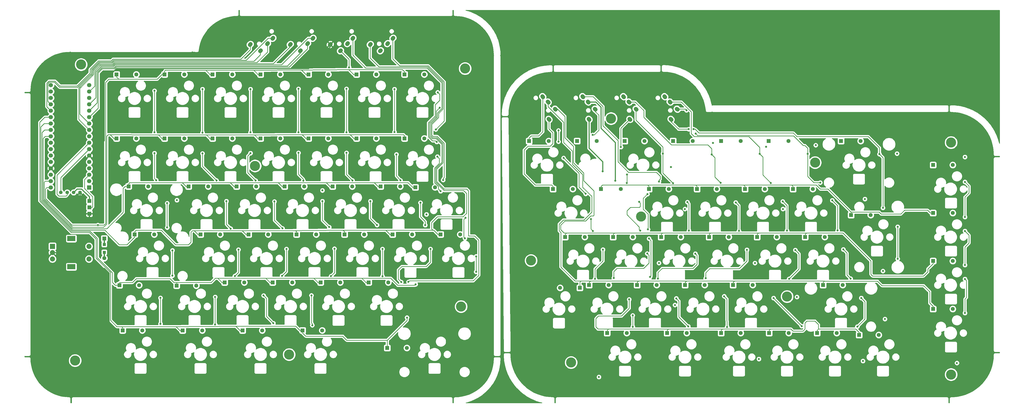
<source format=gtl>
G04 #@! TF.GenerationSoftware,KiCad,Pcbnew,(5.1.5)-3*
G04 #@! TF.CreationDate,2021-06-27T16:27:35-05:00*
G04 #@! TF.ProjectId,SplitKeyboard,53706c69-744b-4657-9962-6f6172642e6b,rev?*
G04 #@! TF.SameCoordinates,Original*
G04 #@! TF.FileFunction,Copper,L1,Top*
G04 #@! TF.FilePolarity,Positive*
%FSLAX46Y46*%
G04 Gerber Fmt 4.6, Leading zero omitted, Abs format (unit mm)*
G04 Created by KiCad (PCBNEW (5.1.5)-3) date 2021-06-27 16:27:35*
%MOMM*%
%LPD*%
G04 APERTURE LIST*
%ADD10C,0.500000*%
%ADD11C,4.000000*%
%ADD12R,1.600000X1.600000*%
%ADD13C,1.600000*%
%ADD14C,1.600000*%
%ADD15C,1.397000*%
%ADD16R,1.524000X1.524000*%
%ADD17C,1.700000*%
%ADD18R,1.700000X1.700000*%
%ADD19R,2.000000X2.000000*%
%ADD20C,2.000000*%
%ADD21R,3.200000X2.000000*%
%ADD22R,0.500000X2.500000*%
%ADD23R,1.200000X1.200000*%
%ADD24C,0.800000*%
%ADD25C,0.250000*%
%ADD26C,0.400000*%
%ADD27C,0.254000*%
G04 APERTURE END LIST*
D10*
X109796000Y-109811000D03*
X107676000Y-109811000D03*
X107676000Y-111931000D03*
X109796000Y-111931000D03*
X108736000Y-109371000D03*
X108736000Y-112371000D03*
X107236000Y-110871000D03*
X110236000Y-110871000D03*
D11*
X108736000Y-110871000D03*
D10*
X123297500Y-184677500D03*
X121177500Y-184677500D03*
X121177500Y-186797500D03*
X123297500Y-186797500D03*
X122237500Y-184237500D03*
X122237500Y-187237500D03*
X120737500Y-185737500D03*
X123737500Y-185737500D03*
D11*
X122237500Y-185737500D03*
D10*
X191560000Y-165627500D03*
X189440000Y-165627500D03*
X189440000Y-167747500D03*
X191560000Y-167747500D03*
X190500000Y-165187500D03*
X190500000Y-168187500D03*
X189000000Y-166687500D03*
X192000000Y-166687500D03*
D11*
X190500000Y-166687500D03*
D10*
X193147500Y-71171250D03*
X191027500Y-71171250D03*
X191027500Y-73291250D03*
X193147500Y-73291250D03*
X192087500Y-70731250D03*
X192087500Y-73731250D03*
X190587500Y-72231250D03*
X193587500Y-72231250D03*
D11*
X192087500Y-72231250D03*
D10*
X40747500Y-69583750D03*
X38627500Y-69583750D03*
X38627500Y-71703750D03*
X40747500Y-71703750D03*
X39687500Y-69143750D03*
X39687500Y-72143750D03*
X38187500Y-70643750D03*
X41187500Y-70643750D03*
D11*
X39687500Y-70643750D03*
D10*
X38366250Y-187058750D03*
X36246250Y-187058750D03*
X36246250Y-189178750D03*
X38366250Y-189178750D03*
X37306250Y-186618750D03*
X37306250Y-189618750D03*
X35806250Y-188118750D03*
X38806250Y-188118750D03*
D11*
X37306250Y-188118750D03*
X261937500Y-130968750D03*
D10*
X263437500Y-130968750D03*
X260437500Y-130968750D03*
X261937500Y-132468750D03*
X261937500Y-129468750D03*
X262997500Y-132028750D03*
X260877500Y-132028750D03*
X260877500Y-129908750D03*
X262997500Y-129908750D03*
D11*
X234156250Y-188912500D03*
D10*
X235656250Y-188912500D03*
X232656250Y-188912500D03*
X234156250Y-190412500D03*
X234156250Y-187412500D03*
X235216250Y-189972500D03*
X233096250Y-189972500D03*
X233096250Y-187852500D03*
X235216250Y-187852500D03*
D11*
X218281250Y-148431250D03*
D10*
X219781250Y-148431250D03*
X216781250Y-148431250D03*
X218281250Y-149931250D03*
X218281250Y-146931250D03*
X219341250Y-149491250D03*
X217221250Y-149491250D03*
X217221250Y-147371250D03*
X219341250Y-147371250D03*
D11*
X250031250Y-92075000D03*
D10*
X251531250Y-92075000D03*
X248531250Y-92075000D03*
X250031250Y-93575000D03*
X250031250Y-90575000D03*
X251091250Y-93135000D03*
X248971250Y-93135000D03*
X248971250Y-91015000D03*
X251091250Y-91015000D03*
D11*
X384968750Y-101600000D03*
D10*
X386468750Y-101600000D03*
X383468750Y-101600000D03*
X384968750Y-103100000D03*
X384968750Y-100100000D03*
X386028750Y-102660000D03*
X383908750Y-102660000D03*
X383908750Y-100540000D03*
X386028750Y-100540000D03*
D11*
X330993750Y-109537500D03*
D10*
X332493750Y-109537500D03*
X329493750Y-109537500D03*
X330993750Y-111037500D03*
X330993750Y-108037500D03*
X332053750Y-110597500D03*
X329933750Y-110597500D03*
X329933750Y-108477500D03*
X332053750Y-108477500D03*
D11*
X384968750Y-193675000D03*
D10*
X386468750Y-193675000D03*
X383468750Y-193675000D03*
X384968750Y-195175000D03*
X384968750Y-192175000D03*
X386028750Y-194735000D03*
X383908750Y-194735000D03*
X383908750Y-192615000D03*
X386028750Y-192615000D03*
X320941250Y-161658750D03*
X318821250Y-161658750D03*
X318821250Y-163778750D03*
X320941250Y-163778750D03*
X319881250Y-161218750D03*
X319881250Y-164218750D03*
X318381250Y-162718750D03*
X321381250Y-162718750D03*
D11*
X319881250Y-162718750D03*
D12*
X241305250Y-158146750D03*
D13*
X249105250Y-158146750D03*
D12*
X303217750Y-120046750D03*
D13*
X311017750Y-120046750D03*
D12*
X269880250Y-139096750D03*
D13*
X277680250Y-139096750D03*
D12*
X274630250Y-100996750D03*
D13*
X282430250Y-100996750D03*
D12*
X255465750Y-100996750D03*
D13*
X263265750Y-100996750D03*
D12*
X265117750Y-120046750D03*
D13*
X272917750Y-120046750D03*
D12*
X236542750Y-100996750D03*
D13*
X244342750Y-100996750D03*
D12*
X307980250Y-139096750D03*
D13*
X315780250Y-139096750D03*
D12*
X298455250Y-158146750D03*
D13*
X306255250Y-158146750D03*
D12*
X217492750Y-100996750D03*
D13*
X225292750Y-100996750D03*
D12*
X250830250Y-139096750D03*
D13*
X258630250Y-139096750D03*
D12*
X248449000Y-177196750D03*
D13*
X256249000Y-177196750D03*
D12*
X293692750Y-100996750D03*
D13*
X301492750Y-100996750D03*
D12*
X284167750Y-120046750D03*
D13*
X291967750Y-120046750D03*
D12*
X288930250Y-139096750D03*
D13*
X296730250Y-139096750D03*
D12*
X322267750Y-120046750D03*
D13*
X330067750Y-120046750D03*
D12*
X279405250Y-158146750D03*
D13*
X287205250Y-158146750D03*
D12*
X227017750Y-120046750D03*
D13*
X234817750Y-120046750D03*
D12*
X260355250Y-158146750D03*
D13*
X268155250Y-158146750D03*
D12*
X231780250Y-139096750D03*
D13*
X239580250Y-139096750D03*
D12*
X312615750Y-100996750D03*
D13*
X320415750Y-100996750D03*
D12*
X246067750Y-120046750D03*
D13*
X253867750Y-120046750D03*
D12*
X237611750Y-159289750D03*
D13*
X229811750Y-159289750D03*
D12*
X345286500Y-130365500D03*
D13*
X353086500Y-130365500D03*
D12*
X377830250Y-129571750D03*
D13*
X385630250Y-129571750D03*
D12*
X272261500Y-177196750D03*
D13*
X280061500Y-177196750D03*
D12*
X341305250Y-100996750D03*
D13*
X349105250Y-100996750D03*
D12*
X331792750Y-177196750D03*
D13*
X339592750Y-177196750D03*
D12*
X377830250Y-110521750D03*
D13*
X385630250Y-110521750D03*
D12*
X348461500Y-177990500D03*
D13*
X356261500Y-177990500D03*
D12*
X312742750Y-177196750D03*
D13*
X320542750Y-177196750D03*
D12*
X377830250Y-167671750D03*
D13*
X385630250Y-167671750D03*
D12*
X293692750Y-177196750D03*
D13*
X301492750Y-177196750D03*
D12*
X327030250Y-139096750D03*
D13*
X334830250Y-139096750D03*
D12*
X334174000Y-158146750D03*
D13*
X341974000Y-158146750D03*
D12*
X377830250Y-148621750D03*
D13*
X385630250Y-148621750D03*
D14*
X225234040Y-92215731D02*
X225516882Y-92498573D01*
X227708914Y-88185223D02*
X227991756Y-88468065D01*
X222759166Y-83235475D02*
X223042008Y-83518317D01*
X224880487Y-85356795D02*
X225163329Y-85639637D01*
X241109040Y-92215731D02*
X241391882Y-92498573D01*
X243583914Y-88185223D02*
X243866756Y-88468065D01*
X238634166Y-83235475D02*
X238917008Y-83518317D01*
X240755487Y-85356795D02*
X241038329Y-85639637D01*
X273652790Y-92215731D02*
X273935632Y-92498573D01*
X276127664Y-88185223D02*
X276410506Y-88468065D01*
X271177916Y-83235475D02*
X271460758Y-83518317D01*
X273299237Y-85356795D02*
X273582079Y-85639637D01*
X257323632Y-92215731D02*
X257606474Y-92498573D01*
X259798506Y-88185223D02*
X260081348Y-88468065D01*
X254848758Y-83235475D02*
X255131600Y-83518317D01*
X256970079Y-85356795D02*
X257252921Y-85639637D01*
D15*
X39274750Y-121380250D03*
X36734750Y-121380250D03*
X34194750Y-121380250D03*
X31654750Y-121380250D03*
D16*
X42989500Y-124777500D03*
X42989500Y-127317500D03*
X42989500Y-129857500D03*
D14*
X145560955Y-62161737D02*
X145278113Y-62444579D01*
X147682275Y-60040416D02*
X147399433Y-60323258D01*
X142732527Y-64990164D02*
X142449685Y-65273006D01*
X138702019Y-62515290D02*
X138419177Y-62798132D01*
X161435955Y-62161737D02*
X161153113Y-62444579D01*
X163557275Y-60040416D02*
X163274433Y-60323258D01*
X158607527Y-64990164D02*
X158324685Y-65273006D01*
X154577019Y-62515290D02*
X154294177Y-62798132D01*
X113810955Y-62161737D02*
X113528113Y-62444579D01*
X115932275Y-60040416D02*
X115649433Y-60323258D01*
X110982527Y-64990164D02*
X110699685Y-65273006D01*
X106952019Y-62515290D02*
X106669177Y-62798132D01*
X129685955Y-62161737D02*
X129403113Y-62444579D01*
X131807275Y-60040416D02*
X131524433Y-60323258D01*
X126857527Y-64990164D02*
X126574685Y-65273006D01*
X122827019Y-62515290D02*
X122544177Y-62798132D01*
D17*
X42942000Y-78827750D03*
X42942000Y-81367750D03*
X42942000Y-83907750D03*
X42942000Y-86447750D03*
X42942000Y-88987750D03*
X42942000Y-91527750D03*
X42942000Y-94067750D03*
X42942000Y-96607750D03*
X42942000Y-99147750D03*
X42942000Y-101687750D03*
X42942000Y-104227750D03*
X42942000Y-106767750D03*
X42942000Y-109307750D03*
X42942000Y-111847750D03*
X42942000Y-114387750D03*
X42942000Y-116927750D03*
D18*
X42942000Y-119467750D03*
D17*
X27686000Y-78827750D03*
X27686000Y-81367750D03*
X27686000Y-83907750D03*
X27686000Y-86447750D03*
X27686000Y-88987750D03*
X27686000Y-91527750D03*
X27686000Y-94067750D03*
X27686000Y-96607750D03*
X27686000Y-99147750D03*
X27686000Y-101687750D03*
X27686000Y-104227750D03*
X27686000Y-106767750D03*
X27686000Y-109307750D03*
X27686000Y-111847750D03*
X27686000Y-114387750D03*
X27686000Y-116927750D03*
X27686000Y-119467750D03*
D19*
X28321000Y-142811500D03*
D20*
X28321000Y-145311500D03*
X28321000Y-147811500D03*
D21*
X35821000Y-139711500D03*
X35821000Y-150911500D03*
D20*
X42821000Y-142811500D03*
X42821000Y-147811500D03*
D22*
X48895000Y-146305250D03*
X48895000Y-140905250D03*
D13*
X48895000Y-147505250D03*
D12*
X48895000Y-139705250D03*
D23*
X48895000Y-142030250D03*
X48895000Y-145180250D03*
D13*
X169000000Y-183134000D03*
D12*
X161200000Y-183134000D03*
D13*
X175889750Y-74549000D03*
D12*
X168089750Y-74549000D03*
D13*
X156839750Y-74549000D03*
D12*
X149039750Y-74549000D03*
D13*
X137789750Y-74549000D03*
D12*
X129989750Y-74549000D03*
D13*
X118739750Y-74549000D03*
D12*
X110939750Y-74549000D03*
D13*
X99689750Y-74549000D03*
D12*
X91889750Y-74549000D03*
D13*
X80639750Y-74549000D03*
D12*
X72839750Y-74549000D03*
D13*
X190177250Y-138049000D03*
D12*
X182377250Y-138049000D03*
D13*
X180176000Y-119380000D03*
D12*
X172376000Y-119380000D03*
D13*
X175889750Y-99949000D03*
D12*
X168089750Y-99949000D03*
D13*
X161602250Y-157099000D03*
D12*
X153802250Y-157099000D03*
D13*
X171127250Y-138049000D03*
D12*
X163327250Y-138049000D03*
D13*
X166364750Y-118999000D03*
D12*
X158564750Y-118999000D03*
D13*
X156839750Y-99949000D03*
D12*
X149039750Y-99949000D03*
D13*
X61589750Y-74549000D03*
D12*
X53789750Y-74549000D03*
D13*
X142552250Y-157099000D03*
D12*
X134752250Y-157099000D03*
D13*
X152077250Y-138049000D03*
D12*
X144277250Y-138049000D03*
D13*
X147314750Y-118999000D03*
D12*
X139514750Y-118999000D03*
D13*
X137789750Y-99949000D03*
D12*
X129989750Y-99949000D03*
D13*
X135408500Y-176149000D03*
D12*
X127608500Y-176149000D03*
D13*
X123502250Y-157099000D03*
D12*
X115702250Y-157099000D03*
D13*
X133027250Y-138049000D03*
D12*
X125227250Y-138049000D03*
D13*
X128264750Y-118999000D03*
D12*
X120464750Y-118999000D03*
D13*
X118739750Y-99949000D03*
D12*
X110939750Y-99949000D03*
D13*
X111596000Y-176149000D03*
D12*
X103796000Y-176149000D03*
D13*
X104452250Y-157099000D03*
D12*
X96652250Y-157099000D03*
D13*
X113977250Y-138049000D03*
D12*
X106177250Y-138049000D03*
D13*
X109214750Y-118999000D03*
D12*
X101414750Y-118999000D03*
D13*
X99689750Y-99949000D03*
D12*
X91889750Y-99949000D03*
D13*
X87783500Y-176149000D03*
D12*
X79983500Y-176149000D03*
D13*
X85402250Y-158369000D03*
D12*
X77602250Y-158369000D03*
D13*
X94927250Y-138049000D03*
D12*
X87127250Y-138049000D03*
D13*
X90164750Y-118999000D03*
D12*
X82364750Y-118999000D03*
D13*
X80639750Y-99949000D03*
D12*
X72839750Y-99949000D03*
D13*
X63971000Y-176149000D03*
D12*
X56171000Y-176149000D03*
D13*
X62701000Y-158242000D03*
D12*
X54901000Y-158242000D03*
D13*
X68733500Y-138049000D03*
D12*
X60933500Y-138049000D03*
D13*
X66352250Y-118999000D03*
D12*
X58552250Y-118999000D03*
D13*
X61589750Y-99949000D03*
D12*
X53789750Y-99949000D03*
D24*
X135477250Y-120586500D03*
X176752250Y-130111500D03*
X77724000Y-124460000D03*
X363505750Y-105981500D03*
X350774000Y-124015500D03*
X264445750Y-122078750D03*
X265080750Y-139731750D03*
X269017750Y-117125750D03*
X257206750Y-163861750D03*
X264680751Y-136067749D03*
X265461750Y-154971750D03*
X390461500Y-107346750D03*
X318230250Y-127984250D03*
X245205250Y-194659250D03*
X331247750Y-102647750D03*
X311562750Y-103282750D03*
X290449000Y-101790500D03*
X279336500Y-127984250D03*
X323786500Y-162909250D03*
X275367750Y-166084250D03*
X349980250Y-188309250D03*
X358711500Y-171640500D03*
X307117750Y-149415500D03*
X269017750Y-149415500D03*
X357917750Y-152590500D03*
X246665750Y-113061750D03*
X308705250Y-187515500D03*
X251712500Y-116778000D03*
X342201500Y-144018000D03*
X347757750Y-174656750D03*
X333025750Y-117506750D03*
X279939750Y-88804750D03*
X328072750Y-106076750D03*
X337804125Y-124539375D03*
X339947250Y-136493250D03*
X283622750Y-98075750D03*
X345074875Y-155622625D03*
X349329875Y-163305625D03*
X356521250Y-106203250D03*
X280828750Y-96297750D03*
X282733750Y-96297750D03*
X357917750Y-127508000D03*
X363759750Y-135032750D03*
X363759750Y-147732750D03*
X256301875Y-117649625D03*
X261144250Y-125126250D03*
X258635500Y-174752000D03*
X253936500Y-103378000D03*
X258603750Y-170211750D03*
X261621000Y-136587500D03*
X256317750Y-114331750D03*
X264362500Y-145657000D03*
X251110750Y-155352750D03*
X268636750Y-155606750D03*
X275907500Y-163449000D03*
X280670000Y-174561500D03*
X274637500Y-117729000D03*
X270605250Y-106012250D03*
X280321250Y-125253250D03*
X280924000Y-136588500D03*
X283476000Y-145720500D03*
X296068750Y-174847250D03*
X303942750Y-144176750D03*
X287559750Y-155479750D03*
X300767750Y-136683750D03*
X294909875Y-162607625D03*
X289973250Y-106330250D03*
X293560500Y-117602000D03*
X299498250Y-125380250D03*
X242824000Y-136715500D03*
X242030250Y-131953000D03*
X243617750Y-155733750D03*
X229139750Y-101250750D03*
X246792750Y-144112250D03*
X231183750Y-107715750D03*
X229139750Y-96805750D03*
X239934750Y-121951750D03*
X323152000Y-144271500D03*
X320675000Y-155702000D03*
X325659750Y-174466250D03*
X314515500Y-163322000D03*
X313451875Y-117649625D03*
X319817750Y-136556750D03*
X318167250Y-124999250D03*
X309022750Y-106076750D03*
X242728750Y-98583750D03*
X390461500Y-117224875D03*
X390461500Y-150209250D03*
X390461500Y-131159250D03*
X390461500Y-136715500D03*
X390461500Y-155765500D03*
X390461500Y-169259250D03*
X387286500Y-189103000D03*
X273780250Y-111315500D03*
X180467000Y-96393000D03*
X181991000Y-87757000D03*
X172466000Y-157861000D03*
X169037000Y-171069000D03*
X169608500Y-156908500D03*
X46355000Y-134366000D03*
X39116000Y-129794000D03*
X57689750Y-190436500D03*
X174371000Y-63436500D03*
X99758500Y-61055250D03*
X34671000Y-70580250D03*
X31496000Y-163449000D03*
X38639750Y-195992750D03*
X87852250Y-198374000D03*
X152939750Y-197580250D03*
X168814750Y-95186500D03*
X133889750Y-95186500D03*
X78327250Y-95186500D03*
X162464750Y-149161500D03*
X124364750Y-149161500D03*
X81502250Y-148367750D03*
X87852250Y-80422750D03*
X87852250Y-97694750D03*
X87852250Y-105949750D03*
X93424375Y-116633625D03*
X97377250Y-124872750D03*
X99060000Y-135763000D03*
X102139750Y-144113250D03*
X100711000Y-154559000D03*
X92900500Y-162877500D03*
X92900500Y-173799500D03*
X106902250Y-80422750D03*
X106902250Y-97567750D03*
X106902250Y-105822750D03*
X116427250Y-124999750D03*
X119602250Y-135667750D03*
X121189750Y-143859250D03*
X119443500Y-154495500D03*
X112125125Y-162321875D03*
X115982750Y-173323250D03*
X108966000Y-116697125D03*
X125952250Y-80295750D03*
X125952250Y-97567750D03*
X125952250Y-105695750D03*
X135477250Y-124872750D03*
X138144250Y-135159750D03*
X140239750Y-143732250D03*
X138874500Y-154622500D03*
X131111625Y-162258375D03*
X127889000Y-116713000D03*
X131445000Y-174117000D03*
X145002250Y-97567750D03*
X145002250Y-80295750D03*
X145002250Y-105695750D03*
X154527250Y-124872750D03*
X157146625Y-134318375D03*
X159289750Y-154654250D03*
X159289750Y-143859250D03*
X147383500Y-116633625D03*
X164052250Y-80422750D03*
X164052250Y-97440750D03*
X164846000Y-106299000D03*
X176244250Y-134366000D03*
X174371000Y-125476000D03*
X178339750Y-143859250D03*
X166433500Y-116617750D03*
X166751000Y-156972000D03*
X196469000Y-152908000D03*
X196469000Y-146780250D03*
X192024000Y-139573000D03*
X182372000Y-120904000D03*
X181102000Y-107188000D03*
X180848000Y-101346000D03*
X181229000Y-81661000D03*
X192278000Y-131445000D03*
X68802250Y-81057750D03*
X68802250Y-97567750D03*
X68802250Y-105822750D03*
X69516625Y-116538375D03*
X73850500Y-125666500D03*
X73850500Y-135318500D03*
X75946000Y-144399000D03*
X75946000Y-154432000D03*
X71183500Y-163258500D03*
X71183500Y-173545500D03*
X183388000Y-116459000D03*
X146050000Y-71755000D03*
D25*
X218344750Y-98964750D02*
X217492750Y-99816750D01*
X221265750Y-98964750D02*
X218344750Y-98964750D01*
X222916750Y-97313750D02*
X221265750Y-98964750D01*
X222900587Y-91868913D02*
X222916750Y-91885076D01*
X222900587Y-83376896D02*
X222900587Y-91868913D01*
X222916750Y-91885076D02*
X222916750Y-97313750D01*
X217492750Y-99816750D02*
X217492750Y-100996750D01*
X251367750Y-137509250D02*
X250830250Y-138046750D01*
X235108750Y-109632750D02*
X235108750Y-103155750D01*
X239172750Y-113696750D02*
X235108750Y-109632750D01*
X327567750Y-137509250D02*
X327030250Y-138046750D01*
X342042750Y-137509250D02*
X327567750Y-137509250D01*
X289467750Y-137509250D02*
X288930250Y-138046750D01*
X232317750Y-137509250D02*
X231780250Y-138046750D01*
X231679750Y-99726750D02*
X231679750Y-91230324D01*
X230028750Y-136175750D02*
X230028750Y-134397750D01*
X232317750Y-137509250D02*
X231362250Y-137509250D01*
X289467750Y-137509250D02*
X270417750Y-137509250D01*
X228776070Y-88326644D02*
X227850335Y-88326644D01*
X288930250Y-138046750D02*
X288930250Y-139096750D01*
X308517750Y-137509250D02*
X289467750Y-137509250D01*
X230028750Y-134397750D02*
X231679750Y-132746750D01*
X239934750Y-132746750D02*
X241966750Y-130714750D01*
X239172750Y-116744750D02*
X239172750Y-113696750D01*
X231679750Y-132746750D02*
X239934750Y-132746750D01*
X251367750Y-137509250D02*
X232317750Y-137509250D01*
X242982750Y-130714750D02*
X243236750Y-130460750D01*
X353155250Y-148621750D02*
X342042750Y-137509250D01*
X327567750Y-137509250D02*
X308517750Y-137509250D01*
X269880250Y-138046750D02*
X269880250Y-139096750D01*
X243236750Y-120808750D02*
X239172750Y-116744750D01*
X307980250Y-138046750D02*
X307980250Y-139096750D01*
X231679750Y-91230324D02*
X228776070Y-88326644D01*
X270417750Y-137509250D02*
X269880250Y-138046750D01*
X250830250Y-138046750D02*
X250830250Y-139096750D01*
X241966750Y-130714750D02*
X242982750Y-130714750D01*
X243236750Y-130460750D02*
X243236750Y-120808750D01*
X231362250Y-137509250D02*
X230028750Y-136175750D01*
X327030250Y-138046750D02*
X327030250Y-139096750D01*
X308517750Y-137509250D02*
X307980250Y-138046750D01*
X270417750Y-137509250D02*
X251367750Y-137509250D01*
X231780250Y-138046750D02*
X231780250Y-139096750D01*
X235108750Y-103155750D02*
X231679750Y-99726750D01*
X377830250Y-149671750D02*
X375697750Y-151804250D01*
X377830250Y-148621750D02*
X377830250Y-149671750D01*
X353155250Y-153892250D02*
X353155250Y-148621750D01*
X334174000Y-157096750D02*
X334174000Y-158146750D01*
X298992750Y-156559250D02*
X279942750Y-156559250D01*
X334711500Y-156559250D02*
X298992750Y-156559250D01*
X260355250Y-157096750D02*
X260355250Y-158146750D01*
X279405250Y-157096750D02*
X279405250Y-158146750D01*
X298992750Y-156559250D02*
X298455250Y-157096750D01*
X279942750Y-156559250D02*
X260892750Y-156559250D01*
X260892750Y-156559250D02*
X260355250Y-157096750D01*
X241305250Y-157096750D02*
X241305250Y-158146750D01*
X241842750Y-156559250D02*
X241305250Y-157096750D01*
X260892750Y-156559250D02*
X241842750Y-156559250D01*
X241842750Y-156559250D02*
X238093250Y-156559250D01*
X237611750Y-157040750D02*
X237611750Y-159289750D01*
X238093250Y-156559250D02*
X237611750Y-157040750D01*
X229393750Y-136556750D02*
X230124000Y-137287000D01*
X231113760Y-132296740D02*
X229393750Y-134016750D01*
X230124000Y-151003000D02*
X235680250Y-156559250D01*
X234658740Y-104991740D02*
X234658740Y-110198740D01*
X230124000Y-137287000D02*
X230124000Y-151003000D01*
X334711500Y-156559250D02*
X334174000Y-157096750D01*
X298455250Y-157096750D02*
X298455250Y-158146750D01*
X279942750Y-156559250D02*
X279405250Y-157096750D01*
X238722740Y-119342740D02*
X242347750Y-122967750D01*
X231229740Y-93561740D02*
X231229740Y-101562740D01*
X239241760Y-132296740D02*
X231113760Y-132296740D01*
X225021908Y-87353908D02*
X231229740Y-93561740D01*
X242347750Y-122967750D02*
X242347750Y-129190750D01*
X225021908Y-85498216D02*
X225021908Y-87353908D01*
X242347750Y-129190750D02*
X239241760Y-132296740D01*
X231229740Y-101562740D02*
X234658740Y-104991740D01*
X235680250Y-156559250D02*
X238093250Y-156559250D01*
X229393750Y-134016750D02*
X229393750Y-136556750D01*
X234658740Y-110198740D02*
X238722740Y-114262740D01*
X377830250Y-167671750D02*
X377830250Y-166621750D01*
X377830250Y-166621750D02*
X376459750Y-165251250D01*
X238722740Y-114262740D02*
X238722740Y-119342740D01*
X269525750Y-116052065D02*
X269525750Y-114966750D01*
X269525750Y-114966750D02*
X268001750Y-113442750D01*
X268001750Y-113442750D02*
X256952750Y-113442750D01*
X256952750Y-113442750D02*
X252761750Y-109251750D01*
X272799000Y-175609250D02*
X248986500Y-175609250D01*
X265080750Y-139731750D02*
X265080750Y-139731750D01*
X265861749Y-154571751D02*
X265861749Y-140512749D01*
X265461750Y-154971750D02*
X265861749Y-154571751D01*
X262794750Y-123729750D02*
X264445750Y-122078750D01*
X293692750Y-176146750D02*
X293692750Y-177196750D01*
X269017750Y-116560065D02*
X269525750Y-116052065D01*
X312742750Y-176146750D02*
X312742750Y-177196750D01*
X272261500Y-176146750D02*
X272261500Y-177196750D01*
X331792750Y-176146750D02*
X331792750Y-177196750D01*
X248449000Y-176146750D02*
X248449000Y-177196750D01*
X332330250Y-175609250D02*
X331792750Y-176146750D01*
X243998750Y-171481750D02*
X245014750Y-170465750D01*
X272799000Y-175609250D02*
X272261500Y-176146750D01*
X313280250Y-175609250D02*
X312742750Y-176146750D01*
X245014750Y-170465750D02*
X254158750Y-170465750D01*
X257206750Y-167417750D02*
X257206750Y-163861750D01*
X248986500Y-175609250D02*
X248449000Y-176146750D01*
X254158750Y-170465750D02*
X257206750Y-167417750D01*
X265861749Y-140512749D02*
X265080750Y-139731750D01*
X294230250Y-175609250D02*
X272799000Y-175609250D01*
X294230250Y-175609250D02*
X293692750Y-176146750D01*
X244824250Y-175609250D02*
X243998750Y-174783750D01*
X313280250Y-175609250D02*
X294230250Y-175609250D01*
X243998750Y-174783750D02*
X243998750Y-171481750D01*
X264445750Y-122078750D02*
X264445750Y-122078750D01*
X269017750Y-117125750D02*
X269017750Y-116560065D01*
X248986500Y-175609250D02*
X244824250Y-175609250D01*
X348461500Y-176940500D02*
X347130250Y-175609250D01*
X330930250Y-172434250D02*
X327755250Y-172434250D01*
X246792750Y-87280750D02*
X242888896Y-83376896D01*
X242888896Y-83376896D02*
X238775587Y-83376896D01*
X322199000Y-176403000D02*
X321405250Y-175609250D01*
X326961500Y-175609250D02*
X326167750Y-176403000D01*
X327755250Y-172434250D02*
X326961500Y-173228000D01*
X246792750Y-94900750D02*
X246792750Y-87280750D01*
X326961500Y-173228000D02*
X326961500Y-175609250D01*
X252761750Y-109251750D02*
X252761750Y-100869750D01*
X348461500Y-177990500D02*
X348461500Y-176940500D01*
X321405250Y-175609250D02*
X313280250Y-175609250D01*
X252761750Y-100869750D02*
X246792750Y-94900750D01*
X326167750Y-176403000D02*
X322199000Y-176403000D01*
X332330250Y-175609250D02*
X332330250Y-173834250D01*
X346805250Y-175609250D02*
X332330250Y-175609250D01*
X347130250Y-175609250D02*
X346805250Y-175609250D01*
X332330250Y-173834250D02*
X330930250Y-172434250D01*
D26*
X241250461Y-92357152D02*
X241250461Y-103836461D01*
X241250461Y-103836461D02*
X246665750Y-109251750D01*
X246665750Y-113061750D02*
X246665750Y-113061750D01*
X246665750Y-109251750D02*
X246665750Y-113061750D01*
X251712500Y-116778000D02*
X251712500Y-101598500D01*
X246030750Y-95916750D02*
X246030750Y-87534750D01*
X251712500Y-101598500D02*
X246030750Y-95916750D01*
X243994216Y-85498216D02*
X240896908Y-85498216D01*
X246030750Y-87534750D02*
X243994216Y-85498216D01*
D25*
X326294750Y-102774750D02*
X326929750Y-102774750D01*
X326929750Y-102774750D02*
X328072750Y-103917750D01*
X304891150Y-98768740D02*
X284315740Y-98768740D01*
X349329875Y-163305625D02*
X350774000Y-164749750D01*
X339947250Y-126682500D02*
X339947250Y-136493250D01*
X343630250Y-145446750D02*
X343630250Y-154178000D01*
X276269085Y-88326644D02*
X279461644Y-88326644D01*
X328072750Y-106076750D02*
X328072750Y-115093750D01*
X337804125Y-124539375D02*
X339947250Y-126682500D01*
X330485750Y-117506750D02*
X333025750Y-117506750D01*
X322484750Y-98964750D02*
X305087160Y-98964750D01*
X322484750Y-98964750D02*
X326294750Y-102774750D01*
X328072750Y-115093750D02*
X330485750Y-117506750D01*
X350774000Y-171640500D02*
X347757750Y-174656750D01*
X328072750Y-103917750D02*
X328072750Y-106076750D01*
X276747191Y-88804750D02*
X276269085Y-88326644D01*
X284315740Y-98768740D02*
X283622750Y-98075750D01*
X305087160Y-98964750D02*
X304891150Y-98768740D01*
X343630250Y-154178000D02*
X345074875Y-155622625D01*
X350774000Y-164749750D02*
X350774000Y-171640500D01*
X342201500Y-144018000D02*
X343630250Y-145446750D01*
X279461644Y-88326644D02*
X279939750Y-88804750D01*
X273794211Y-93282886D02*
X273794211Y-92357152D01*
X276809075Y-96297750D02*
X273794211Y-93282886D01*
X322357750Y-97821750D02*
X323754750Y-99218750D01*
X356521250Y-103664250D02*
X356521250Y-106203250D01*
X280828750Y-96297750D02*
X276809075Y-96297750D01*
X357917750Y-120840500D02*
X357917750Y-127508000D01*
X352075750Y-99218750D02*
X356521250Y-103664250D01*
X323754750Y-99218750D02*
X352075750Y-99218750D01*
X283368750Y-96297750D02*
X284892750Y-97821750D01*
X284892750Y-97821750D02*
X322357750Y-97821750D01*
X363759750Y-135032750D02*
X363759750Y-147732750D01*
X282733750Y-96297750D02*
X283368750Y-96297750D01*
X357917750Y-120840500D02*
X357917750Y-107599750D01*
X357917750Y-107599750D02*
X356521250Y-106203250D01*
X265049000Y-149415500D02*
X262921750Y-151542750D01*
X261144250Y-125126250D02*
X261621000Y-125603000D01*
X265049000Y-146343500D02*
X265049000Y-149415500D01*
X262921750Y-151542750D02*
X253904750Y-151542750D01*
X264362500Y-145657000D02*
X265049000Y-146343500D01*
X256317750Y-117633750D02*
X256301875Y-117649625D01*
X252380750Y-151542750D02*
X253904750Y-151542750D01*
X258635500Y-170243500D02*
X258603750Y-170211750D01*
X253936500Y-103378000D02*
X253936500Y-95885705D01*
X256317750Y-114331750D02*
X256317750Y-117633750D01*
X251110750Y-155352750D02*
X251110750Y-152812750D01*
X253936500Y-95885705D02*
X257465053Y-92357152D01*
X258635500Y-174752000D02*
X258635500Y-170243500D01*
X251110750Y-152812750D02*
X252380750Y-151542750D01*
X270605250Y-113696750D02*
X274637500Y-117729000D01*
X268636750Y-155606750D02*
X268636750Y-153193750D01*
X270287750Y-151542750D02*
X282479750Y-151542750D01*
X282479750Y-151542750D02*
X284099000Y-149923500D01*
X270605250Y-106012250D02*
X270605250Y-113696750D01*
X276955250Y-170846750D02*
X280670000Y-174561500D01*
X284099000Y-146343500D02*
X283476000Y-145720500D01*
X268636750Y-153193750D02*
X270287750Y-151542750D01*
X284099000Y-149923500D02*
X284099000Y-146343500D01*
X270605250Y-106012250D02*
X270605250Y-103378000D01*
X259939927Y-92712677D02*
X259939927Y-88326644D01*
X270605250Y-103378000D02*
X259939927Y-92712677D01*
X280924000Y-125856000D02*
X280924000Y-136588500D01*
X280321250Y-125253250D02*
X280924000Y-125856000D01*
X276955250Y-164496750D02*
X276955250Y-170846750D01*
X275907500Y-163449000D02*
X276955250Y-164496750D01*
X259615216Y-85498216D02*
X263048750Y-88931750D01*
X287559750Y-153320750D02*
X289210750Y-151669750D01*
X289210750Y-151669750D02*
X300894750Y-151669750D01*
X300767750Y-126649750D02*
X300767750Y-136683750D01*
X289973250Y-104045250D02*
X289973250Y-106330250D01*
X263048750Y-88931750D02*
X263048750Y-91600252D01*
X289973250Y-106330250D02*
X291242750Y-107599750D01*
X303942750Y-148621750D02*
X303942750Y-144176750D01*
X288448750Y-102520750D02*
X289973250Y-104045250D01*
X287559750Y-155479750D02*
X287559750Y-153320750D01*
X296005250Y-170275250D02*
X296005250Y-163703000D01*
X300894750Y-151669750D02*
X303942750Y-148621750D01*
X291242750Y-107599750D02*
X291242750Y-115284250D01*
X257111500Y-85498216D02*
X259615216Y-85498216D01*
X273969248Y-102520750D02*
X288448750Y-102520750D01*
X296068750Y-174847250D02*
X296005250Y-170275250D01*
X291242750Y-115284250D02*
X293560500Y-117602000D01*
X296005250Y-163703000D02*
X294909875Y-162607625D01*
X299498250Y-125380250D02*
X300767750Y-126649750D01*
X263048750Y-91600252D02*
X273969248Y-102520750D01*
X246792750Y-148621750D02*
X243617750Y-151796750D01*
X242030250Y-131953000D02*
X242030250Y-135921750D01*
X243617750Y-151796750D02*
X243617750Y-155733750D01*
X237267750Y-113799750D02*
X237267750Y-119253000D01*
X229139750Y-101250750D02*
X229139750Y-96805750D01*
X237267750Y-119253000D02*
X239934750Y-121920000D01*
X246792750Y-144112250D02*
X246792750Y-148621750D01*
X242030250Y-135921750D02*
X242824000Y-136715500D01*
X231183750Y-107715750D02*
X237267750Y-113799750D01*
X229139750Y-96805750D02*
X229139750Y-96805750D01*
X281844750Y-89439750D02*
X277903216Y-85498216D01*
X324580250Y-145699750D02*
X324580250Y-151796750D01*
X277903216Y-85498216D02*
X273440658Y-85498216D01*
X309022750Y-103536750D02*
X304704750Y-99218750D01*
X314515500Y-163322000D02*
X325659750Y-174466250D01*
X281844750Y-98075750D02*
X281844750Y-89439750D01*
X310292750Y-107346750D02*
X310292750Y-114490500D01*
X319817750Y-126649750D02*
X319817750Y-136556750D01*
X324580250Y-151796750D02*
X320675000Y-155702000D01*
X309022750Y-106076750D02*
X310292750Y-107346750D01*
X309022750Y-106076750D02*
X309022750Y-103536750D01*
X304704750Y-99218750D02*
X282987750Y-99218750D01*
X310292750Y-114490500D02*
X313451875Y-117649625D01*
X318167250Y-124999250D02*
X319817750Y-126649750D01*
X323152000Y-144271500D02*
X324580250Y-145699750D01*
X282987750Y-99218750D02*
X281844750Y-98075750D01*
X284167750Y-120046750D02*
X284167750Y-118996750D01*
X264255250Y-118459250D02*
X282511500Y-118459250D01*
X265117750Y-118996750D02*
X264580250Y-118459250D01*
X283630250Y-118459250D02*
X282511500Y-118459250D01*
X322267750Y-120046750D02*
X322267750Y-118996750D01*
X303217750Y-120046750D02*
X303217750Y-118996750D01*
X282511500Y-118459250D02*
X301561500Y-118459250D01*
X303217750Y-118996750D02*
X302680250Y-118459250D01*
X265117750Y-120046750D02*
X265117750Y-118996750D01*
X284167750Y-118996750D02*
X283630250Y-118459250D01*
X264580250Y-118459250D02*
X264255250Y-118459250D01*
X322267750Y-118996750D02*
X321730250Y-118459250D01*
X301561500Y-118459250D02*
X321405250Y-118459250D01*
X321730250Y-118459250D02*
X321405250Y-118459250D01*
X227017750Y-118996750D02*
X226480250Y-118459250D01*
X345286500Y-129315500D02*
X345286500Y-130365500D01*
X357155750Y-129952750D02*
X356393750Y-129190750D01*
X219932250Y-118459250D02*
X215550750Y-114077750D01*
X225375461Y-92357152D02*
X225375461Y-93282886D01*
X246067750Y-118996750D02*
X246067750Y-120046750D01*
X215550750Y-114077750D02*
X215550750Y-104552750D01*
X246605250Y-118459250D02*
X246067750Y-118996750D01*
X377830250Y-129571750D02*
X376780250Y-129571750D01*
X376780250Y-129571750D02*
X375655249Y-128446749D01*
X366535751Y-128446749D02*
X365029750Y-129952750D01*
X217074750Y-103028750D02*
X225837750Y-103028750D01*
X345411250Y-129190750D02*
X345217750Y-129190750D01*
X345217750Y-129190750D02*
X336073750Y-120046750D01*
X226480250Y-118459250D02*
X219932250Y-118459250D01*
X365029750Y-129952750D02*
X357155750Y-129952750D01*
X336073750Y-120046750D02*
X333025750Y-120046750D01*
X331438250Y-118459250D02*
X321730250Y-118459250D01*
X226853750Y-97694750D02*
X225375461Y-96216461D01*
X225837750Y-103028750D02*
X226853750Y-102012750D01*
X264255250Y-118459250D02*
X246605250Y-118459250D01*
X375655249Y-128446749D02*
X366535751Y-128446749D01*
X225375461Y-96216461D02*
X225375461Y-92357152D01*
X356393750Y-129190750D02*
X345411250Y-129190750D01*
X227017750Y-120046750D02*
X227017750Y-118996750D01*
X215550750Y-104552750D02*
X217074750Y-103028750D01*
X226853750Y-102012750D02*
X226853750Y-97694750D01*
X345411250Y-129190750D02*
X345286500Y-129315500D01*
X333025750Y-120046750D02*
X331438250Y-118459250D01*
X242728750Y-98583750D02*
X243294435Y-98583750D01*
X243294435Y-98583750D02*
X245141750Y-96736435D01*
X245141750Y-90709750D02*
X243725335Y-89293335D01*
X245141750Y-96736435D02*
X245141750Y-90709750D01*
X243725335Y-89293335D02*
X243725335Y-88326644D01*
X392049000Y-141478000D02*
X392049000Y-138303000D01*
X392049000Y-118812375D02*
X390461500Y-117224875D01*
X391101501Y-163062999D02*
X391101501Y-156405501D01*
X391101501Y-156405501D02*
X390861499Y-156165499D01*
X390461500Y-123221750D02*
X392049000Y-121634250D01*
X390461500Y-163703000D02*
X391101501Y-163062999D01*
X390461500Y-143065500D02*
X392049000Y-141478000D01*
X392049000Y-138303000D02*
X390461500Y-136715500D01*
X390461500Y-169259250D02*
X390461500Y-163703000D01*
X390861499Y-156165499D02*
X390461500Y-155765500D01*
X390461500Y-150209250D02*
X390461500Y-143065500D01*
X390461500Y-131159250D02*
X390461500Y-123221750D01*
X392049000Y-121634250D02*
X392049000Y-118812375D01*
X264680751Y-135502064D02*
X264699750Y-135483065D01*
X264680751Y-136067749D02*
X264680751Y-135502064D01*
X264699750Y-135483065D02*
X264699750Y-129984500D01*
X262794750Y-128079500D02*
X262794750Y-123729750D01*
X264699750Y-129984500D02*
X262794750Y-128079500D01*
X261221001Y-136187501D02*
X261221001Y-135141751D01*
X261621000Y-136587500D02*
X261221001Y-136187501D01*
X261221001Y-135141751D02*
X256317750Y-130238500D01*
X256317750Y-130238500D02*
X256317750Y-128714500D01*
X256317750Y-128714500D02*
X257714750Y-127317500D01*
X257714750Y-127317500D02*
X261270750Y-127317500D01*
X261621000Y-126967250D02*
X261621000Y-125603000D01*
X261270750Y-127317500D02*
X261621000Y-126967250D01*
X375697750Y-151804250D02*
X375697750Y-152876250D01*
X375697750Y-152876250D02*
X374015000Y-154559000D01*
X353822000Y-154559000D02*
X353155250Y-153892250D01*
X374015000Y-154559000D02*
X353822000Y-154559000D01*
X376459750Y-165251250D02*
X376459750Y-160813750D01*
X376459750Y-160813750D02*
X374015000Y-158369000D01*
X374015000Y-158369000D02*
X357505000Y-158369000D01*
X357505000Y-158369000D02*
X355727000Y-156591000D01*
X334743250Y-156591000D02*
X334711500Y-156559250D01*
X355727000Y-156591000D02*
X334743250Y-156591000D01*
X168089750Y-98899000D02*
X167615750Y-98425000D01*
X168089750Y-99949000D02*
X168089750Y-98899000D01*
X146465750Y-98425000D02*
X145669000Y-98425000D01*
X147989750Y-99949000D02*
X146465750Y-98425000D01*
X149039750Y-99949000D02*
X147989750Y-99949000D01*
X167615750Y-98425000D02*
X145669000Y-98425000D01*
X128939750Y-99949000D02*
X127415750Y-98425000D01*
X145669000Y-98425000D02*
X126873000Y-98425000D01*
X127415750Y-98425000D02*
X126873000Y-98425000D01*
X129989750Y-99949000D02*
X128939750Y-99949000D01*
X109889750Y-99949000D02*
X108492750Y-98552000D01*
X108492750Y-98552000D02*
X107823000Y-98552000D01*
X110939750Y-99949000D02*
X109889750Y-99949000D01*
X126873000Y-98425000D02*
X107823000Y-98552000D01*
X90839750Y-99949000D02*
X89442750Y-98552000D01*
X91889750Y-99949000D02*
X90839750Y-99949000D01*
X107823000Y-98552000D02*
X88646000Y-98552000D01*
X89442750Y-98552000D02*
X88646000Y-98552000D01*
X70392750Y-98552000D02*
X68961000Y-98552000D01*
X71789750Y-99949000D02*
X70392750Y-98552000D01*
X72839750Y-99949000D02*
X71789750Y-99949000D01*
X88646000Y-98552000D02*
X68961000Y-98552000D01*
X51215750Y-98425000D02*
X50800000Y-98425000D01*
X53789750Y-99949000D02*
X52739750Y-99949000D01*
X68961000Y-98552000D02*
X50800000Y-98425000D01*
X52739750Y-99949000D02*
X51215750Y-98425000D01*
X25076990Y-117290010D02*
X25439250Y-116927750D01*
X36288135Y-135222545D02*
X25076990Y-124011400D01*
X50800000Y-98425000D02*
X50482500Y-98425000D01*
X25439250Y-116927750D02*
X27686000Y-116927750D01*
X49847500Y-99060000D02*
X49847500Y-133983590D01*
X25076990Y-124011400D02*
X25076990Y-117290010D01*
X49847500Y-133983590D02*
X48608545Y-135222545D01*
X50482500Y-98425000D02*
X49847500Y-99060000D01*
X48608545Y-135222545D02*
X36288135Y-135222545D01*
X183780018Y-93079982D02*
X183780018Y-77478198D01*
X180467000Y-96393000D02*
X183780018Y-93079982D01*
X183780018Y-77478198D02*
X177410800Y-71108980D01*
X177410800Y-71108980D02*
X166104980Y-71108980D01*
X163415854Y-68419854D02*
X163415854Y-60181837D01*
X166104980Y-71108980D02*
X163415854Y-68419854D01*
X181327250Y-138049000D02*
X179676250Y-136398000D01*
X182377250Y-138049000D02*
X181327250Y-138049000D01*
X160626250Y-136398000D02*
X159512000Y-136398000D01*
X162277250Y-138049000D02*
X160626250Y-136398000D01*
X163327250Y-138049000D02*
X162277250Y-138049000D01*
X179676250Y-136398000D02*
X159512000Y-136398000D01*
X144277250Y-138049000D02*
X144277250Y-136999000D01*
X144277250Y-136999000D02*
X143676250Y-136398000D01*
X159512000Y-136398000D02*
X141859000Y-136398000D01*
X143676250Y-136398000D02*
X141859000Y-136398000D01*
X124753250Y-136525000D02*
X122428000Y-136525000D01*
X125227250Y-136999000D02*
X124753250Y-136525000D01*
X125227250Y-138049000D02*
X125227250Y-136999000D01*
X141859000Y-136398000D02*
X122428000Y-136525000D01*
X106177250Y-138049000D02*
X105127250Y-138049000D01*
X122428000Y-136525000D02*
X102997000Y-136525000D01*
X103603250Y-136525000D02*
X102997000Y-136525000D01*
X105127250Y-138049000D02*
X103603250Y-136525000D01*
X86077250Y-138049000D02*
X84553250Y-136525000D01*
X102997000Y-136525000D02*
X84201000Y-136525000D01*
X84553250Y-136525000D02*
X84201000Y-136525000D01*
X87127250Y-138049000D02*
X86077250Y-138049000D01*
X24176970Y-97616030D02*
X25185250Y-96607750D01*
X25185250Y-96607750D02*
X27686000Y-96607750D01*
X24176970Y-124384200D02*
X24176970Y-97616030D01*
X36190770Y-136398000D02*
X24176970Y-124384200D01*
X179676250Y-136398000D02*
X179197000Y-136398000D01*
X181991000Y-87757000D02*
X181991000Y-87757000D01*
X180663010Y-91245400D02*
X180663010Y-89084990D01*
X177996010Y-93912400D02*
X180663010Y-91245400D01*
X178943705Y-100075295D02*
X177996010Y-99127600D01*
X180650297Y-100075295D02*
X178943705Y-100075295D01*
X182880000Y-102304998D02*
X180650297Y-100075295D01*
X182880000Y-109475410D02*
X182880000Y-102304998D01*
X180409010Y-111946400D02*
X182880000Y-109475410D01*
X181933009Y-118812599D02*
X180409010Y-117288600D01*
X181102000Y-131064000D02*
X191262000Y-131064000D01*
X178816000Y-135890000D02*
X178816000Y-133350000D01*
X180663010Y-89084990D02*
X181991000Y-87757000D01*
X178816000Y-133350000D02*
X181102000Y-131064000D01*
X179676250Y-136398000D02*
X179324000Y-136398000D01*
X179324000Y-136398000D02*
X178816000Y-135890000D01*
X191262000Y-131064000D02*
X192659000Y-129667000D01*
X192659000Y-121793000D02*
X191516000Y-120650000D01*
X192659000Y-129667000D02*
X192659000Y-121793000D01*
X177996010Y-99127600D02*
X177996010Y-93912400D01*
X180409010Y-117288600D02*
X180409010Y-111946400D01*
X183769000Y-120650000D02*
X181933010Y-118814010D01*
X181933010Y-118814010D02*
X181933009Y-118812599D01*
X191516000Y-120650000D02*
X183769000Y-120650000D01*
X84201000Y-136525000D02*
X83947000Y-136525000D01*
X83312000Y-137160000D02*
X83312000Y-141097000D01*
X83947000Y-136525000D02*
X83312000Y-137160000D01*
X83312000Y-141097000D02*
X82296000Y-142113000D01*
X77216000Y-142113000D02*
X71501000Y-136398000D01*
X82296000Y-142113000D02*
X77216000Y-142113000D01*
X36190770Y-136398000D02*
X49149000Y-136398000D01*
X49149000Y-136398000D02*
X54864000Y-142113000D01*
X60933500Y-139099000D02*
X60933500Y-138049000D01*
X57919500Y-142113000D02*
X60933500Y-139099000D01*
X54864000Y-142113000D02*
X57919500Y-142113000D01*
X60933500Y-136999000D02*
X60933500Y-138049000D01*
X61534500Y-136398000D02*
X60933500Y-136999000D01*
X71501000Y-136398000D02*
X61534500Y-136398000D01*
X152752250Y-157099000D02*
X151101250Y-155448000D01*
X153802250Y-157099000D02*
X152752250Y-157099000D01*
X133702250Y-157099000D02*
X132051250Y-155448000D01*
X134752250Y-157099000D02*
X133702250Y-157099000D01*
X151101250Y-155448000D02*
X131318000Y-155448000D01*
X132051250Y-155448000D02*
X131318000Y-155448000D01*
X113001250Y-155448000D02*
X112268000Y-155448000D01*
X115702250Y-157099000D02*
X114652250Y-157099000D01*
X131318000Y-155448000D02*
X112268000Y-155448000D01*
X114652250Y-157099000D02*
X113001250Y-155448000D01*
X93951250Y-155448000D02*
X93218000Y-155448000D01*
X95602250Y-157099000D02*
X93951250Y-155448000D01*
X96652250Y-157099000D02*
X95602250Y-157099000D01*
X112268000Y-155448000D02*
X93218000Y-155448000D01*
X93218000Y-155448000D02*
X92964000Y-155448000D01*
X92964000Y-155448000D02*
X91313000Y-157099000D01*
X77822250Y-157099000D02*
X77602250Y-157319000D01*
X77602250Y-157319000D02*
X77602250Y-158369000D01*
X91313000Y-157099000D02*
X77822250Y-157099000D01*
X52133500Y-153352500D02*
X52133500Y-157099000D01*
X52133500Y-157099000D02*
X53276500Y-158242000D01*
X46101000Y-139700000D02*
X46101000Y-147320000D01*
X25058250Y-94067750D02*
X23726960Y-95399040D01*
X27686000Y-94067750D02*
X25058250Y-94067750D01*
X43249010Y-136848010D02*
X46101000Y-139700000D01*
X23726960Y-95399040D02*
X23726960Y-124570600D01*
X53276500Y-158242000D02*
X54901000Y-158242000D01*
X23726960Y-124570600D02*
X36004369Y-136848009D01*
X46101000Y-147320000D02*
X52133500Y-153352500D01*
X36004369Y-136848009D02*
X43249010Y-136848010D01*
X54901000Y-157192000D02*
X54901000Y-158242000D01*
X77822250Y-157099000D02*
X76552250Y-157099000D01*
X54994000Y-157099000D02*
X54901000Y-157192000D01*
X76552250Y-157099000D02*
X75028250Y-155575000D01*
X75028250Y-155575000D02*
X61595000Y-155575000D01*
X61595000Y-155575000D02*
X60071000Y-157099000D01*
X60071000Y-157099000D02*
X54994000Y-157099000D01*
X162560000Y-155448000D02*
X151101250Y-155448000D01*
X165372999Y-158260999D02*
X162560000Y-155448000D01*
X172466000Y-157861000D02*
X172066001Y-158260999D01*
X172066001Y-158260999D02*
X165372999Y-158260999D01*
X126558500Y-176149000D02*
X124907500Y-174498000D01*
X127608500Y-176149000D02*
X126558500Y-176149000D01*
X124907500Y-174498000D02*
X124333000Y-174498000D01*
X102746000Y-176149000D02*
X101095000Y-174498000D01*
X101095000Y-174498000D02*
X99949000Y-174498000D01*
X103796000Y-176149000D02*
X102746000Y-176149000D01*
X99949000Y-174498000D02*
X76454000Y-174625000D01*
X77409500Y-174625000D02*
X76454000Y-174625000D01*
X78933500Y-176149000D02*
X77409500Y-174625000D01*
X79983500Y-176149000D02*
X78933500Y-176149000D01*
X55697000Y-174625000D02*
X54229000Y-174625000D01*
X56171000Y-175099000D02*
X55697000Y-174625000D01*
X76454000Y-174625000D02*
X54229000Y-174625000D01*
X56171000Y-176149000D02*
X56171000Y-175099000D01*
X53848000Y-174625000D02*
X54229000Y-174625000D01*
X51339750Y-172116750D02*
X53848000Y-174625000D01*
X51339750Y-153195160D02*
X51339750Y-172116750D01*
X45650990Y-139886400D02*
X45650990Y-147506400D01*
X45650990Y-147506400D02*
X51339750Y-153195160D01*
X43062609Y-137298019D02*
X45650990Y-139886400D01*
X25312250Y-91527750D02*
X23276950Y-93563050D01*
X27686000Y-91527750D02*
X25312250Y-91527750D01*
X23276950Y-93563050D02*
X23276950Y-124757000D01*
X23276950Y-124757000D02*
X35817968Y-137298018D01*
X35817968Y-137298018D02*
X43062609Y-137298019D01*
X124333000Y-174498000D02*
X120777000Y-174498000D01*
X120777000Y-174498000D02*
X99949000Y-174498000D01*
X161200000Y-180049000D02*
X161200000Y-183134000D01*
X170053000Y-156464000D02*
X169608500Y-156908500D01*
X195326000Y-156464000D02*
X170053000Y-156464000D01*
X178446020Y-94098800D02*
X178446020Y-98941200D01*
X178446020Y-98941200D02*
X179130105Y-99625285D01*
X183330010Y-109661810D02*
X180859020Y-112132800D01*
X181113020Y-91431800D02*
X178446020Y-94098800D01*
X177038000Y-72009000D02*
X182880000Y-77851000D01*
X152654000Y-72009000D02*
X177038000Y-72009000D01*
X169037000Y-172212000D02*
X161200000Y-180049000D01*
X179130105Y-99625285D02*
X180836697Y-99625285D01*
X147540854Y-66895854D02*
X152654000Y-72009000D01*
X182880000Y-77851000D02*
X182880000Y-88138000D01*
X147540854Y-60181837D02*
X147540854Y-66895854D01*
X182880000Y-88138000D02*
X181113020Y-89904980D01*
X181113020Y-89904980D02*
X181113020Y-91431800D01*
X195834000Y-138684000D02*
X197485000Y-140335000D01*
X180836697Y-99625285D02*
X183330009Y-102118597D01*
X183330009Y-102118597D02*
X183330010Y-109661810D01*
X197485000Y-140335000D02*
X197485000Y-154305000D01*
X180859020Y-112132800D02*
X180859020Y-117102200D01*
X183771820Y-120015000D02*
X192659000Y-120015000D01*
X192659000Y-120015000D02*
X193421000Y-120777000D01*
X180859020Y-117102200D02*
X183771820Y-120015000D01*
X193421000Y-120777000D02*
X193421000Y-138684000D01*
X193421000Y-138684000D02*
X195834000Y-138684000D01*
X197485000Y-154305000D02*
X195326000Y-156464000D01*
X161200000Y-180049000D02*
X145124000Y-180049000D01*
X122682000Y-174498000D02*
X120777000Y-174498000D01*
X145124000Y-180049000D02*
X143510000Y-178435000D01*
X127608500Y-177199000D02*
X127608500Y-176149000D01*
X128844500Y-178435000D02*
X127608500Y-177199000D01*
X143510000Y-178435000D02*
X128844500Y-178435000D01*
X169037000Y-171069000D02*
X169037000Y-172212000D01*
X168089750Y-73499000D02*
X167234750Y-72644000D01*
X168089750Y-74549000D02*
X168089750Y-73499000D01*
X149039750Y-74549000D02*
X147828000Y-74549000D01*
X147828000Y-74549000D02*
X145923000Y-72644000D01*
X167234750Y-72644000D02*
X145923000Y-72644000D01*
X127161750Y-72771000D02*
X126873000Y-72771000D01*
X129989750Y-74549000D02*
X128939750Y-74549000D01*
X145923000Y-72644000D02*
X126873000Y-72771000D01*
X128939750Y-74549000D02*
X127161750Y-72771000D01*
X108238750Y-72898000D02*
X107950000Y-72898000D01*
X110939750Y-74549000D02*
X109889750Y-74549000D01*
X109889750Y-74549000D02*
X108238750Y-72898000D01*
X126873000Y-72771000D02*
X107950000Y-72898000D01*
X89188750Y-72898000D02*
X88773000Y-72898000D01*
X91889750Y-74549000D02*
X90839750Y-74549000D01*
X107950000Y-72898000D02*
X88773000Y-72898000D01*
X90839750Y-74549000D02*
X89188750Y-72898000D01*
X77432435Y-72898000D02*
X76962000Y-72898000D01*
X88773000Y-72898000D02*
X76962000Y-72898000D01*
X76962000Y-72898000D02*
X73152000Y-72898000D01*
X72839750Y-73210250D02*
X72839750Y-74549000D01*
X73152000Y-72898000D02*
X72839750Y-73210250D01*
X71789750Y-74549000D02*
X69884750Y-76454000D01*
X72839750Y-74549000D02*
X71789750Y-74549000D01*
X53789750Y-75599000D02*
X53789750Y-74549000D01*
X54644750Y-76454000D02*
X53789750Y-75599000D01*
X69884750Y-76454000D02*
X54644750Y-76454000D01*
X26074250Y-119467750D02*
X25527000Y-120015000D01*
X25527000Y-120015000D02*
X25527000Y-123825000D01*
X27686000Y-119467750D02*
X26074250Y-119467750D01*
X48828680Y-134366000D02*
X46355000Y-134366000D01*
X49397490Y-133797190D02*
X48828680Y-134366000D01*
X49397490Y-77729510D02*
X49397490Y-133797190D01*
X54644750Y-76454000D02*
X50673000Y-76454000D01*
X50673000Y-76454000D02*
X49397490Y-77729510D01*
X36068000Y-134366000D02*
X35750500Y-134048500D01*
X46355000Y-134366000D02*
X36068000Y-134366000D01*
X25527000Y-123825000D02*
X35750500Y-134048500D01*
D26*
X39274750Y-129635250D02*
X39116000Y-129794000D01*
X39274750Y-121380250D02*
X39274750Y-129635250D01*
X42926000Y-129794000D02*
X42989500Y-129857500D01*
X39116000Y-129794000D02*
X42926000Y-129794000D01*
X138560598Y-63582446D02*
X129917361Y-72225683D01*
X138560598Y-62656711D02*
X138560598Y-63582446D01*
X53793065Y-72225683D02*
X48872480Y-77146268D01*
X129917361Y-72225683D02*
X53793065Y-72225683D01*
X48872480Y-100837270D02*
X42942000Y-106767750D01*
X48872480Y-77146268D02*
X48872480Y-100837270D01*
X29735213Y-145311500D02*
X30702250Y-146278537D01*
X28321000Y-145311500D02*
X29735213Y-145311500D01*
X30702250Y-146278537D02*
X30702250Y-148367750D01*
X30702250Y-148367750D02*
X31496000Y-149161500D01*
X31496000Y-149161500D02*
X41021000Y-149161500D01*
X43402250Y-151542750D02*
X48944864Y-151542750D01*
X41021000Y-149161500D02*
X43402250Y-151542750D01*
X48944864Y-151542750D02*
X50539182Y-153137068D01*
X50814740Y-153412626D02*
X50814740Y-185148990D01*
X50539182Y-153137068D02*
X50814740Y-153412626D01*
X50814740Y-185148990D02*
X56102250Y-190436500D01*
X56102250Y-190436500D02*
X57689750Y-190436500D01*
X57689750Y-190436500D02*
X57689750Y-190436500D01*
D25*
X42942000Y-114387750D02*
X41021000Y-116308750D01*
X41021000Y-119831752D02*
X44252248Y-123063000D01*
X41021000Y-116308750D02*
X41021000Y-119831752D01*
X44001500Y-127317500D02*
X42989500Y-127317500D01*
X44252248Y-127066752D02*
X44001500Y-127317500D01*
X44252248Y-123063000D02*
X44252248Y-127066752D01*
D26*
X36734750Y-121380250D02*
X38100000Y-120015000D01*
X38100000Y-120015000D02*
X39878000Y-120015000D01*
X42989500Y-123126500D02*
X42989500Y-124777500D01*
X39878000Y-120015000D02*
X42989500Y-123126500D01*
D25*
X42942000Y-96607750D02*
X38735000Y-92400750D01*
X38735000Y-92400750D02*
X38735001Y-79881589D01*
X38735001Y-79881589D02*
X44184980Y-74431610D01*
X44184980Y-74431610D02*
X44184981Y-72906199D01*
X110841106Y-66057320D02*
X110841106Y-65131585D01*
X44184981Y-72906199D02*
X47045172Y-70046008D01*
X52048214Y-70046008D02*
X52716272Y-69377950D01*
X47045172Y-70046008D02*
X52048214Y-70046008D01*
X52716272Y-69377950D02*
X108295050Y-69377950D01*
X110841106Y-66831894D02*
X110841106Y-65131585D01*
X108295050Y-69377950D02*
X110841106Y-66831894D01*
X29325150Y-77202740D02*
X31301400Y-79178990D01*
X43284962Y-74058808D02*
X43284963Y-72533397D01*
X26060990Y-78077348D02*
X26935599Y-77202739D01*
X26935599Y-77202739D02*
X29325150Y-77202740D01*
X26060990Y-87362740D02*
X26060990Y-78077348D01*
X31301400Y-79178990D02*
X38164780Y-79178990D01*
X38164780Y-79178990D02*
X43284962Y-74058808D01*
X27686000Y-88987750D02*
X26060990Y-87362740D01*
X43284963Y-72533397D02*
X46672374Y-69145990D01*
X51675412Y-69145990D02*
X52343472Y-68477930D01*
X46672374Y-69145990D02*
X51675412Y-69145990D01*
X52343472Y-68477930D02*
X103099070Y-68477930D01*
X106810598Y-64766402D02*
X106810598Y-62656711D01*
X103099070Y-68477930D02*
X106810598Y-64766402D01*
X45085000Y-73279000D02*
X47417972Y-70946028D01*
X45085000Y-79224750D02*
X45085000Y-73279000D01*
X42942000Y-81367750D02*
X45085000Y-79224750D01*
X52421014Y-70946028D02*
X53089072Y-70277970D01*
X47417972Y-70946028D02*
X52421014Y-70946028D01*
X122685598Y-63582446D02*
X122685598Y-62656711D01*
X115990074Y-70277970D02*
X122685598Y-63582446D01*
X53089072Y-70277970D02*
X115990074Y-70277970D01*
X121595436Y-71177990D02*
X126716106Y-66057320D01*
X53461872Y-71177990D02*
X121595436Y-71177990D01*
X126716106Y-66057320D02*
X126716106Y-65131585D01*
X46043715Y-73718695D02*
X47916364Y-71846046D01*
X42942000Y-88987750D02*
X46043715Y-85886035D01*
X52793816Y-71846046D02*
X53461872Y-71177990D01*
X46043715Y-85886035D02*
X46043715Y-73718695D01*
X47916364Y-71846046D02*
X52793816Y-71846046D01*
X129544534Y-64384466D02*
X129544534Y-62303158D01*
X46493725Y-87976025D02*
X46493725Y-73905095D01*
X46493725Y-73905095D02*
X48102764Y-72296056D01*
X42942000Y-91527750D02*
X46493725Y-87976025D01*
X52980216Y-72296056D02*
X53648272Y-71628000D01*
X48102764Y-72296056D02*
X52980216Y-72296056D01*
X122301000Y-71628000D02*
X129544534Y-64384466D01*
X53648272Y-71628000D02*
X122301000Y-71628000D01*
X87852250Y-111061500D02*
X93424375Y-116633625D01*
X97377250Y-134080250D02*
X99060000Y-135763000D01*
X102139750Y-153130250D02*
X100711000Y-154559000D01*
X87852250Y-80422750D02*
X87852250Y-97694750D01*
X87852250Y-105949750D02*
X87852250Y-111061500D01*
X97377250Y-124872750D02*
X97377250Y-134080250D01*
X102139750Y-144113250D02*
X102139750Y-153130250D01*
X92900500Y-162877500D02*
X92900500Y-173799500D01*
X116427250Y-132492750D02*
X119602250Y-135667750D01*
X113252250Y-163449000D02*
X113252250Y-170592750D01*
X113252250Y-170592750D02*
X115982750Y-173323250D01*
X121189750Y-152749250D02*
X119443500Y-154495500D01*
X106902250Y-80422750D02*
X106902250Y-97567750D01*
X116427250Y-124999750D02*
X116427250Y-132492750D01*
X121189750Y-143859250D02*
X121189750Y-152749250D01*
X112125125Y-162321875D02*
X113252250Y-163449000D01*
X106902250Y-114633375D02*
X108966000Y-116697125D01*
X106902250Y-114633375D02*
X106886375Y-114633375D01*
X106886375Y-114633375D02*
X105791000Y-113538000D01*
X105791000Y-106934000D02*
X106902250Y-105822750D01*
X105791000Y-113538000D02*
X105791000Y-106934000D01*
X31654750Y-115515000D02*
X42942000Y-104227750D01*
X31654750Y-121380250D02*
X31654750Y-115515000D01*
X125952250Y-80295750D02*
X125952250Y-97567750D01*
X135477250Y-132492750D02*
X135477250Y-124872750D01*
X138144250Y-135159750D02*
X135477250Y-132492750D01*
X140239750Y-153257250D02*
X140239750Y-143732250D01*
X138874500Y-154622500D02*
X140239750Y-153257250D01*
X125952250Y-110458250D02*
X125952250Y-105695750D01*
X125952250Y-114210565D02*
X125952250Y-110458250D01*
X127889000Y-116147315D02*
X125952250Y-114210565D01*
X127889000Y-116713000D02*
X127889000Y-116147315D01*
X131445000Y-174117000D02*
X131445000Y-173551315D01*
X131111625Y-173217940D02*
X131111625Y-162258375D01*
X131445000Y-173551315D02*
X131111625Y-173217940D01*
X30099000Y-114530750D02*
X42942000Y-101687750D01*
X30099000Y-122047000D02*
X30099000Y-114530750D01*
X34194750Y-122368078D02*
X33753828Y-122809000D01*
X34194750Y-121380250D02*
X34194750Y-122368078D01*
X33753828Y-122809000D02*
X30861000Y-122809000D01*
X30861000Y-122809000D02*
X30099000Y-122047000D01*
X145002250Y-80295750D02*
X145002250Y-97567750D01*
X154527250Y-131699000D02*
X154527250Y-124872750D01*
X157146625Y-134318375D02*
X154527250Y-131699000D01*
X159289750Y-154088565D02*
X159289750Y-143859250D01*
X159289750Y-154654250D02*
X159289750Y-154088565D01*
X145002250Y-114252375D02*
X147383500Y-116633625D01*
X145002250Y-105695750D02*
X145002250Y-114252375D01*
X164052250Y-80422750D02*
X164052250Y-97440750D01*
X176244250Y-134366000D02*
X176244250Y-132937250D01*
X174371000Y-131064000D02*
X174371000Y-125476000D01*
X176244250Y-132937250D02*
X174371000Y-131064000D01*
X164846000Y-114808000D02*
X164846000Y-106299000D01*
X166433500Y-116617750D02*
X164846000Y-114808000D01*
X178339750Y-149066250D02*
X178339750Y-143859250D01*
X176657000Y-150749000D02*
X178339750Y-149066250D01*
X165608000Y-152146000D02*
X167005000Y-150749000D01*
X167005000Y-150749000D02*
X176657000Y-150749000D01*
X165608000Y-155829000D02*
X166751000Y-156972000D01*
X165608000Y-152146000D02*
X165608000Y-155829000D01*
X196469000Y-146907250D02*
X196469000Y-146780250D01*
X196469000Y-152342315D02*
X196469000Y-146780250D01*
X196469000Y-152908000D02*
X196469000Y-152342315D01*
X191624001Y-132098999D02*
X192278000Y-131445000D01*
X192024000Y-139573000D02*
X191624001Y-139173001D01*
X191624001Y-139173001D02*
X191624001Y-132098999D01*
X181864000Y-107950000D02*
X181102000Y-107188000D01*
X181483000Y-120015000D02*
X181483000Y-118999000D01*
X182372000Y-120904000D02*
X181483000Y-120015000D01*
X181864000Y-109855000D02*
X181864000Y-107950000D01*
X181483000Y-118999000D02*
X179959000Y-117475000D01*
X179959000Y-117475000D02*
X179959000Y-111760000D01*
X179959000Y-111760000D02*
X181864000Y-109855000D01*
X180448001Y-100946001D02*
X179178001Y-100946001D01*
X180848000Y-101346000D02*
X180448001Y-100946001D01*
X179178001Y-100946001D02*
X177546000Y-99314000D01*
X177546000Y-99314000D02*
X177546000Y-93726000D01*
X177546000Y-93726000D02*
X180213000Y-91059000D01*
X180213000Y-91059000D02*
X180213000Y-86614000D01*
X180213000Y-86614000D02*
X181991000Y-84836000D01*
X181991000Y-82423000D02*
X181229000Y-81661000D01*
X181991000Y-84836000D02*
X181991000Y-82423000D01*
X45535010Y-83854740D02*
X45535010Y-73590990D01*
X42942000Y-86447750D02*
X45535010Y-83854740D01*
X45535010Y-73590990D02*
X47729964Y-71396036D01*
X52607416Y-71396036D02*
X53275472Y-70727980D01*
X47729964Y-71396036D02*
X52607416Y-71396036D01*
X53275472Y-70727980D02*
X119264020Y-70727980D01*
X129810163Y-60181837D02*
X131665854Y-60181837D01*
X119264020Y-70727980D02*
X129810163Y-60181837D01*
X39185010Y-90310760D02*
X39185010Y-80067990D01*
X39185010Y-80067990D02*
X44634990Y-74618010D01*
X44634990Y-74618010D02*
X44634990Y-73092600D01*
X42942000Y-94067750D02*
X39185010Y-90310760D01*
X44634990Y-73092600D02*
X47231572Y-70496018D01*
X52234614Y-70496018D02*
X52902672Y-69827960D01*
X47231572Y-70496018D02*
X52234614Y-70496018D01*
X52902672Y-69827960D02*
X109496040Y-69827960D01*
X113669534Y-65654466D02*
X113669534Y-62303158D01*
X109496040Y-69827960D02*
X113669534Y-65654466D01*
X68802250Y-115824000D02*
X69516625Y-116538375D01*
X68802250Y-81057750D02*
X68802250Y-97567750D01*
X68802250Y-105822750D02*
X68802250Y-115824000D01*
X73850500Y-125666500D02*
X73850500Y-135318500D01*
X75946000Y-144399000D02*
X75946000Y-154432000D01*
X71183500Y-163258500D02*
X71183500Y-173545500D01*
X158564750Y-118999000D02*
X157514750Y-118999000D01*
X155990750Y-117475000D02*
X155194000Y-117475000D01*
X157514750Y-118999000D02*
X155990750Y-117475000D01*
X136940750Y-117475000D02*
X136525000Y-117475000D01*
X138464750Y-118999000D02*
X136940750Y-117475000D01*
X139514750Y-118999000D02*
X138464750Y-118999000D01*
X155194000Y-117475000D02*
X136525000Y-117475000D01*
X117890750Y-117475000D02*
X117221000Y-117475000D01*
X119414750Y-118999000D02*
X117890750Y-117475000D01*
X120464750Y-118999000D02*
X119414750Y-118999000D01*
X136525000Y-117475000D02*
X117221000Y-117475000D01*
X100364750Y-118999000D02*
X98840750Y-117475000D01*
X117221000Y-117475000D02*
X98044000Y-117475000D01*
X98840750Y-117475000D02*
X98044000Y-117475000D01*
X101414750Y-118999000D02*
X100364750Y-118999000D01*
X81314750Y-118999000D02*
X79790750Y-117475000D01*
X82364750Y-118999000D02*
X81314750Y-118999000D01*
X98044000Y-117475000D02*
X79375000Y-117475000D01*
X79790750Y-117475000D02*
X79375000Y-117475000D01*
X169421000Y-117475000D02*
X155990750Y-117475000D01*
X171326000Y-119380000D02*
X169421000Y-117475000D01*
X172376000Y-119380000D02*
X171326000Y-119380000D01*
X157918990Y-71558990D02*
X154435598Y-68075598D01*
X183330009Y-77664599D02*
X177224400Y-71558990D01*
X181023097Y-99175275D02*
X179316505Y-99175275D01*
X178896030Y-98754800D02*
X178896030Y-94285200D01*
X183780020Y-101932198D02*
X181023097Y-99175275D01*
X183388000Y-116459000D02*
X183388000Y-115893315D01*
X183780020Y-115501295D02*
X183780020Y-101932198D01*
X177224400Y-71558990D02*
X157918990Y-71558990D01*
X178896030Y-94285200D02*
X181563030Y-91618200D01*
X181563030Y-90091380D02*
X183330010Y-88324400D01*
X183388000Y-115893315D02*
X183780020Y-115501295D01*
X179316505Y-99175275D02*
X178896030Y-98754800D01*
X154435598Y-68075598D02*
X154435598Y-62656711D01*
X181563030Y-91618200D02*
X181563030Y-90091380D01*
X183330010Y-88324400D02*
X183330009Y-77664599D01*
X57150000Y-118999000D02*
X58552250Y-118999000D01*
X56388000Y-119761000D02*
X57150000Y-118999000D01*
X56388000Y-129286000D02*
X56388000Y-119761000D01*
X25439250Y-99147750D02*
X24626980Y-99960020D01*
X49911000Y-135763000D02*
X56388000Y-129286000D01*
X24626980Y-124197800D02*
X36192180Y-135763000D01*
X27686000Y-99147750D02*
X25439250Y-99147750D01*
X24626980Y-99960020D02*
X24626980Y-124197800D01*
X36192180Y-135763000D02*
X49911000Y-135763000D01*
X58552250Y-117949000D02*
X58552250Y-118999000D01*
X59026250Y-117475000D02*
X58552250Y-117949000D01*
X79375000Y-117475000D02*
X59026250Y-117475000D01*
X146050000Y-68590479D02*
X142591106Y-65131585D01*
X146050000Y-71755000D02*
X146050000Y-68590479D01*
X26510999Y-78263749D02*
X27121999Y-77652749D01*
X27121999Y-77652749D02*
X29138749Y-77652749D01*
X27686000Y-86447750D02*
X26510999Y-85272749D01*
X29138749Y-77652749D02*
X31115000Y-79629000D01*
X26510999Y-85272749D02*
X26510999Y-78263749D01*
X31115000Y-79629000D02*
X38351180Y-79629000D01*
X43734972Y-72719798D02*
X46858773Y-69595999D01*
X38351180Y-79629000D02*
X43734971Y-74245209D01*
X43734971Y-74245209D02*
X43734972Y-72719798D01*
X114865120Y-60181837D02*
X115790854Y-60181837D01*
X51861813Y-69595999D02*
X52529872Y-68927940D01*
X46858773Y-69595999D02*
X51861813Y-69595999D01*
X52529872Y-68927940D02*
X105189060Y-68927940D01*
X113935163Y-60181837D02*
X115790854Y-60181837D01*
X105189060Y-68927940D02*
X113935163Y-60181837D01*
D27*
G36*
X102537050Y-49083117D02*
G01*
X102524307Y-49212500D01*
X102527500Y-49244920D01*
X102527501Y-50767571D01*
X102524307Y-50800000D01*
X102537050Y-50929383D01*
X102574790Y-51053793D01*
X102636075Y-51168450D01*
X102718552Y-51268948D01*
X102819050Y-51351425D01*
X102933707Y-51412710D01*
X103058117Y-51450450D01*
X103155081Y-51460000D01*
X103187500Y-51463193D01*
X103219919Y-51460000D01*
X186498831Y-51460000D01*
X186531250Y-51463193D01*
X186563669Y-51460000D01*
X186660633Y-51450450D01*
X186785043Y-51412710D01*
X186899700Y-51351425D01*
X187000198Y-51268948D01*
X187082675Y-51168450D01*
X187143960Y-51053793D01*
X187181700Y-50929383D01*
X187194443Y-50800000D01*
X187191250Y-50767581D01*
X187191250Y-49244919D01*
X187194443Y-49212500D01*
X187181700Y-49083117D01*
X187180375Y-49078750D01*
X187469625Y-49078750D01*
X187468300Y-49083118D01*
X187458750Y-49180082D01*
X187458751Y-50832419D01*
X187468301Y-50929383D01*
X187506041Y-51053793D01*
X187567326Y-51168450D01*
X187649803Y-51268948D01*
X187750301Y-51351425D01*
X187864958Y-51412710D01*
X187989368Y-51450450D01*
X188118750Y-51463193D01*
X188134770Y-51461615D01*
X189629823Y-51536044D01*
X191125948Y-51760976D01*
X192592328Y-52133389D01*
X194014484Y-52649605D01*
X195378329Y-53304515D01*
X196670385Y-54091642D01*
X197877887Y-55003214D01*
X198988868Y-56030194D01*
X199992360Y-57162442D01*
X200878437Y-58388762D01*
X201638336Y-59697023D01*
X202264539Y-61074283D01*
X202750859Y-62506938D01*
X203092482Y-63980805D01*
X203286476Y-65484749D01*
X203332476Y-66655520D01*
X203330557Y-66675000D01*
X203343300Y-66804383D01*
X203381040Y-66928793D01*
X203442325Y-67043450D01*
X203465653Y-67071875D01*
X203442325Y-67100300D01*
X203381040Y-67214957D01*
X203343300Y-67339367D01*
X203330557Y-67468750D01*
X203333751Y-67501180D01*
X203333750Y-185705081D01*
X203330557Y-185737500D01*
X203343300Y-185866883D01*
X203381040Y-185991293D01*
X203442325Y-186105950D01*
X203513121Y-186192215D01*
X203524802Y-186206448D01*
X203625300Y-186288925D01*
X203739957Y-186350210D01*
X203864367Y-186387950D01*
X203993750Y-186400693D01*
X204026169Y-186397500D01*
X205548831Y-186397500D01*
X205581250Y-186400693D01*
X205613669Y-186397500D01*
X205710633Y-186387950D01*
X205835043Y-186350210D01*
X205949700Y-186288925D01*
X206050198Y-186206448D01*
X206132675Y-186105950D01*
X206193960Y-185991293D01*
X206231700Y-185866883D01*
X206244443Y-185737500D01*
X206241250Y-185705081D01*
X206241250Y-92075000D01*
X206505557Y-92075000D01*
X206509030Y-92110267D01*
X207302220Y-184120428D01*
X207299307Y-184150000D01*
X207302778Y-184185245D01*
X207302803Y-184188106D01*
X207305965Y-184217603D01*
X207312050Y-184279383D01*
X207312883Y-184282128D01*
X207313189Y-184284985D01*
X207331760Y-184344358D01*
X207349790Y-184403793D01*
X207351142Y-184406323D01*
X207352000Y-184409065D01*
X207381787Y-184463655D01*
X207411075Y-184518450D01*
X207412896Y-184520669D01*
X207414271Y-184523189D01*
X207454120Y-184570900D01*
X207493552Y-184618948D01*
X207495771Y-184620769D01*
X207497611Y-184622972D01*
X207545968Y-184661965D01*
X207594050Y-184701425D01*
X207596584Y-184702780D01*
X207598817Y-184704580D01*
X207653822Y-184733373D01*
X207708707Y-184762710D01*
X207711459Y-184763545D01*
X207713998Y-184764874D01*
X207773533Y-184782375D01*
X207833117Y-184800450D01*
X207835979Y-184800732D01*
X207838728Y-184801540D01*
X207900564Y-184807093D01*
X207930081Y-184810000D01*
X207932938Y-184810000D01*
X207968216Y-184813168D01*
X207997767Y-184810000D01*
X209520438Y-184810000D01*
X209555716Y-184813168D01*
X209617467Y-184806548D01*
X209679383Y-184800450D01*
X209682133Y-184799616D01*
X209684985Y-184799310D01*
X209744252Y-184780772D01*
X209803793Y-184762710D01*
X209806328Y-184761355D01*
X209809065Y-184760499D01*
X209863566Y-184730761D01*
X209918450Y-184701425D01*
X209920672Y-184699601D01*
X209923189Y-184698228D01*
X209970826Y-184658441D01*
X210018948Y-184618948D01*
X210020772Y-184616725D01*
X210022973Y-184614887D01*
X210061925Y-184566581D01*
X210101425Y-184518450D01*
X210102781Y-184515913D01*
X210104580Y-184513682D01*
X210133371Y-184458683D01*
X210162710Y-184403793D01*
X210163544Y-184401043D01*
X210164875Y-184398501D01*
X210182393Y-184338907D01*
X210200450Y-184279383D01*
X210200732Y-184276523D01*
X210201541Y-184273770D01*
X210207092Y-184211944D01*
X210213193Y-184150000D01*
X210209720Y-184114733D01*
X210186589Y-181431471D01*
X255929000Y-181431471D01*
X255929000Y-181852029D01*
X256011047Y-182264506D01*
X256171988Y-182653052D01*
X256405637Y-183002733D01*
X256703017Y-183300113D01*
X257052698Y-183533762D01*
X257441244Y-183694703D01*
X257853721Y-183776750D01*
X258274279Y-183776750D01*
X258686756Y-183694703D01*
X259075302Y-183533762D01*
X259424983Y-183300113D01*
X259722363Y-183002733D01*
X259956012Y-182653052D01*
X260116953Y-182264506D01*
X260199000Y-181852029D01*
X260199000Y-181431471D01*
X279741500Y-181431471D01*
X279741500Y-181852029D01*
X279823547Y-182264506D01*
X279984488Y-182653052D01*
X280218137Y-183002733D01*
X280515517Y-183300113D01*
X280865198Y-183533762D01*
X281253744Y-183694703D01*
X281666221Y-183776750D01*
X282086779Y-183776750D01*
X282499256Y-183694703D01*
X282887802Y-183533762D01*
X283237483Y-183300113D01*
X283534863Y-183002733D01*
X283768512Y-182653052D01*
X283929453Y-182264506D01*
X284011500Y-181852029D01*
X284011500Y-181431471D01*
X301172750Y-181431471D01*
X301172750Y-181852029D01*
X301254797Y-182264506D01*
X301415738Y-182653052D01*
X301649387Y-183002733D01*
X301946767Y-183300113D01*
X302296448Y-183533762D01*
X302684994Y-183694703D01*
X303097471Y-183776750D01*
X303518029Y-183776750D01*
X303930506Y-183694703D01*
X304319052Y-183533762D01*
X304668733Y-183300113D01*
X304966113Y-183002733D01*
X305199762Y-182653052D01*
X305360703Y-182264506D01*
X305442750Y-181852029D01*
X305442750Y-181431471D01*
X320222750Y-181431471D01*
X320222750Y-181852029D01*
X320304797Y-182264506D01*
X320465738Y-182653052D01*
X320699387Y-183002733D01*
X320996767Y-183300113D01*
X321346448Y-183533762D01*
X321734994Y-183694703D01*
X322147471Y-183776750D01*
X322568029Y-183776750D01*
X322980506Y-183694703D01*
X323369052Y-183533762D01*
X323718733Y-183300113D01*
X324016113Y-183002733D01*
X324249762Y-182653052D01*
X324410703Y-182264506D01*
X324492750Y-181852029D01*
X324492750Y-181431471D01*
X339272750Y-181431471D01*
X339272750Y-181852029D01*
X339354797Y-182264506D01*
X339515738Y-182653052D01*
X339749387Y-183002733D01*
X340046767Y-183300113D01*
X340396448Y-183533762D01*
X340784994Y-183694703D01*
X341197471Y-183776750D01*
X341618029Y-183776750D01*
X342030506Y-183694703D01*
X342419052Y-183533762D01*
X342768733Y-183300113D01*
X343066113Y-183002733D01*
X343299762Y-182653052D01*
X343460703Y-182264506D01*
X343542750Y-181852029D01*
X343542750Y-181431471D01*
X358322750Y-181431471D01*
X358322750Y-181852029D01*
X358404797Y-182264506D01*
X358565738Y-182653052D01*
X358799387Y-183002733D01*
X359096767Y-183300113D01*
X359446448Y-183533762D01*
X359834994Y-183694703D01*
X360247471Y-183776750D01*
X360668029Y-183776750D01*
X361080506Y-183694703D01*
X361469052Y-183533762D01*
X361818733Y-183300113D01*
X362116113Y-183002733D01*
X362349762Y-182653052D01*
X362510703Y-182264506D01*
X362592750Y-181852029D01*
X362592750Y-181431471D01*
X362547305Y-181203000D01*
X382406888Y-181203000D01*
X382410251Y-181237145D01*
X382410250Y-184268865D01*
X382406888Y-184303000D01*
X382420307Y-184439244D01*
X382460048Y-184570252D01*
X382524583Y-184690989D01*
X382611433Y-184796817D01*
X382679284Y-184852500D01*
X382717261Y-184883667D01*
X382837998Y-184948202D01*
X382969006Y-184987943D01*
X383105250Y-185001362D01*
X383139384Y-184998000D01*
X386671116Y-184998000D01*
X386705250Y-185001362D01*
X386841494Y-184987943D01*
X386972502Y-184948202D01*
X387093239Y-184883667D01*
X387199067Y-184796817D01*
X387285917Y-184690989D01*
X387350452Y-184570252D01*
X387390193Y-184439244D01*
X387400250Y-184337135D01*
X387400250Y-184337134D01*
X387403612Y-184303000D01*
X387400250Y-184268865D01*
X387400250Y-181237135D01*
X387403612Y-181203000D01*
X387390193Y-181066756D01*
X387350452Y-180935748D01*
X387285917Y-180815011D01*
X387199067Y-180709183D01*
X387093239Y-180622333D01*
X386972502Y-180557798D01*
X386841494Y-180518057D01*
X386739385Y-180508000D01*
X386739384Y-180508000D01*
X386705250Y-180504638D01*
X386671115Y-180508000D01*
X383139385Y-180508000D01*
X383105250Y-180504638D01*
X383071116Y-180508000D01*
X383071115Y-180508000D01*
X382969006Y-180518057D01*
X382837998Y-180557798D01*
X382717261Y-180622333D01*
X382611433Y-180709183D01*
X382524583Y-180815011D01*
X382460048Y-180935748D01*
X382420307Y-181066756D01*
X382406888Y-181203000D01*
X362547305Y-181203000D01*
X362510703Y-181018994D01*
X362349762Y-180630448D01*
X362116113Y-180280767D01*
X361818733Y-179983387D01*
X361469052Y-179749738D01*
X361080506Y-179588797D01*
X360668029Y-179506750D01*
X360247471Y-179506750D01*
X359834994Y-179588797D01*
X359446448Y-179749738D01*
X359096767Y-179983387D01*
X358799387Y-180280767D01*
X358565738Y-180630448D01*
X358404797Y-181018994D01*
X358322750Y-181431471D01*
X343542750Y-181431471D01*
X343460703Y-181018994D01*
X343299762Y-180630448D01*
X343066113Y-180280767D01*
X342768733Y-179983387D01*
X342419052Y-179749738D01*
X342030506Y-179588797D01*
X341618029Y-179506750D01*
X341197471Y-179506750D01*
X340784994Y-179588797D01*
X340396448Y-179749738D01*
X340046767Y-179983387D01*
X339749387Y-180280767D01*
X339515738Y-180630448D01*
X339354797Y-181018994D01*
X339272750Y-181431471D01*
X324492750Y-181431471D01*
X324410703Y-181018994D01*
X324249762Y-180630448D01*
X324016113Y-180280767D01*
X323718733Y-179983387D01*
X323369052Y-179749738D01*
X322980506Y-179588797D01*
X322568029Y-179506750D01*
X322147471Y-179506750D01*
X321734994Y-179588797D01*
X321346448Y-179749738D01*
X320996767Y-179983387D01*
X320699387Y-180280767D01*
X320465738Y-180630448D01*
X320304797Y-181018994D01*
X320222750Y-181431471D01*
X305442750Y-181431471D01*
X305360703Y-181018994D01*
X305199762Y-180630448D01*
X304966113Y-180280767D01*
X304668733Y-179983387D01*
X304319052Y-179749738D01*
X303930506Y-179588797D01*
X303518029Y-179506750D01*
X303097471Y-179506750D01*
X302684994Y-179588797D01*
X302296448Y-179749738D01*
X301946767Y-179983387D01*
X301649387Y-180280767D01*
X301415738Y-180630448D01*
X301254797Y-181018994D01*
X301172750Y-181431471D01*
X284011500Y-181431471D01*
X283929453Y-181018994D01*
X283768512Y-180630448D01*
X283534863Y-180280767D01*
X283237483Y-179983387D01*
X282887802Y-179749738D01*
X282499256Y-179588797D01*
X282086779Y-179506750D01*
X281666221Y-179506750D01*
X281253744Y-179588797D01*
X280865198Y-179749738D01*
X280515517Y-179983387D01*
X280218137Y-180280767D01*
X279984488Y-180630448D01*
X279823547Y-181018994D01*
X279741500Y-181431471D01*
X260199000Y-181431471D01*
X260116953Y-181018994D01*
X259956012Y-180630448D01*
X259722363Y-180280767D01*
X259424983Y-179983387D01*
X259075302Y-179749738D01*
X258686756Y-179588797D01*
X258274279Y-179506750D01*
X257853721Y-179506750D01*
X257441244Y-179588797D01*
X257052698Y-179749738D01*
X256703017Y-179983387D01*
X256405637Y-180280767D01*
X256171988Y-180630448D01*
X256011047Y-181018994D01*
X255929000Y-181431471D01*
X210186589Y-181431471D01*
X210102508Y-171678000D01*
X226831888Y-171678000D01*
X226835251Y-171712145D01*
X226835250Y-174743865D01*
X226831888Y-174778000D01*
X226845307Y-174914244D01*
X226885048Y-175045252D01*
X226949583Y-175165989D01*
X227036433Y-175271817D01*
X227109907Y-175332115D01*
X227142261Y-175358667D01*
X227262998Y-175423202D01*
X227394006Y-175462943D01*
X227530250Y-175476362D01*
X227564384Y-175473000D01*
X231096116Y-175473000D01*
X231130250Y-175476362D01*
X231266494Y-175462943D01*
X231397502Y-175423202D01*
X231518239Y-175358667D01*
X231624067Y-175271817D01*
X231710917Y-175165989D01*
X231775452Y-175045252D01*
X231815193Y-174914244D01*
X231825250Y-174812135D01*
X231825250Y-174812134D01*
X231828612Y-174778000D01*
X231825250Y-174743865D01*
X231825250Y-171712135D01*
X231828612Y-171678000D01*
X231815193Y-171541756D01*
X231775452Y-171410748D01*
X231710917Y-171290011D01*
X231624067Y-171184183D01*
X231518239Y-171097333D01*
X231397502Y-171032798D01*
X231266494Y-170993057D01*
X231164385Y-170983000D01*
X231164384Y-170983000D01*
X231130250Y-170979638D01*
X231096115Y-170983000D01*
X227564385Y-170983000D01*
X227530250Y-170979638D01*
X227496116Y-170983000D01*
X227496115Y-170983000D01*
X227394006Y-170993057D01*
X227262998Y-171032798D01*
X227142261Y-171097333D01*
X227036433Y-171184183D01*
X226949583Y-171290011D01*
X226885048Y-171410748D01*
X226845307Y-171541756D01*
X226831888Y-171678000D01*
X210102508Y-171678000D01*
X210066626Y-167515641D01*
X222665250Y-167515641D01*
X222665250Y-167827859D01*
X222726161Y-168134077D01*
X222845641Y-168422529D01*
X223019100Y-168682129D01*
X223239871Y-168902900D01*
X223499471Y-169076359D01*
X223787923Y-169195839D01*
X224094141Y-169256750D01*
X224406359Y-169256750D01*
X224712577Y-169195839D01*
X225001029Y-169076359D01*
X225260629Y-168902900D01*
X225481400Y-168682129D01*
X225654859Y-168422529D01*
X225774339Y-168134077D01*
X225835250Y-167827859D01*
X225835250Y-167515641D01*
X225783641Y-167256185D01*
X226143006Y-167184703D01*
X226531552Y-167023762D01*
X226753998Y-166875128D01*
X226748433Y-166888564D01*
X226645250Y-167407301D01*
X226645250Y-167936199D01*
X226748433Y-168454936D01*
X226950833Y-168943575D01*
X227244674Y-169383338D01*
X227618662Y-169757326D01*
X228058425Y-170051167D01*
X228547064Y-170253567D01*
X229065801Y-170356750D01*
X229594699Y-170356750D01*
X230113436Y-170253567D01*
X230602075Y-170051167D01*
X231041838Y-169757326D01*
X231415826Y-169383338D01*
X231709667Y-168943575D01*
X231912067Y-168454936D01*
X232015250Y-167936199D01*
X232015250Y-167515641D01*
X232825250Y-167515641D01*
X232825250Y-167827859D01*
X232886161Y-168134077D01*
X233005641Y-168422529D01*
X233179100Y-168682129D01*
X233399871Y-168902900D01*
X233659471Y-169076359D01*
X233947923Y-169195839D01*
X234254141Y-169256750D01*
X234566359Y-169256750D01*
X234872577Y-169195839D01*
X235161029Y-169076359D01*
X235420629Y-168902900D01*
X235641400Y-168682129D01*
X235814859Y-168422529D01*
X235934339Y-168134077D01*
X235995250Y-167827859D01*
X235995250Y-167515641D01*
X241715250Y-167515641D01*
X241715250Y-167827859D01*
X241776161Y-168134077D01*
X241895641Y-168422529D01*
X242069100Y-168682129D01*
X242289871Y-168902900D01*
X242549471Y-169076359D01*
X242837923Y-169195839D01*
X243144141Y-169256750D01*
X243456359Y-169256750D01*
X243762577Y-169195839D01*
X244051029Y-169076359D01*
X244310629Y-168902900D01*
X244531400Y-168682129D01*
X244704859Y-168422529D01*
X244824339Y-168134077D01*
X244885250Y-167827859D01*
X244885250Y-167515641D01*
X244833641Y-167256185D01*
X245193006Y-167184703D01*
X245581552Y-167023762D01*
X245803998Y-166875128D01*
X245798433Y-166888564D01*
X245695250Y-167407301D01*
X245695250Y-167936199D01*
X245798433Y-168454936D01*
X246000833Y-168943575D01*
X246294674Y-169383338D01*
X246617086Y-169705750D01*
X245052072Y-169705750D01*
X245014750Y-169702074D01*
X244977427Y-169705750D01*
X244977417Y-169705750D01*
X244865764Y-169716747D01*
X244731991Y-169757326D01*
X244722503Y-169760204D01*
X244590473Y-169830776D01*
X244521716Y-169887204D01*
X244474749Y-169925749D01*
X244450951Y-169954747D01*
X243487748Y-170917951D01*
X243458750Y-170941749D01*
X243434952Y-170970747D01*
X243434951Y-170970748D01*
X243363776Y-171057474D01*
X243293204Y-171189504D01*
X243268476Y-171271026D01*
X243252028Y-171325250D01*
X243249748Y-171332765D01*
X243235074Y-171481750D01*
X243238751Y-171519082D01*
X243238750Y-174746427D01*
X243235074Y-174783750D01*
X243238750Y-174821072D01*
X243238750Y-174821082D01*
X243249747Y-174932735D01*
X243291157Y-175069249D01*
X243293204Y-175075996D01*
X243363776Y-175208026D01*
X243395764Y-175247003D01*
X243458749Y-175323751D01*
X243487752Y-175347553D01*
X244260451Y-176120252D01*
X244284249Y-176149251D01*
X244399974Y-176244224D01*
X244532003Y-176314796D01*
X244675264Y-176358253D01*
X244786917Y-176369250D01*
X244786926Y-176369250D01*
X244824249Y-176372926D01*
X244861572Y-176369250D01*
X247013636Y-176369250D01*
X247010928Y-176396750D01*
X247010928Y-177996750D01*
X247023188Y-178121232D01*
X247059498Y-178240930D01*
X247118463Y-178351244D01*
X247197815Y-178447935D01*
X247294506Y-178527287D01*
X247404820Y-178586252D01*
X247524518Y-178622562D01*
X247649000Y-178634822D01*
X249249000Y-178634822D01*
X249373482Y-178622562D01*
X249493180Y-178586252D01*
X249603494Y-178527287D01*
X249700185Y-178447935D01*
X249779537Y-178351244D01*
X249838502Y-178240930D01*
X249874812Y-178121232D01*
X249887072Y-177996750D01*
X249887072Y-176396750D01*
X249884364Y-176369250D01*
X255076059Y-176369250D01*
X254977320Y-176517023D01*
X254869147Y-176778176D01*
X254814000Y-177055415D01*
X254814000Y-177338085D01*
X254869147Y-177615324D01*
X254977320Y-177876477D01*
X255134363Y-178111509D01*
X255334241Y-178311387D01*
X255569273Y-178468430D01*
X255830426Y-178576603D01*
X256107665Y-178631750D01*
X256390335Y-178631750D01*
X256667574Y-178576603D01*
X256928727Y-178468430D01*
X257163759Y-178311387D01*
X257363637Y-178111509D01*
X257520680Y-177876477D01*
X257628853Y-177615324D01*
X257684000Y-177338085D01*
X257684000Y-177055415D01*
X257628853Y-176778176D01*
X257520680Y-176517023D01*
X257421941Y-176369250D01*
X270826136Y-176369250D01*
X270823428Y-176396750D01*
X270823428Y-177996750D01*
X270835688Y-178121232D01*
X270871998Y-178240930D01*
X270930963Y-178351244D01*
X271010315Y-178447935D01*
X271107006Y-178527287D01*
X271217320Y-178586252D01*
X271337018Y-178622562D01*
X271461500Y-178634822D01*
X273061500Y-178634822D01*
X273185982Y-178622562D01*
X273305680Y-178586252D01*
X273415994Y-178527287D01*
X273512685Y-178447935D01*
X273592037Y-178351244D01*
X273651002Y-178240930D01*
X273687312Y-178121232D01*
X273699572Y-177996750D01*
X273699572Y-176396750D01*
X273696864Y-176369250D01*
X278888559Y-176369250D01*
X278789820Y-176517023D01*
X278681647Y-176778176D01*
X278626500Y-177055415D01*
X278626500Y-177338085D01*
X278681647Y-177615324D01*
X278789820Y-177876477D01*
X278946863Y-178111509D01*
X279146741Y-178311387D01*
X279381773Y-178468430D01*
X279642926Y-178576603D01*
X279920165Y-178631750D01*
X280202835Y-178631750D01*
X280480074Y-178576603D01*
X280741227Y-178468430D01*
X280976259Y-178311387D01*
X281176137Y-178111509D01*
X281333180Y-177876477D01*
X281441353Y-177615324D01*
X281496500Y-177338085D01*
X281496500Y-177055415D01*
X281441353Y-176778176D01*
X281333180Y-176517023D01*
X281234441Y-176369250D01*
X292257386Y-176369250D01*
X292254678Y-176396750D01*
X292254678Y-177996750D01*
X292266938Y-178121232D01*
X292303248Y-178240930D01*
X292362213Y-178351244D01*
X292441565Y-178447935D01*
X292538256Y-178527287D01*
X292648570Y-178586252D01*
X292768268Y-178622562D01*
X292892750Y-178634822D01*
X294492750Y-178634822D01*
X294617232Y-178622562D01*
X294736930Y-178586252D01*
X294847244Y-178527287D01*
X294943935Y-178447935D01*
X295023287Y-178351244D01*
X295082252Y-178240930D01*
X295118562Y-178121232D01*
X295130822Y-177996750D01*
X295130822Y-176396750D01*
X295128114Y-176369250D01*
X300319809Y-176369250D01*
X300221070Y-176517023D01*
X300112897Y-176778176D01*
X300057750Y-177055415D01*
X300057750Y-177338085D01*
X300112897Y-177615324D01*
X300221070Y-177876477D01*
X300378113Y-178111509D01*
X300577991Y-178311387D01*
X300813023Y-178468430D01*
X301074176Y-178576603D01*
X301351415Y-178631750D01*
X301634085Y-178631750D01*
X301911324Y-178576603D01*
X302172477Y-178468430D01*
X302407509Y-178311387D01*
X302607387Y-178111509D01*
X302764430Y-177876477D01*
X302872603Y-177615324D01*
X302927750Y-177338085D01*
X302927750Y-177055415D01*
X302872603Y-176778176D01*
X302764430Y-176517023D01*
X302665691Y-176369250D01*
X311307386Y-176369250D01*
X311304678Y-176396750D01*
X311304678Y-177996750D01*
X311316938Y-178121232D01*
X311353248Y-178240930D01*
X311412213Y-178351244D01*
X311491565Y-178447935D01*
X311588256Y-178527287D01*
X311698570Y-178586252D01*
X311818268Y-178622562D01*
X311942750Y-178634822D01*
X313542750Y-178634822D01*
X313667232Y-178622562D01*
X313786930Y-178586252D01*
X313897244Y-178527287D01*
X313993935Y-178447935D01*
X314073287Y-178351244D01*
X314132252Y-178240930D01*
X314168562Y-178121232D01*
X314180822Y-177996750D01*
X314180822Y-176396750D01*
X314178114Y-176369250D01*
X319369809Y-176369250D01*
X319271070Y-176517023D01*
X319162897Y-176778176D01*
X319107750Y-177055415D01*
X319107750Y-177338085D01*
X319162897Y-177615324D01*
X319271070Y-177876477D01*
X319428113Y-178111509D01*
X319627991Y-178311387D01*
X319863023Y-178468430D01*
X320124176Y-178576603D01*
X320401415Y-178631750D01*
X320684085Y-178631750D01*
X320961324Y-178576603D01*
X321222477Y-178468430D01*
X321457509Y-178311387D01*
X321657387Y-178111509D01*
X321814430Y-177876477D01*
X321922603Y-177615324D01*
X321977750Y-177338085D01*
X321977750Y-177130082D01*
X322050014Y-177152003D01*
X322161667Y-177163000D01*
X322161677Y-177163000D01*
X322198999Y-177166676D01*
X322236322Y-177163000D01*
X326130428Y-177163000D01*
X326167750Y-177166676D01*
X326205072Y-177163000D01*
X326205083Y-177163000D01*
X326316736Y-177152003D01*
X326459997Y-177108546D01*
X326592026Y-177037974D01*
X326707751Y-176943001D01*
X326731553Y-176913998D01*
X327472502Y-176173049D01*
X327501501Y-176149251D01*
X327533095Y-176110754D01*
X327596474Y-176033527D01*
X327613297Y-176002054D01*
X327633996Y-176033032D01*
X327934718Y-176333754D01*
X328288330Y-176570031D01*
X328681243Y-176732780D01*
X329098357Y-176815750D01*
X329523643Y-176815750D01*
X329940757Y-176732780D01*
X330333670Y-176570031D01*
X330354678Y-176555994D01*
X330354678Y-177996750D01*
X330366938Y-178121232D01*
X330403248Y-178240930D01*
X330462213Y-178351244D01*
X330541565Y-178447935D01*
X330638256Y-178527287D01*
X330748570Y-178586252D01*
X330868268Y-178622562D01*
X330992750Y-178634822D01*
X332592750Y-178634822D01*
X332717232Y-178622562D01*
X332836930Y-178586252D01*
X332947244Y-178527287D01*
X333043935Y-178447935D01*
X333123287Y-178351244D01*
X333182252Y-178240930D01*
X333218562Y-178121232D01*
X333230822Y-177996750D01*
X333230822Y-176396750D01*
X333228114Y-176369250D01*
X338419809Y-176369250D01*
X338321070Y-176517023D01*
X338212897Y-176778176D01*
X338157750Y-177055415D01*
X338157750Y-177338085D01*
X338212897Y-177615324D01*
X338321070Y-177876477D01*
X338478113Y-178111509D01*
X338677991Y-178311387D01*
X338913023Y-178468430D01*
X339174176Y-178576603D01*
X339451415Y-178631750D01*
X339734085Y-178631750D01*
X340011324Y-178576603D01*
X340272477Y-178468430D01*
X340507509Y-178311387D01*
X340707387Y-178111509D01*
X340864430Y-177876477D01*
X340972603Y-177615324D01*
X341027750Y-177338085D01*
X341027750Y-177055415D01*
X340972603Y-176778176D01*
X340864430Y-176517023D01*
X340765691Y-176369250D01*
X346815449Y-176369250D01*
X347199136Y-176752937D01*
X347130963Y-176836006D01*
X347071998Y-176946320D01*
X347035688Y-177066018D01*
X347023428Y-177190500D01*
X347023428Y-178790500D01*
X347035688Y-178914982D01*
X347071998Y-179034680D01*
X347130963Y-179144994D01*
X347210315Y-179241685D01*
X347307006Y-179321037D01*
X347417320Y-179380002D01*
X347537018Y-179416312D01*
X347661500Y-179428572D01*
X349261500Y-179428572D01*
X349385982Y-179416312D01*
X349505680Y-179380002D01*
X349615994Y-179321037D01*
X349712685Y-179241685D01*
X349792037Y-179144994D01*
X349851002Y-179034680D01*
X349887312Y-178914982D01*
X349899572Y-178790500D01*
X349899572Y-177849165D01*
X354826500Y-177849165D01*
X354826500Y-178131835D01*
X354881647Y-178409074D01*
X354989820Y-178670227D01*
X355146863Y-178905259D01*
X355346741Y-179105137D01*
X355581773Y-179262180D01*
X355842926Y-179370353D01*
X356120165Y-179425500D01*
X356402835Y-179425500D01*
X356680074Y-179370353D01*
X356941227Y-179262180D01*
X357176259Y-179105137D01*
X357376137Y-178905259D01*
X357533180Y-178670227D01*
X357641353Y-178409074D01*
X357696500Y-178131835D01*
X357696500Y-177849165D01*
X357641353Y-177571926D01*
X357533180Y-177310773D01*
X357376137Y-177075741D01*
X357341037Y-177040641D01*
X378081500Y-177040641D01*
X378081500Y-177352859D01*
X378142411Y-177659077D01*
X378261891Y-177947529D01*
X378435350Y-178207129D01*
X378656121Y-178427900D01*
X378915721Y-178601359D01*
X379204173Y-178720839D01*
X379510391Y-178781750D01*
X379822609Y-178781750D01*
X380128827Y-178720839D01*
X380417279Y-178601359D01*
X380676879Y-178427900D01*
X380897650Y-178207129D01*
X381071109Y-177947529D01*
X381190589Y-177659077D01*
X381251500Y-177352859D01*
X381251500Y-177040641D01*
X381199891Y-176781185D01*
X381559256Y-176709703D01*
X381947802Y-176548762D01*
X382170248Y-176400128D01*
X382164683Y-176413564D01*
X382061500Y-176932301D01*
X382061500Y-177461199D01*
X382164683Y-177979936D01*
X382367083Y-178468575D01*
X382660924Y-178908338D01*
X383034912Y-179282326D01*
X383474675Y-179576167D01*
X383963314Y-179778567D01*
X384482051Y-179881750D01*
X385010949Y-179881750D01*
X385529686Y-179778567D01*
X386018325Y-179576167D01*
X386458088Y-179282326D01*
X386832076Y-178908338D01*
X387125917Y-178468575D01*
X387328317Y-177979936D01*
X387431500Y-177461199D01*
X387431500Y-177040641D01*
X388241500Y-177040641D01*
X388241500Y-177352859D01*
X388302411Y-177659077D01*
X388421891Y-177947529D01*
X388595350Y-178207129D01*
X388816121Y-178427900D01*
X389075721Y-178601359D01*
X389364173Y-178720839D01*
X389670391Y-178781750D01*
X389982609Y-178781750D01*
X390288827Y-178720839D01*
X390577279Y-178601359D01*
X390836879Y-178427900D01*
X391057650Y-178207129D01*
X391231109Y-177947529D01*
X391350589Y-177659077D01*
X391411500Y-177352859D01*
X391411500Y-177040641D01*
X391350589Y-176734423D01*
X391231109Y-176445971D01*
X391057650Y-176186371D01*
X390836879Y-175965600D01*
X390577279Y-175792141D01*
X390288827Y-175672661D01*
X389982609Y-175611750D01*
X389670391Y-175611750D01*
X389364173Y-175672661D01*
X389075721Y-175792141D01*
X388816121Y-175965600D01*
X388595350Y-176186371D01*
X388421891Y-176445971D01*
X388302411Y-176734423D01*
X388241500Y-177040641D01*
X387431500Y-177040641D01*
X387431500Y-176932301D01*
X387328317Y-176413564D01*
X387125917Y-175924925D01*
X386832076Y-175485162D01*
X386458088Y-175111174D01*
X386018325Y-174817333D01*
X385529686Y-174614933D01*
X385010949Y-174511750D01*
X384482051Y-174511750D01*
X383963314Y-174614933D01*
X383474675Y-174817333D01*
X383034912Y-175111174D01*
X383019963Y-175126123D01*
X383071500Y-174867029D01*
X383071500Y-174446471D01*
X382989453Y-174033994D01*
X382828512Y-173645448D01*
X382594863Y-173295767D01*
X382297483Y-172998387D01*
X381947802Y-172764738D01*
X381559256Y-172603797D01*
X381146779Y-172521750D01*
X380726221Y-172521750D01*
X380313744Y-172603797D01*
X379925198Y-172764738D01*
X379575517Y-172998387D01*
X379278137Y-173295767D01*
X379044488Y-173645448D01*
X378883547Y-174033994D01*
X378801500Y-174446471D01*
X378801500Y-174867029D01*
X378883547Y-175279506D01*
X379044488Y-175668052D01*
X379081515Y-175723467D01*
X378915721Y-175792141D01*
X378656121Y-175965600D01*
X378435350Y-176186371D01*
X378261891Y-176445971D01*
X378142411Y-176734423D01*
X378081500Y-177040641D01*
X357341037Y-177040641D01*
X357176259Y-176875863D01*
X356941227Y-176718820D01*
X356680074Y-176610647D01*
X356402835Y-176555500D01*
X356120165Y-176555500D01*
X355842926Y-176610647D01*
X355581773Y-176718820D01*
X355346741Y-176875863D01*
X355146863Y-177075741D01*
X354989820Y-177310773D01*
X354881647Y-177571926D01*
X354826500Y-177849165D01*
X349899572Y-177849165D01*
X349899572Y-177190500D01*
X349887312Y-177066018D01*
X349851002Y-176946320D01*
X349792037Y-176836006D01*
X349712685Y-176739315D01*
X349615994Y-176659963D01*
X349505680Y-176600998D01*
X349385982Y-176564688D01*
X349261500Y-176552428D01*
X349115826Y-176552428D01*
X349096474Y-176516224D01*
X349001501Y-176400499D01*
X348972503Y-176376701D01*
X348192675Y-175596874D01*
X348248006Y-175573955D01*
X348417524Y-175460687D01*
X348561687Y-175316524D01*
X348674955Y-175147006D01*
X348752976Y-174958648D01*
X348792750Y-174758689D01*
X348792750Y-174696551D01*
X349045194Y-174444107D01*
X351028000Y-174444107D01*
X351028000Y-174869393D01*
X351110970Y-175286507D01*
X351273719Y-175679420D01*
X351509996Y-176033032D01*
X351810718Y-176333754D01*
X352164330Y-176570031D01*
X352557243Y-176732780D01*
X352974357Y-176815750D01*
X353399643Y-176815750D01*
X353816757Y-176732780D01*
X354209670Y-176570031D01*
X354563282Y-176333754D01*
X354864004Y-176033032D01*
X355100281Y-175679420D01*
X355263030Y-175286507D01*
X355346000Y-174869393D01*
X355346000Y-174444107D01*
X355263030Y-174026993D01*
X355100281Y-173634080D01*
X354864004Y-173280468D01*
X354563282Y-172979746D01*
X354209670Y-172743469D01*
X353816757Y-172580720D01*
X353399643Y-172497750D01*
X352974357Y-172497750D01*
X352557243Y-172580720D01*
X352164330Y-172743469D01*
X351810718Y-172979746D01*
X351509996Y-173280468D01*
X351273719Y-173634080D01*
X351110970Y-174026993D01*
X351028000Y-174444107D01*
X349045194Y-174444107D01*
X351285003Y-172204299D01*
X351314001Y-172180501D01*
X351408974Y-172064776D01*
X351479546Y-171932747D01*
X351523003Y-171789486D01*
X351534000Y-171677833D01*
X351534000Y-171677825D01*
X351537676Y-171640500D01*
X351534000Y-171603175D01*
X351534000Y-171538561D01*
X357676500Y-171538561D01*
X357676500Y-171742439D01*
X357716274Y-171942398D01*
X357794295Y-172130756D01*
X357907563Y-172300274D01*
X358051726Y-172444437D01*
X358221244Y-172557705D01*
X358409602Y-172635726D01*
X358609561Y-172675500D01*
X358813439Y-172675500D01*
X359013398Y-172635726D01*
X359201756Y-172557705D01*
X359371274Y-172444437D01*
X359515437Y-172300274D01*
X359628705Y-172130756D01*
X359706726Y-171942398D01*
X359713872Y-171906471D01*
X385151500Y-171906471D01*
X385151500Y-172327029D01*
X385233547Y-172739506D01*
X385394488Y-173128052D01*
X385628137Y-173477733D01*
X385925517Y-173775113D01*
X386275198Y-174008762D01*
X386663744Y-174169703D01*
X387076221Y-174251750D01*
X387496779Y-174251750D01*
X387909256Y-174169703D01*
X388297802Y-174008762D01*
X388647483Y-173775113D01*
X388944863Y-173477733D01*
X389178512Y-173128052D01*
X389339453Y-172739506D01*
X389421500Y-172327029D01*
X389421500Y-171906471D01*
X389339453Y-171493994D01*
X389178512Y-171105448D01*
X388944863Y-170755767D01*
X388647483Y-170458387D01*
X388297802Y-170224738D01*
X387909256Y-170063797D01*
X387496779Y-169981750D01*
X387076221Y-169981750D01*
X386663744Y-170063797D01*
X386275198Y-170224738D01*
X385925517Y-170458387D01*
X385628137Y-170755767D01*
X385394488Y-171105448D01*
X385233547Y-171493994D01*
X385151500Y-171906471D01*
X359713872Y-171906471D01*
X359746500Y-171742439D01*
X359746500Y-171538561D01*
X359706726Y-171338602D01*
X359628705Y-171150244D01*
X359515437Y-170980726D01*
X359371274Y-170836563D01*
X359201756Y-170723295D01*
X359013398Y-170645274D01*
X358813439Y-170605500D01*
X358609561Y-170605500D01*
X358409602Y-170645274D01*
X358221244Y-170723295D01*
X358051726Y-170836563D01*
X357907563Y-170980726D01*
X357794295Y-171150244D01*
X357716274Y-171338602D01*
X357676500Y-171538561D01*
X351534000Y-171538561D01*
X351534000Y-164787072D01*
X351537676Y-164749749D01*
X351534000Y-164712426D01*
X351534000Y-164712417D01*
X351523003Y-164600764D01*
X351479546Y-164457503D01*
X351408974Y-164325474D01*
X351314001Y-164209749D01*
X351285004Y-164185952D01*
X350364875Y-163265824D01*
X350364875Y-163203686D01*
X350325101Y-163003727D01*
X350247080Y-162815369D01*
X350133812Y-162645851D01*
X349989649Y-162501688D01*
X349820131Y-162388420D01*
X349631773Y-162310399D01*
X349431814Y-162270625D01*
X349227936Y-162270625D01*
X349027977Y-162310399D01*
X348839619Y-162388420D01*
X348670101Y-162501688D01*
X348525938Y-162645851D01*
X348412670Y-162815369D01*
X348334649Y-163003727D01*
X348294875Y-163203686D01*
X348294875Y-163407564D01*
X348334649Y-163607523D01*
X348412670Y-163795881D01*
X348525938Y-163965399D01*
X348670101Y-164109562D01*
X348839619Y-164222830D01*
X349027977Y-164300851D01*
X349227936Y-164340625D01*
X349290074Y-164340625D01*
X350014000Y-165064552D01*
X350014001Y-171325697D01*
X347717949Y-173621750D01*
X347655811Y-173621750D01*
X347455852Y-173661524D01*
X347267494Y-173739545D01*
X347097976Y-173852813D01*
X346953813Y-173996976D01*
X346840545Y-174166494D01*
X346762524Y-174354852D01*
X346722750Y-174554811D01*
X346722750Y-174758689D01*
X346740764Y-174849250D01*
X343740344Y-174849250D01*
X343744000Y-174812135D01*
X343744000Y-174812134D01*
X343747362Y-174778000D01*
X343744000Y-174743865D01*
X343744000Y-171712135D01*
X343747362Y-171678000D01*
X343733943Y-171541756D01*
X343694202Y-171410748D01*
X343629667Y-171290011D01*
X343542817Y-171184183D01*
X343436989Y-171097333D01*
X343316252Y-171032798D01*
X343185244Y-170993057D01*
X343083135Y-170983000D01*
X343083134Y-170983000D01*
X343049000Y-170979638D01*
X343014865Y-170983000D01*
X339483135Y-170983000D01*
X339449000Y-170979638D01*
X339414866Y-170983000D01*
X339414865Y-170983000D01*
X339312756Y-170993057D01*
X339181748Y-171032798D01*
X339061011Y-171097333D01*
X338955183Y-171184183D01*
X338868333Y-171290011D01*
X338803798Y-171410748D01*
X338764057Y-171541756D01*
X338750638Y-171678000D01*
X338754001Y-171712145D01*
X338754000Y-174743865D01*
X338750638Y-174778000D01*
X338757656Y-174849250D01*
X333090250Y-174849250D01*
X333090250Y-173871572D01*
X333093926Y-173834250D01*
X333090250Y-173796927D01*
X333090250Y-173796917D01*
X333079253Y-173685264D01*
X333035796Y-173542003D01*
X333027509Y-173526500D01*
X332965224Y-173409973D01*
X332894049Y-173323247D01*
X332870251Y-173294249D01*
X332841253Y-173270451D01*
X331494054Y-171923253D01*
X331470251Y-171894249D01*
X331354526Y-171799276D01*
X331222497Y-171728704D01*
X331079236Y-171685247D01*
X330967583Y-171674250D01*
X330967572Y-171674250D01*
X330930250Y-171670574D01*
X330892928Y-171674250D01*
X327792572Y-171674250D01*
X327755249Y-171670574D01*
X327717927Y-171674250D01*
X327717917Y-171674250D01*
X327606264Y-171685247D01*
X327463003Y-171728704D01*
X327330973Y-171799276D01*
X327247333Y-171867918D01*
X327215249Y-171894249D01*
X327191451Y-171923248D01*
X326450502Y-172664197D01*
X326421499Y-172687999D01*
X326369202Y-172751724D01*
X326326526Y-172803724D01*
X326261331Y-172925694D01*
X326255954Y-172935754D01*
X326212497Y-173079015D01*
X326201500Y-173190668D01*
X326201500Y-173190678D01*
X326197824Y-173228000D01*
X326201500Y-173265323D01*
X326201500Y-173583452D01*
X326150006Y-173549045D01*
X325961648Y-173471024D01*
X325761689Y-173431250D01*
X325699553Y-173431250D01*
X319783943Y-167515641D01*
X334584000Y-167515641D01*
X334584000Y-167827859D01*
X334644911Y-168134077D01*
X334764391Y-168422529D01*
X334937850Y-168682129D01*
X335158621Y-168902900D01*
X335418221Y-169076359D01*
X335706673Y-169195839D01*
X336012891Y-169256750D01*
X336325109Y-169256750D01*
X336631327Y-169195839D01*
X336919779Y-169076359D01*
X337179379Y-168902900D01*
X337400150Y-168682129D01*
X337573609Y-168422529D01*
X337693089Y-168134077D01*
X337754000Y-167827859D01*
X337754000Y-167515641D01*
X337702391Y-167256185D01*
X338061756Y-167184703D01*
X338450302Y-167023762D01*
X338672748Y-166875128D01*
X338667183Y-166888564D01*
X338564000Y-167407301D01*
X338564000Y-167936199D01*
X338667183Y-168454936D01*
X338869583Y-168943575D01*
X339163424Y-169383338D01*
X339537412Y-169757326D01*
X339977175Y-170051167D01*
X340465814Y-170253567D01*
X340984551Y-170356750D01*
X341513449Y-170356750D01*
X342032186Y-170253567D01*
X342520825Y-170051167D01*
X342960588Y-169757326D01*
X343334576Y-169383338D01*
X343628417Y-168943575D01*
X343830817Y-168454936D01*
X343934000Y-167936199D01*
X343934000Y-167515641D01*
X344744000Y-167515641D01*
X344744000Y-167827859D01*
X344804911Y-168134077D01*
X344924391Y-168422529D01*
X345097850Y-168682129D01*
X345318621Y-168902900D01*
X345578221Y-169076359D01*
X345866673Y-169195839D01*
X346172891Y-169256750D01*
X346485109Y-169256750D01*
X346791327Y-169195839D01*
X347079779Y-169076359D01*
X347339379Y-168902900D01*
X347560150Y-168682129D01*
X347733609Y-168422529D01*
X347853089Y-168134077D01*
X347914000Y-167827859D01*
X347914000Y-167515641D01*
X347853089Y-167209423D01*
X347733609Y-166920971D01*
X347560150Y-166661371D01*
X347339379Y-166440600D01*
X347079779Y-166267141D01*
X346791327Y-166147661D01*
X346485109Y-166086750D01*
X346172891Y-166086750D01*
X345866673Y-166147661D01*
X345578221Y-166267141D01*
X345318621Y-166440600D01*
X345097850Y-166661371D01*
X344924391Y-166920971D01*
X344804911Y-167209423D01*
X344744000Y-167515641D01*
X343934000Y-167515641D01*
X343934000Y-167407301D01*
X343830817Y-166888564D01*
X343628417Y-166399925D01*
X343334576Y-165960162D01*
X342960588Y-165586174D01*
X342520825Y-165292333D01*
X342032186Y-165089933D01*
X341513449Y-164986750D01*
X340984551Y-164986750D01*
X340465814Y-165089933D01*
X339977175Y-165292333D01*
X339537412Y-165586174D01*
X339522463Y-165601123D01*
X339574000Y-165342029D01*
X339574000Y-164921471D01*
X339491953Y-164508994D01*
X339331012Y-164120448D01*
X339097363Y-163770767D01*
X338799983Y-163473387D01*
X338450302Y-163239738D01*
X338061756Y-163078797D01*
X337649279Y-162996750D01*
X337228721Y-162996750D01*
X336816244Y-163078797D01*
X336427698Y-163239738D01*
X336078017Y-163473387D01*
X335780637Y-163770767D01*
X335546988Y-164120448D01*
X335386047Y-164508994D01*
X335304000Y-164921471D01*
X335304000Y-165342029D01*
X335386047Y-165754506D01*
X335546988Y-166143052D01*
X335584015Y-166198467D01*
X335418221Y-166267141D01*
X335158621Y-166440600D01*
X334937850Y-166661371D01*
X334764391Y-166920971D01*
X334644911Y-167209423D01*
X334584000Y-167515641D01*
X319783943Y-167515641D01*
X315550500Y-163282199D01*
X315550500Y-163220061D01*
X315510726Y-163020102D01*
X315432705Y-162831744D01*
X315319437Y-162662226D01*
X315175274Y-162518063D01*
X315087217Y-162459225D01*
X317246250Y-162459225D01*
X317246250Y-162978275D01*
X317347511Y-163487351D01*
X317546143Y-163966891D01*
X317834512Y-164398465D01*
X318201535Y-164765488D01*
X318633109Y-165053857D01*
X319112649Y-165252489D01*
X319621725Y-165353750D01*
X320140775Y-165353750D01*
X320649851Y-165252489D01*
X321129391Y-165053857D01*
X321560965Y-164765488D01*
X321927988Y-164398465D01*
X322216357Y-163966891D01*
X322414989Y-163487351D01*
X322516250Y-162978275D01*
X322516250Y-162807311D01*
X322751500Y-162807311D01*
X322751500Y-163011189D01*
X322791274Y-163211148D01*
X322869295Y-163399506D01*
X322982563Y-163569024D01*
X323126726Y-163713187D01*
X323296244Y-163826455D01*
X323484602Y-163904476D01*
X323684561Y-163944250D01*
X323888439Y-163944250D01*
X324088398Y-163904476D01*
X324276756Y-163826455D01*
X324446274Y-163713187D01*
X324590437Y-163569024D01*
X324703705Y-163399506D01*
X324781726Y-163211148D01*
X324821500Y-163011189D01*
X324821500Y-162807311D01*
X324781726Y-162607352D01*
X324703705Y-162418994D01*
X324678634Y-162381471D01*
X341654000Y-162381471D01*
X341654000Y-162802029D01*
X341736047Y-163214506D01*
X341896988Y-163603052D01*
X342130637Y-163952733D01*
X342428017Y-164250113D01*
X342777698Y-164483762D01*
X343166244Y-164644703D01*
X343578721Y-164726750D01*
X343999279Y-164726750D01*
X344411756Y-164644703D01*
X344800302Y-164483762D01*
X345149983Y-164250113D01*
X345447363Y-163952733D01*
X345681012Y-163603052D01*
X345841953Y-163214506D01*
X345924000Y-162802029D01*
X345924000Y-162381471D01*
X345841953Y-161968994D01*
X345681012Y-161580448D01*
X345447363Y-161230767D01*
X345149983Y-160933387D01*
X344800302Y-160699738D01*
X344411756Y-160538797D01*
X343999279Y-160456750D01*
X343578721Y-160456750D01*
X343166244Y-160538797D01*
X342777698Y-160699738D01*
X342428017Y-160933387D01*
X342130637Y-161230767D01*
X341896988Y-161580448D01*
X341736047Y-161968994D01*
X341654000Y-162381471D01*
X324678634Y-162381471D01*
X324590437Y-162249476D01*
X324446274Y-162105313D01*
X324276756Y-161992045D01*
X324088398Y-161914024D01*
X323888439Y-161874250D01*
X323684561Y-161874250D01*
X323484602Y-161914024D01*
X323296244Y-161992045D01*
X323126726Y-162105313D01*
X322982563Y-162249476D01*
X322869295Y-162418994D01*
X322791274Y-162607352D01*
X322751500Y-162807311D01*
X322516250Y-162807311D01*
X322516250Y-162459225D01*
X322414989Y-161950149D01*
X322216357Y-161470609D01*
X321927988Y-161039035D01*
X321560965Y-160672012D01*
X321129391Y-160383643D01*
X320649851Y-160185011D01*
X320140775Y-160083750D01*
X319621725Y-160083750D01*
X319112649Y-160185011D01*
X318633109Y-160383643D01*
X318201535Y-160672012D01*
X317834512Y-161039035D01*
X317546143Y-161470609D01*
X317347511Y-161950149D01*
X317246250Y-162459225D01*
X315087217Y-162459225D01*
X315005756Y-162404795D01*
X314817398Y-162326774D01*
X314617439Y-162287000D01*
X314413561Y-162287000D01*
X314213602Y-162326774D01*
X314025244Y-162404795D01*
X313855726Y-162518063D01*
X313711563Y-162662226D01*
X313598295Y-162831744D01*
X313520274Y-163020102D01*
X313480500Y-163220061D01*
X313480500Y-163423939D01*
X313520274Y-163623898D01*
X313598295Y-163812256D01*
X313711563Y-163981774D01*
X313855726Y-164125937D01*
X314025244Y-164239205D01*
X314213602Y-164317226D01*
X314413561Y-164357000D01*
X314475699Y-164357000D01*
X324624750Y-174506053D01*
X324624750Y-174568189D01*
X324664524Y-174768148D01*
X324742545Y-174956506D01*
X324855813Y-175126024D01*
X324999976Y-175270187D01*
X325169494Y-175383455D01*
X325357852Y-175461476D01*
X325557811Y-175501250D01*
X325761689Y-175501250D01*
X325961648Y-175461476D01*
X326085968Y-175409981D01*
X325852949Y-175643000D01*
X322513802Y-175643000D01*
X321969053Y-175098252D01*
X321945251Y-175069249D01*
X321829526Y-174974276D01*
X321697497Y-174903704D01*
X321554236Y-174860247D01*
X321442583Y-174849250D01*
X321442572Y-174849250D01*
X321405250Y-174845574D01*
X321367928Y-174849250D01*
X313317575Y-174849250D01*
X313280250Y-174845574D01*
X313242925Y-174849250D01*
X308021594Y-174849250D01*
X308025250Y-174812135D01*
X308025250Y-174812134D01*
X308028612Y-174778000D01*
X308025250Y-174743865D01*
X308025250Y-171712135D01*
X308028612Y-171678000D01*
X308015193Y-171541756D01*
X307975452Y-171410748D01*
X307910917Y-171290011D01*
X307824067Y-171184183D01*
X307718239Y-171097333D01*
X307597502Y-171032798D01*
X307466494Y-170993057D01*
X307364385Y-170983000D01*
X307364384Y-170983000D01*
X307330250Y-170979638D01*
X307296115Y-170983000D01*
X303764385Y-170983000D01*
X303730250Y-170979638D01*
X303696116Y-170983000D01*
X303696115Y-170983000D01*
X303594006Y-170993057D01*
X303462998Y-171032798D01*
X303342261Y-171097333D01*
X303236433Y-171184183D01*
X303149583Y-171290011D01*
X303085048Y-171410748D01*
X303045307Y-171541756D01*
X303031888Y-171678000D01*
X303035251Y-171712145D01*
X303035250Y-174743865D01*
X303031888Y-174778000D01*
X303038906Y-174849250D01*
X297103750Y-174849250D01*
X297103750Y-174745311D01*
X297063976Y-174545352D01*
X296985955Y-174356994D01*
X296872687Y-174187476D01*
X296818913Y-174133702D01*
X296765250Y-170269991D01*
X296765250Y-167515641D01*
X298865250Y-167515641D01*
X298865250Y-167827859D01*
X298926161Y-168134077D01*
X299045641Y-168422529D01*
X299219100Y-168682129D01*
X299439871Y-168902900D01*
X299699471Y-169076359D01*
X299987923Y-169195839D01*
X300294141Y-169256750D01*
X300606359Y-169256750D01*
X300912577Y-169195839D01*
X301201029Y-169076359D01*
X301460629Y-168902900D01*
X301681400Y-168682129D01*
X301854859Y-168422529D01*
X301974339Y-168134077D01*
X302035250Y-167827859D01*
X302035250Y-167515641D01*
X301983641Y-167256185D01*
X302343006Y-167184703D01*
X302731552Y-167023762D01*
X302953998Y-166875128D01*
X302948433Y-166888564D01*
X302845250Y-167407301D01*
X302845250Y-167936199D01*
X302948433Y-168454936D01*
X303150833Y-168943575D01*
X303444674Y-169383338D01*
X303818662Y-169757326D01*
X304258425Y-170051167D01*
X304747064Y-170253567D01*
X305265801Y-170356750D01*
X305794699Y-170356750D01*
X306313436Y-170253567D01*
X306802075Y-170051167D01*
X307241838Y-169757326D01*
X307615826Y-169383338D01*
X307909667Y-168943575D01*
X308112067Y-168454936D01*
X308215250Y-167936199D01*
X308215250Y-167515641D01*
X309025250Y-167515641D01*
X309025250Y-167827859D01*
X309086161Y-168134077D01*
X309205641Y-168422529D01*
X309379100Y-168682129D01*
X309599871Y-168902900D01*
X309859471Y-169076359D01*
X310147923Y-169195839D01*
X310454141Y-169256750D01*
X310766359Y-169256750D01*
X311072577Y-169195839D01*
X311361029Y-169076359D01*
X311620629Y-168902900D01*
X311841400Y-168682129D01*
X312014859Y-168422529D01*
X312134339Y-168134077D01*
X312195250Y-167827859D01*
X312195250Y-167515641D01*
X312134339Y-167209423D01*
X312014859Y-166920971D01*
X311841400Y-166661371D01*
X311620629Y-166440600D01*
X311361029Y-166267141D01*
X311072577Y-166147661D01*
X310766359Y-166086750D01*
X310454141Y-166086750D01*
X310147923Y-166147661D01*
X309859471Y-166267141D01*
X309599871Y-166440600D01*
X309379100Y-166661371D01*
X309205641Y-166920971D01*
X309086161Y-167209423D01*
X309025250Y-167515641D01*
X308215250Y-167515641D01*
X308215250Y-167407301D01*
X308112067Y-166888564D01*
X307909667Y-166399925D01*
X307615826Y-165960162D01*
X307241838Y-165586174D01*
X306802075Y-165292333D01*
X306313436Y-165089933D01*
X305794699Y-164986750D01*
X305265801Y-164986750D01*
X304747064Y-165089933D01*
X304258425Y-165292333D01*
X303818662Y-165586174D01*
X303803713Y-165601123D01*
X303855250Y-165342029D01*
X303855250Y-164921471D01*
X303773203Y-164508994D01*
X303612262Y-164120448D01*
X303378613Y-163770767D01*
X303081233Y-163473387D01*
X302731552Y-163239738D01*
X302343006Y-163078797D01*
X301930529Y-162996750D01*
X301509971Y-162996750D01*
X301097494Y-163078797D01*
X300708948Y-163239738D01*
X300359267Y-163473387D01*
X300061887Y-163770767D01*
X299828238Y-164120448D01*
X299667297Y-164508994D01*
X299585250Y-164921471D01*
X299585250Y-165342029D01*
X299667297Y-165754506D01*
X299828238Y-166143052D01*
X299865265Y-166198467D01*
X299699471Y-166267141D01*
X299439871Y-166440600D01*
X299219100Y-166661371D01*
X299045641Y-166920971D01*
X298926161Y-167209423D01*
X298865250Y-167515641D01*
X296765250Y-167515641D01*
X296765250Y-163740322D01*
X296768926Y-163702999D01*
X296765250Y-163665676D01*
X296765250Y-163665667D01*
X296754253Y-163554014D01*
X296710796Y-163410753D01*
X296640224Y-163278724D01*
X296545251Y-163162999D01*
X296516253Y-163139201D01*
X295944875Y-162567824D01*
X295944875Y-162505686D01*
X295920168Y-162381471D01*
X305935250Y-162381471D01*
X305935250Y-162802029D01*
X306017297Y-163214506D01*
X306178238Y-163603052D01*
X306411887Y-163952733D01*
X306709267Y-164250113D01*
X307058948Y-164483762D01*
X307447494Y-164644703D01*
X307859971Y-164726750D01*
X308280529Y-164726750D01*
X308693006Y-164644703D01*
X309081552Y-164483762D01*
X309431233Y-164250113D01*
X309728613Y-163952733D01*
X309962262Y-163603052D01*
X310123203Y-163214506D01*
X310205250Y-162802029D01*
X310205250Y-162381471D01*
X310123203Y-161968994D01*
X309962262Y-161580448D01*
X309728613Y-161230767D01*
X309431233Y-160933387D01*
X309081552Y-160699738D01*
X308693006Y-160538797D01*
X308280529Y-160456750D01*
X307859971Y-160456750D01*
X307447494Y-160538797D01*
X307058948Y-160699738D01*
X306709267Y-160933387D01*
X306411887Y-161230767D01*
X306178238Y-161580448D01*
X306017297Y-161968994D01*
X305935250Y-162381471D01*
X295920168Y-162381471D01*
X295905101Y-162305727D01*
X295827080Y-162117369D01*
X295713812Y-161947851D01*
X295569649Y-161803688D01*
X295400131Y-161690420D01*
X295211773Y-161612399D01*
X295011814Y-161572625D01*
X294807936Y-161572625D01*
X294607977Y-161612399D01*
X294419619Y-161690420D01*
X294250101Y-161803688D01*
X294105938Y-161947851D01*
X293992670Y-162117369D01*
X293914649Y-162305727D01*
X293874875Y-162505686D01*
X293874875Y-162709564D01*
X293914649Y-162909523D01*
X293992670Y-163097881D01*
X294105938Y-163267399D01*
X294250101Y-163411562D01*
X294419619Y-163524830D01*
X294607977Y-163602851D01*
X294807936Y-163642625D01*
X294870074Y-163642625D01*
X295245251Y-164017803D01*
X295245250Y-170243209D01*
X295244805Y-170248476D01*
X295245250Y-170280516D01*
X295245250Y-170312582D01*
X295245768Y-170317846D01*
X295299038Y-174153251D01*
X295264813Y-174187476D01*
X295151545Y-174356994D01*
X295073524Y-174545352D01*
X295033750Y-174745311D01*
X295033750Y-174849250D01*
X294267575Y-174849250D01*
X294230250Y-174845574D01*
X294192925Y-174849250D01*
X288971594Y-174849250D01*
X288975250Y-174812135D01*
X288975250Y-174812134D01*
X288978612Y-174778000D01*
X288975250Y-174743865D01*
X288975250Y-171712135D01*
X288978612Y-171678000D01*
X288965193Y-171541756D01*
X288925452Y-171410748D01*
X288860917Y-171290011D01*
X288774067Y-171184183D01*
X288668239Y-171097333D01*
X288547502Y-171032798D01*
X288416494Y-170993057D01*
X288314385Y-170983000D01*
X288314384Y-170983000D01*
X288280250Y-170979638D01*
X288246115Y-170983000D01*
X284714385Y-170983000D01*
X284680250Y-170979638D01*
X284646116Y-170983000D01*
X284646115Y-170983000D01*
X284544006Y-170993057D01*
X284412998Y-171032798D01*
X284292261Y-171097333D01*
X284186433Y-171184183D01*
X284099583Y-171290011D01*
X284035048Y-171410748D01*
X283995307Y-171541756D01*
X283981888Y-171678000D01*
X283985251Y-171712145D01*
X283985250Y-174743865D01*
X283981888Y-174778000D01*
X283988906Y-174849250D01*
X281668040Y-174849250D01*
X281705000Y-174663439D01*
X281705000Y-174459561D01*
X281665226Y-174259602D01*
X281587205Y-174071244D01*
X281473937Y-173901726D01*
X281329774Y-173757563D01*
X281160256Y-173644295D01*
X280971898Y-173566274D01*
X280771939Y-173526500D01*
X280709802Y-173526500D01*
X277715250Y-170531949D01*
X277715250Y-167515641D01*
X279815250Y-167515641D01*
X279815250Y-167827859D01*
X279876161Y-168134077D01*
X279995641Y-168422529D01*
X280169100Y-168682129D01*
X280389871Y-168902900D01*
X280649471Y-169076359D01*
X280937923Y-169195839D01*
X281244141Y-169256750D01*
X281556359Y-169256750D01*
X281862577Y-169195839D01*
X282151029Y-169076359D01*
X282410629Y-168902900D01*
X282631400Y-168682129D01*
X282804859Y-168422529D01*
X282924339Y-168134077D01*
X282985250Y-167827859D01*
X282985250Y-167515641D01*
X282933641Y-167256185D01*
X283293006Y-167184703D01*
X283681552Y-167023762D01*
X283903998Y-166875128D01*
X283898433Y-166888564D01*
X283795250Y-167407301D01*
X283795250Y-167936199D01*
X283898433Y-168454936D01*
X284100833Y-168943575D01*
X284394674Y-169383338D01*
X284768662Y-169757326D01*
X285208425Y-170051167D01*
X285697064Y-170253567D01*
X286215801Y-170356750D01*
X286744699Y-170356750D01*
X287263436Y-170253567D01*
X287752075Y-170051167D01*
X288191838Y-169757326D01*
X288565826Y-169383338D01*
X288859667Y-168943575D01*
X289062067Y-168454936D01*
X289165250Y-167936199D01*
X289165250Y-167515641D01*
X289975250Y-167515641D01*
X289975250Y-167827859D01*
X290036161Y-168134077D01*
X290155641Y-168422529D01*
X290329100Y-168682129D01*
X290549871Y-168902900D01*
X290809471Y-169076359D01*
X291097923Y-169195839D01*
X291404141Y-169256750D01*
X291716359Y-169256750D01*
X292022577Y-169195839D01*
X292311029Y-169076359D01*
X292570629Y-168902900D01*
X292791400Y-168682129D01*
X292964859Y-168422529D01*
X293084339Y-168134077D01*
X293145250Y-167827859D01*
X293145250Y-167515641D01*
X293084339Y-167209423D01*
X292964859Y-166920971D01*
X292791400Y-166661371D01*
X292570629Y-166440600D01*
X292311029Y-166267141D01*
X292022577Y-166147661D01*
X291716359Y-166086750D01*
X291404141Y-166086750D01*
X291097923Y-166147661D01*
X290809471Y-166267141D01*
X290549871Y-166440600D01*
X290329100Y-166661371D01*
X290155641Y-166920971D01*
X290036161Y-167209423D01*
X289975250Y-167515641D01*
X289165250Y-167515641D01*
X289165250Y-167407301D01*
X289062067Y-166888564D01*
X288859667Y-166399925D01*
X288565826Y-165960162D01*
X288191838Y-165586174D01*
X287752075Y-165292333D01*
X287263436Y-165089933D01*
X286744699Y-164986750D01*
X286215801Y-164986750D01*
X285697064Y-165089933D01*
X285208425Y-165292333D01*
X284768662Y-165586174D01*
X284753713Y-165601123D01*
X284805250Y-165342029D01*
X284805250Y-164921471D01*
X284723203Y-164508994D01*
X284562262Y-164120448D01*
X284328613Y-163770767D01*
X284031233Y-163473387D01*
X283681552Y-163239738D01*
X283293006Y-163078797D01*
X282880529Y-162996750D01*
X282459971Y-162996750D01*
X282047494Y-163078797D01*
X281658948Y-163239738D01*
X281309267Y-163473387D01*
X281011887Y-163770767D01*
X280778238Y-164120448D01*
X280617297Y-164508994D01*
X280535250Y-164921471D01*
X280535250Y-165342029D01*
X280617297Y-165754506D01*
X280778238Y-166143052D01*
X280815265Y-166198467D01*
X280649471Y-166267141D01*
X280389871Y-166440600D01*
X280169100Y-166661371D01*
X279995641Y-166920971D01*
X279876161Y-167209423D01*
X279815250Y-167515641D01*
X277715250Y-167515641D01*
X277715250Y-164534072D01*
X277718926Y-164496749D01*
X277715250Y-164459426D01*
X277715250Y-164459417D01*
X277704253Y-164347764D01*
X277660796Y-164204503D01*
X277590224Y-164072474D01*
X277495251Y-163956749D01*
X277466254Y-163932952D01*
X276942500Y-163409199D01*
X276942500Y-163347061D01*
X276902726Y-163147102D01*
X276824705Y-162958744D01*
X276711437Y-162789226D01*
X276567274Y-162645063D01*
X276397756Y-162531795D01*
X276209398Y-162453774D01*
X276009439Y-162414000D01*
X275805561Y-162414000D01*
X275605602Y-162453774D01*
X275417244Y-162531795D01*
X275247726Y-162645063D01*
X275103563Y-162789226D01*
X274990295Y-162958744D01*
X274912274Y-163147102D01*
X274872500Y-163347061D01*
X274872500Y-163550939D01*
X274912274Y-163750898D01*
X274990295Y-163939256D01*
X275103563Y-164108774D01*
X275247726Y-164252937D01*
X275417244Y-164366205D01*
X275605602Y-164444226D01*
X275805561Y-164484000D01*
X275867699Y-164484000D01*
X276195250Y-164811552D01*
X276195250Y-165459741D01*
X276171687Y-165424476D01*
X276027524Y-165280313D01*
X275858006Y-165167045D01*
X275669648Y-165089024D01*
X275469689Y-165049250D01*
X275265811Y-165049250D01*
X275065852Y-165089024D01*
X274877494Y-165167045D01*
X274707976Y-165280313D01*
X274563813Y-165424476D01*
X274450545Y-165593994D01*
X274372524Y-165782352D01*
X274332750Y-165982311D01*
X274332750Y-166186189D01*
X274372524Y-166386148D01*
X274450545Y-166574506D01*
X274563813Y-166744024D01*
X274707976Y-166888187D01*
X274877494Y-167001455D01*
X275065852Y-167079476D01*
X275265811Y-167119250D01*
X275469689Y-167119250D01*
X275669648Y-167079476D01*
X275858006Y-167001455D01*
X276027524Y-166888187D01*
X276171687Y-166744024D01*
X276195250Y-166708759D01*
X276195251Y-170809418D01*
X276191574Y-170846750D01*
X276195251Y-170884083D01*
X276205930Y-170992502D01*
X276206248Y-170995735D01*
X276249704Y-171138996D01*
X276320276Y-171271026D01*
X276375735Y-171338602D01*
X276415250Y-171386751D01*
X276444248Y-171410549D01*
X279635000Y-174601302D01*
X279635000Y-174663439D01*
X279671960Y-174849250D01*
X272836325Y-174849250D01*
X272799000Y-174845574D01*
X272761675Y-174849250D01*
X269921594Y-174849250D01*
X269925250Y-174812135D01*
X269925250Y-174812134D01*
X269928612Y-174778000D01*
X269925250Y-174743865D01*
X269925250Y-171712135D01*
X269928612Y-171678000D01*
X269915193Y-171541756D01*
X269875452Y-171410748D01*
X269810917Y-171290011D01*
X269724067Y-171184183D01*
X269618239Y-171097333D01*
X269497502Y-171032798D01*
X269366494Y-170993057D01*
X269264385Y-170983000D01*
X269264384Y-170983000D01*
X269230250Y-170979638D01*
X269196115Y-170983000D01*
X265664385Y-170983000D01*
X265630250Y-170979638D01*
X265596116Y-170983000D01*
X265596115Y-170983000D01*
X265494006Y-170993057D01*
X265362998Y-171032798D01*
X265242261Y-171097333D01*
X265136433Y-171184183D01*
X265049583Y-171290011D01*
X264985048Y-171410748D01*
X264945307Y-171541756D01*
X264931888Y-171678000D01*
X264935251Y-171712145D01*
X264935250Y-174743865D01*
X264931888Y-174778000D01*
X264938906Y-174849250D01*
X259670500Y-174849250D01*
X259670500Y-174650061D01*
X259630726Y-174450102D01*
X259552705Y-174261744D01*
X259439437Y-174092226D01*
X259395500Y-174048289D01*
X259395500Y-170883711D01*
X259407687Y-170871524D01*
X259520955Y-170702006D01*
X259598976Y-170513648D01*
X259638750Y-170313689D01*
X259638750Y-170109811D01*
X259598976Y-169909852D01*
X259520955Y-169721494D01*
X259407687Y-169551976D01*
X259263524Y-169407813D01*
X259094006Y-169294545D01*
X258905648Y-169216524D01*
X258705689Y-169176750D01*
X258501811Y-169176750D01*
X258301852Y-169216524D01*
X258113494Y-169294545D01*
X257943976Y-169407813D01*
X257799813Y-169551976D01*
X257686545Y-169721494D01*
X257608524Y-169909852D01*
X257568750Y-170109811D01*
X257568750Y-170313689D01*
X257608524Y-170513648D01*
X257686545Y-170702006D01*
X257799813Y-170871524D01*
X257875501Y-170947212D01*
X257875500Y-174048289D01*
X257831563Y-174092226D01*
X257718295Y-174261744D01*
X257640274Y-174450102D01*
X257600500Y-174650061D01*
X257600500Y-174849250D01*
X250871594Y-174849250D01*
X250875250Y-174812135D01*
X250875250Y-174812134D01*
X250878612Y-174778000D01*
X250875250Y-174743865D01*
X250875250Y-171712135D01*
X250878612Y-171678000D01*
X250865193Y-171541756D01*
X250825452Y-171410748D01*
X250760917Y-171290011D01*
X250708180Y-171225750D01*
X254121428Y-171225750D01*
X254158750Y-171229426D01*
X254196072Y-171225750D01*
X254196083Y-171225750D01*
X254307736Y-171214753D01*
X254450997Y-171171296D01*
X254583026Y-171100724D01*
X254698751Y-171005751D01*
X254722554Y-170976747D01*
X257717754Y-167981548D01*
X257746751Y-167957751D01*
X257773082Y-167925667D01*
X257841724Y-167842027D01*
X257912296Y-167709997D01*
X257912574Y-167709082D01*
X257955753Y-167566736D01*
X257960785Y-167515641D01*
X260765250Y-167515641D01*
X260765250Y-167827859D01*
X260826161Y-168134077D01*
X260945641Y-168422529D01*
X261119100Y-168682129D01*
X261339871Y-168902900D01*
X261599471Y-169076359D01*
X261887923Y-169195839D01*
X262194141Y-169256750D01*
X262506359Y-169256750D01*
X262812577Y-169195839D01*
X263101029Y-169076359D01*
X263360629Y-168902900D01*
X263581400Y-168682129D01*
X263754859Y-168422529D01*
X263874339Y-168134077D01*
X263935250Y-167827859D01*
X263935250Y-167515641D01*
X263883641Y-167256185D01*
X264243006Y-167184703D01*
X264631552Y-167023762D01*
X264853998Y-166875128D01*
X264848433Y-166888564D01*
X264745250Y-167407301D01*
X264745250Y-167936199D01*
X264848433Y-168454936D01*
X265050833Y-168943575D01*
X265344674Y-169383338D01*
X265718662Y-169757326D01*
X266158425Y-170051167D01*
X266647064Y-170253567D01*
X267165801Y-170356750D01*
X267694699Y-170356750D01*
X268213436Y-170253567D01*
X268702075Y-170051167D01*
X269141838Y-169757326D01*
X269515826Y-169383338D01*
X269809667Y-168943575D01*
X270012067Y-168454936D01*
X270115250Y-167936199D01*
X270115250Y-167515641D01*
X270925250Y-167515641D01*
X270925250Y-167827859D01*
X270986161Y-168134077D01*
X271105641Y-168422529D01*
X271279100Y-168682129D01*
X271499871Y-168902900D01*
X271759471Y-169076359D01*
X272047923Y-169195839D01*
X272354141Y-169256750D01*
X272666359Y-169256750D01*
X272972577Y-169195839D01*
X273261029Y-169076359D01*
X273520629Y-168902900D01*
X273741400Y-168682129D01*
X273914859Y-168422529D01*
X274034339Y-168134077D01*
X274095250Y-167827859D01*
X274095250Y-167515641D01*
X274034339Y-167209423D01*
X273914859Y-166920971D01*
X273741400Y-166661371D01*
X273520629Y-166440600D01*
X273261029Y-166267141D01*
X272972577Y-166147661D01*
X272666359Y-166086750D01*
X272354141Y-166086750D01*
X272047923Y-166147661D01*
X271759471Y-166267141D01*
X271499871Y-166440600D01*
X271279100Y-166661371D01*
X271105641Y-166920971D01*
X270986161Y-167209423D01*
X270925250Y-167515641D01*
X270115250Y-167515641D01*
X270115250Y-167407301D01*
X270012067Y-166888564D01*
X269809667Y-166399925D01*
X269515826Y-165960162D01*
X269141838Y-165586174D01*
X268702075Y-165292333D01*
X268213436Y-165089933D01*
X267694699Y-164986750D01*
X267165801Y-164986750D01*
X266647064Y-165089933D01*
X266158425Y-165292333D01*
X265718662Y-165586174D01*
X265703713Y-165601123D01*
X265755250Y-165342029D01*
X265755250Y-164921471D01*
X265673203Y-164508994D01*
X265512262Y-164120448D01*
X265278613Y-163770767D01*
X264981233Y-163473387D01*
X264631552Y-163239738D01*
X264243006Y-163078797D01*
X263830529Y-162996750D01*
X263409971Y-162996750D01*
X262997494Y-163078797D01*
X262608948Y-163239738D01*
X262259267Y-163473387D01*
X261961887Y-163770767D01*
X261728238Y-164120448D01*
X261567297Y-164508994D01*
X261485250Y-164921471D01*
X261485250Y-165342029D01*
X261567297Y-165754506D01*
X261728238Y-166143052D01*
X261765265Y-166198467D01*
X261599471Y-166267141D01*
X261339871Y-166440600D01*
X261119100Y-166661371D01*
X260945641Y-166920971D01*
X260826161Y-167209423D01*
X260765250Y-167515641D01*
X257960785Y-167515641D01*
X257966750Y-167455083D01*
X257966750Y-167455073D01*
X257970426Y-167417750D01*
X257966750Y-167380427D01*
X257966750Y-164565461D01*
X258010687Y-164521524D01*
X258123955Y-164352006D01*
X258201976Y-164163648D01*
X258241750Y-163963689D01*
X258241750Y-163759811D01*
X258201976Y-163559852D01*
X258123955Y-163371494D01*
X258010687Y-163201976D01*
X257866524Y-163057813D01*
X257697006Y-162944545D01*
X257508648Y-162866524D01*
X257308689Y-162826750D01*
X257104811Y-162826750D01*
X256904852Y-162866524D01*
X256716494Y-162944545D01*
X256546976Y-163057813D01*
X256402813Y-163201976D01*
X256289545Y-163371494D01*
X256211524Y-163559852D01*
X256171750Y-163759811D01*
X256171750Y-163963689D01*
X256211524Y-164163648D01*
X256289545Y-164352006D01*
X256402813Y-164521524D01*
X256446751Y-164565462D01*
X256446750Y-167102948D01*
X253843949Y-169705750D01*
X250143414Y-169705750D01*
X250465826Y-169383338D01*
X250759667Y-168943575D01*
X250962067Y-168454936D01*
X251065250Y-167936199D01*
X251065250Y-167515641D01*
X251875250Y-167515641D01*
X251875250Y-167827859D01*
X251936161Y-168134077D01*
X252055641Y-168422529D01*
X252229100Y-168682129D01*
X252449871Y-168902900D01*
X252709471Y-169076359D01*
X252997923Y-169195839D01*
X253304141Y-169256750D01*
X253616359Y-169256750D01*
X253922577Y-169195839D01*
X254211029Y-169076359D01*
X254470629Y-168902900D01*
X254691400Y-168682129D01*
X254864859Y-168422529D01*
X254984339Y-168134077D01*
X255045250Y-167827859D01*
X255045250Y-167515641D01*
X254984339Y-167209423D01*
X254864859Y-166920971D01*
X254691400Y-166661371D01*
X254470629Y-166440600D01*
X254211029Y-166267141D01*
X253922577Y-166147661D01*
X253616359Y-166086750D01*
X253304141Y-166086750D01*
X252997923Y-166147661D01*
X252709471Y-166267141D01*
X252449871Y-166440600D01*
X252229100Y-166661371D01*
X252055641Y-166920971D01*
X251936161Y-167209423D01*
X251875250Y-167515641D01*
X251065250Y-167515641D01*
X251065250Y-167407301D01*
X250962067Y-166888564D01*
X250759667Y-166399925D01*
X250465826Y-165960162D01*
X250091838Y-165586174D01*
X249652075Y-165292333D01*
X249163436Y-165089933D01*
X248644699Y-164986750D01*
X248115801Y-164986750D01*
X247597064Y-165089933D01*
X247108425Y-165292333D01*
X246668662Y-165586174D01*
X246653713Y-165601123D01*
X246705250Y-165342029D01*
X246705250Y-164921471D01*
X246623203Y-164508994D01*
X246462262Y-164120448D01*
X246228613Y-163770767D01*
X245931233Y-163473387D01*
X245581552Y-163239738D01*
X245193006Y-163078797D01*
X244780529Y-162996750D01*
X244359971Y-162996750D01*
X243947494Y-163078797D01*
X243558948Y-163239738D01*
X243209267Y-163473387D01*
X242911887Y-163770767D01*
X242678238Y-164120448D01*
X242517297Y-164508994D01*
X242435250Y-164921471D01*
X242435250Y-165342029D01*
X242517297Y-165754506D01*
X242678238Y-166143052D01*
X242715265Y-166198467D01*
X242549471Y-166267141D01*
X242289871Y-166440600D01*
X242069100Y-166661371D01*
X241895641Y-166920971D01*
X241776161Y-167209423D01*
X241715250Y-167515641D01*
X235995250Y-167515641D01*
X235934339Y-167209423D01*
X235814859Y-166920971D01*
X235641400Y-166661371D01*
X235420629Y-166440600D01*
X235161029Y-166267141D01*
X234872577Y-166147661D01*
X234566359Y-166086750D01*
X234254141Y-166086750D01*
X233947923Y-166147661D01*
X233659471Y-166267141D01*
X233399871Y-166440600D01*
X233179100Y-166661371D01*
X233005641Y-166920971D01*
X232886161Y-167209423D01*
X232825250Y-167515641D01*
X232015250Y-167515641D01*
X232015250Y-167407301D01*
X231912067Y-166888564D01*
X231709667Y-166399925D01*
X231415826Y-165960162D01*
X231041838Y-165586174D01*
X230602075Y-165292333D01*
X230113436Y-165089933D01*
X229594699Y-164986750D01*
X229065801Y-164986750D01*
X228547064Y-165089933D01*
X228058425Y-165292333D01*
X227618662Y-165586174D01*
X227603713Y-165601123D01*
X227655250Y-165342029D01*
X227655250Y-164921471D01*
X227573203Y-164508994D01*
X227412262Y-164120448D01*
X227178613Y-163770767D01*
X226881233Y-163473387D01*
X226531552Y-163239738D01*
X226143006Y-163078797D01*
X225730529Y-162996750D01*
X225309971Y-162996750D01*
X224897494Y-163078797D01*
X224508948Y-163239738D01*
X224159267Y-163473387D01*
X223861887Y-163770767D01*
X223628238Y-164120448D01*
X223467297Y-164508994D01*
X223385250Y-164921471D01*
X223385250Y-165342029D01*
X223467297Y-165754506D01*
X223628238Y-166143052D01*
X223665265Y-166198467D01*
X223499471Y-166267141D01*
X223239871Y-166440600D01*
X223019100Y-166661371D01*
X222845641Y-166920971D01*
X222726161Y-167209423D01*
X222665250Y-167515641D01*
X210066626Y-167515641D01*
X210022367Y-162381471D01*
X229735250Y-162381471D01*
X229735250Y-162802029D01*
X229817297Y-163214506D01*
X229978238Y-163603052D01*
X230211887Y-163952733D01*
X230509267Y-164250113D01*
X230858948Y-164483762D01*
X231247494Y-164644703D01*
X231659971Y-164726750D01*
X232080529Y-164726750D01*
X232493006Y-164644703D01*
X232881552Y-164483762D01*
X233231233Y-164250113D01*
X233528613Y-163952733D01*
X233762262Y-163603052D01*
X233923203Y-163214506D01*
X234005250Y-162802029D01*
X234005250Y-162381471D01*
X248785250Y-162381471D01*
X248785250Y-162802029D01*
X248867297Y-163214506D01*
X249028238Y-163603052D01*
X249261887Y-163952733D01*
X249559267Y-164250113D01*
X249908948Y-164483762D01*
X250297494Y-164644703D01*
X250709971Y-164726750D01*
X251130529Y-164726750D01*
X251543006Y-164644703D01*
X251931552Y-164483762D01*
X252281233Y-164250113D01*
X252578613Y-163952733D01*
X252812262Y-163603052D01*
X252973203Y-163214506D01*
X253055250Y-162802029D01*
X253055250Y-162381471D01*
X267835250Y-162381471D01*
X267835250Y-162802029D01*
X267917297Y-163214506D01*
X268078238Y-163603052D01*
X268311887Y-163952733D01*
X268609267Y-164250113D01*
X268958948Y-164483762D01*
X269347494Y-164644703D01*
X269759971Y-164726750D01*
X270180529Y-164726750D01*
X270593006Y-164644703D01*
X270981552Y-164483762D01*
X271331233Y-164250113D01*
X271628613Y-163952733D01*
X271862262Y-163603052D01*
X272023203Y-163214506D01*
X272105250Y-162802029D01*
X272105250Y-162381471D01*
X286885250Y-162381471D01*
X286885250Y-162802029D01*
X286967297Y-163214506D01*
X287128238Y-163603052D01*
X287361887Y-163952733D01*
X287659267Y-164250113D01*
X288008948Y-164483762D01*
X288397494Y-164644703D01*
X288809971Y-164726750D01*
X289230529Y-164726750D01*
X289643006Y-164644703D01*
X290031552Y-164483762D01*
X290381233Y-164250113D01*
X290678613Y-163952733D01*
X290912262Y-163603052D01*
X291073203Y-163214506D01*
X291155250Y-162802029D01*
X291155250Y-162381471D01*
X291073203Y-161968994D01*
X290912262Y-161580448D01*
X290678613Y-161230767D01*
X290381233Y-160933387D01*
X290031552Y-160699738D01*
X289643006Y-160538797D01*
X289230529Y-160456750D01*
X288809971Y-160456750D01*
X288397494Y-160538797D01*
X288008948Y-160699738D01*
X287659267Y-160933387D01*
X287361887Y-161230767D01*
X287128238Y-161580448D01*
X286967297Y-161968994D01*
X286885250Y-162381471D01*
X272105250Y-162381471D01*
X272023203Y-161968994D01*
X271862262Y-161580448D01*
X271628613Y-161230767D01*
X271331233Y-160933387D01*
X270981552Y-160699738D01*
X270593006Y-160538797D01*
X270180529Y-160456750D01*
X269759971Y-160456750D01*
X269347494Y-160538797D01*
X268958948Y-160699738D01*
X268609267Y-160933387D01*
X268311887Y-161230767D01*
X268078238Y-161580448D01*
X267917297Y-161968994D01*
X267835250Y-162381471D01*
X253055250Y-162381471D01*
X252973203Y-161968994D01*
X252812262Y-161580448D01*
X252578613Y-161230767D01*
X252281233Y-160933387D01*
X251931552Y-160699738D01*
X251543006Y-160538797D01*
X251130529Y-160456750D01*
X250709971Y-160456750D01*
X250297494Y-160538797D01*
X249908948Y-160699738D01*
X249559267Y-160933387D01*
X249261887Y-161230767D01*
X249028238Y-161580448D01*
X248867297Y-161968994D01*
X248785250Y-162381471D01*
X234005250Y-162381471D01*
X233923203Y-161968994D01*
X233762262Y-161580448D01*
X233528613Y-161230767D01*
X233231233Y-160933387D01*
X232881552Y-160699738D01*
X232493006Y-160538797D01*
X232080529Y-160456750D01*
X231659971Y-160456750D01*
X231247494Y-160538797D01*
X230858948Y-160699738D01*
X230509267Y-160933387D01*
X230211887Y-161230767D01*
X229978238Y-161580448D01*
X229817297Y-161968994D01*
X229735250Y-162381471D01*
X210022367Y-162381471D01*
X209994495Y-159148415D01*
X228376750Y-159148415D01*
X228376750Y-159431085D01*
X228431897Y-159708324D01*
X228540070Y-159969477D01*
X228697113Y-160204509D01*
X228896991Y-160404387D01*
X229132023Y-160561430D01*
X229393176Y-160669603D01*
X229670415Y-160724750D01*
X229953085Y-160724750D01*
X230230324Y-160669603D01*
X230491477Y-160561430D01*
X230726509Y-160404387D01*
X230926387Y-160204509D01*
X231083430Y-159969477D01*
X231191603Y-159708324D01*
X231246750Y-159431085D01*
X231246750Y-159148415D01*
X231191603Y-158871176D01*
X231083430Y-158610023D01*
X230926387Y-158374991D01*
X230726509Y-158175113D01*
X230491477Y-158018070D01*
X230230324Y-157909897D01*
X229953085Y-157854750D01*
X229670415Y-157854750D01*
X229393176Y-157909897D01*
X229132023Y-158018070D01*
X228896991Y-158175113D01*
X228697113Y-158374991D01*
X228540070Y-158610023D01*
X228431897Y-158871176D01*
X228376750Y-159148415D01*
X209994495Y-159148415D01*
X209899868Y-148171725D01*
X215646250Y-148171725D01*
X215646250Y-148690775D01*
X215747511Y-149199851D01*
X215946143Y-149679391D01*
X216234512Y-150110965D01*
X216601535Y-150477988D01*
X217033109Y-150766357D01*
X217512649Y-150964989D01*
X218021725Y-151066250D01*
X218540775Y-151066250D01*
X219049851Y-150964989D01*
X219529391Y-150766357D01*
X219960965Y-150477988D01*
X220327988Y-150110965D01*
X220616357Y-149679391D01*
X220814989Y-149199851D01*
X220916250Y-148690775D01*
X220916250Y-148171725D01*
X220814989Y-147662649D01*
X220616357Y-147183109D01*
X220327988Y-146751535D01*
X219960965Y-146384512D01*
X219529391Y-146096143D01*
X219049851Y-145897511D01*
X218540775Y-145796250D01*
X218021725Y-145796250D01*
X217512649Y-145897511D01*
X217033109Y-146096143D01*
X216601535Y-146384512D01*
X216234512Y-146751535D01*
X215946143Y-147183109D01*
X215747511Y-147662649D01*
X215646250Y-148171725D01*
X209899868Y-148171725D01*
X209693918Y-124281471D01*
X234497750Y-124281471D01*
X234497750Y-124702029D01*
X234579797Y-125114506D01*
X234740738Y-125503052D01*
X234974387Y-125852733D01*
X235271767Y-126150113D01*
X235621448Y-126383762D01*
X236009994Y-126544703D01*
X236422471Y-126626750D01*
X236843029Y-126626750D01*
X237255506Y-126544703D01*
X237644052Y-126383762D01*
X237993733Y-126150113D01*
X238291113Y-125852733D01*
X238524762Y-125503052D01*
X238685703Y-125114506D01*
X238767750Y-124702029D01*
X238767750Y-124281471D01*
X238685703Y-123868994D01*
X238524762Y-123480448D01*
X238291113Y-123130767D01*
X237993733Y-122833387D01*
X237644052Y-122599738D01*
X237255506Y-122438797D01*
X236843029Y-122356750D01*
X236422471Y-122356750D01*
X236009994Y-122438797D01*
X235621448Y-122599738D01*
X235271767Y-122833387D01*
X234974387Y-123130767D01*
X234740738Y-123480448D01*
X234579797Y-123868994D01*
X234497750Y-124281471D01*
X209693918Y-124281471D01*
X209523842Y-104552750D01*
X214787074Y-104552750D01*
X214790751Y-104590082D01*
X214790750Y-114040428D01*
X214787074Y-114077750D01*
X214790750Y-114115072D01*
X214790750Y-114115082D01*
X214801747Y-114226735D01*
X214836565Y-114341515D01*
X214845204Y-114369996D01*
X214915776Y-114502026D01*
X214955621Y-114550576D01*
X215010749Y-114617751D01*
X215039753Y-114641554D01*
X219368450Y-118970252D01*
X219392249Y-118999251D01*
X219507974Y-119094224D01*
X219640003Y-119164796D01*
X219783264Y-119208253D01*
X219894917Y-119219250D01*
X219894925Y-119219250D01*
X219932250Y-119222926D01*
X219969575Y-119219250D01*
X225582386Y-119219250D01*
X225579678Y-119246750D01*
X225579678Y-120846750D01*
X225591938Y-120971232D01*
X225628248Y-121090930D01*
X225687213Y-121201244D01*
X225766565Y-121297935D01*
X225863256Y-121377287D01*
X225973570Y-121436252D01*
X226093268Y-121472562D01*
X226217750Y-121484822D01*
X227817750Y-121484822D01*
X227942232Y-121472562D01*
X228061930Y-121436252D01*
X228172244Y-121377287D01*
X228268935Y-121297935D01*
X228348287Y-121201244D01*
X228407252Y-121090930D01*
X228443562Y-120971232D01*
X228455822Y-120846750D01*
X228455822Y-119905415D01*
X233382750Y-119905415D01*
X233382750Y-120188085D01*
X233437897Y-120465324D01*
X233546070Y-120726477D01*
X233703113Y-120961509D01*
X233902991Y-121161387D01*
X234138023Y-121318430D01*
X234399176Y-121426603D01*
X234676415Y-121481750D01*
X234959085Y-121481750D01*
X235236324Y-121426603D01*
X235497477Y-121318430D01*
X235732509Y-121161387D01*
X235932387Y-120961509D01*
X236089430Y-120726477D01*
X236197603Y-120465324D01*
X236252750Y-120188085D01*
X236252750Y-119905415D01*
X236197603Y-119628176D01*
X236089430Y-119367023D01*
X235932387Y-119131991D01*
X235732509Y-118932113D01*
X235497477Y-118775070D01*
X235236324Y-118666897D01*
X234959085Y-118611750D01*
X234676415Y-118611750D01*
X234399176Y-118666897D01*
X234138023Y-118775070D01*
X233902991Y-118932113D01*
X233703113Y-119131991D01*
X233546070Y-119367023D01*
X233437897Y-119628176D01*
X233382750Y-119905415D01*
X228455822Y-119905415D01*
X228455822Y-119246750D01*
X228443562Y-119122268D01*
X228407252Y-119002570D01*
X228348287Y-118892256D01*
X228268935Y-118795565D01*
X228172244Y-118716213D01*
X228061930Y-118657248D01*
X227942232Y-118620938D01*
X227817750Y-118608678D01*
X227672076Y-118608678D01*
X227652724Y-118572474D01*
X227557751Y-118456749D01*
X227528752Y-118432950D01*
X227044053Y-117948252D01*
X227020251Y-117919249D01*
X227006262Y-117907768D01*
X227012952Y-117895252D01*
X227052693Y-117764244D01*
X227062750Y-117662135D01*
X227062750Y-117662134D01*
X227066112Y-117628000D01*
X227062750Y-117593865D01*
X227062750Y-114562135D01*
X227066112Y-114528000D01*
X227052693Y-114391756D01*
X227012952Y-114260748D01*
X226948417Y-114140011D01*
X226861567Y-114034183D01*
X226755739Y-113947333D01*
X226635002Y-113882798D01*
X226503994Y-113843057D01*
X226401885Y-113833000D01*
X226401884Y-113833000D01*
X226367750Y-113829638D01*
X226333615Y-113833000D01*
X222801885Y-113833000D01*
X222767750Y-113829638D01*
X222733616Y-113833000D01*
X222733615Y-113833000D01*
X222631506Y-113843057D01*
X222500498Y-113882798D01*
X222379761Y-113947333D01*
X222273933Y-114034183D01*
X222187083Y-114140011D01*
X222122548Y-114260748D01*
X222082807Y-114391756D01*
X222069388Y-114528000D01*
X222072751Y-114562145D01*
X222072750Y-117593865D01*
X222069388Y-117628000D01*
X222076406Y-117699250D01*
X220247052Y-117699250D01*
X216310750Y-113762949D01*
X216310750Y-110365641D01*
X217902750Y-110365641D01*
X217902750Y-110677859D01*
X217963661Y-110984077D01*
X218083141Y-111272529D01*
X218256600Y-111532129D01*
X218477371Y-111752900D01*
X218736971Y-111926359D01*
X219025423Y-112045839D01*
X219331641Y-112106750D01*
X219643859Y-112106750D01*
X219950077Y-112045839D01*
X220238529Y-111926359D01*
X220498129Y-111752900D01*
X220718900Y-111532129D01*
X220892359Y-111272529D01*
X221011839Y-110984077D01*
X221072750Y-110677859D01*
X221072750Y-110365641D01*
X221021141Y-110106185D01*
X221380506Y-110034703D01*
X221769052Y-109873762D01*
X221991498Y-109725128D01*
X221985933Y-109738564D01*
X221882750Y-110257301D01*
X221882750Y-110786199D01*
X221985933Y-111304936D01*
X222188333Y-111793575D01*
X222482174Y-112233338D01*
X222856162Y-112607326D01*
X223295925Y-112901167D01*
X223784564Y-113103567D01*
X224303301Y-113206750D01*
X224832199Y-113206750D01*
X225350936Y-113103567D01*
X225839575Y-112901167D01*
X226279338Y-112607326D01*
X226653326Y-112233338D01*
X226947167Y-111793575D01*
X227149567Y-111304936D01*
X227252750Y-110786199D01*
X227252750Y-110365641D01*
X228062750Y-110365641D01*
X228062750Y-110677859D01*
X228123661Y-110984077D01*
X228243141Y-111272529D01*
X228416600Y-111532129D01*
X228637371Y-111752900D01*
X228896971Y-111926359D01*
X229185423Y-112045839D01*
X229491641Y-112106750D01*
X229803859Y-112106750D01*
X230110077Y-112045839D01*
X230398529Y-111926359D01*
X230658129Y-111752900D01*
X230878900Y-111532129D01*
X231052359Y-111272529D01*
X231171839Y-110984077D01*
X231232750Y-110677859D01*
X231232750Y-110365641D01*
X231171839Y-110059423D01*
X231052359Y-109770971D01*
X230878900Y-109511371D01*
X230658129Y-109290600D01*
X230398529Y-109117141D01*
X230110077Y-108997661D01*
X229803859Y-108936750D01*
X229491641Y-108936750D01*
X229185423Y-108997661D01*
X228896971Y-109117141D01*
X228637371Y-109290600D01*
X228416600Y-109511371D01*
X228243141Y-109770971D01*
X228123661Y-110059423D01*
X228062750Y-110365641D01*
X227252750Y-110365641D01*
X227252750Y-110257301D01*
X227149567Y-109738564D01*
X226947167Y-109249925D01*
X226653326Y-108810162D01*
X226279338Y-108436174D01*
X225839575Y-108142333D01*
X225350936Y-107939933D01*
X224832199Y-107836750D01*
X224303301Y-107836750D01*
X223784564Y-107939933D01*
X223295925Y-108142333D01*
X222856162Y-108436174D01*
X222841213Y-108451123D01*
X222892750Y-108192029D01*
X222892750Y-107771471D01*
X222810703Y-107358994D01*
X222649762Y-106970448D01*
X222416113Y-106620767D01*
X222118733Y-106323387D01*
X221769052Y-106089738D01*
X221380506Y-105928797D01*
X220968029Y-105846750D01*
X220547471Y-105846750D01*
X220134994Y-105928797D01*
X219746448Y-106089738D01*
X219396767Y-106323387D01*
X219099387Y-106620767D01*
X218865738Y-106970448D01*
X218704797Y-107358994D01*
X218622750Y-107771471D01*
X218622750Y-108192029D01*
X218704797Y-108604506D01*
X218865738Y-108993052D01*
X218902765Y-109048467D01*
X218736971Y-109117141D01*
X218477371Y-109290600D01*
X218256600Y-109511371D01*
X218083141Y-109770971D01*
X217963661Y-110059423D01*
X217902750Y-110365641D01*
X216310750Y-110365641D01*
X216310750Y-104867551D01*
X217389553Y-103788750D01*
X225741404Y-103788750D01*
X225449387Y-104080767D01*
X225215738Y-104430448D01*
X225054797Y-104818994D01*
X224972750Y-105231471D01*
X224972750Y-105652029D01*
X225054797Y-106064506D01*
X225215738Y-106453052D01*
X225449387Y-106802733D01*
X225746767Y-107100113D01*
X226096448Y-107333762D01*
X226484994Y-107494703D01*
X226897471Y-107576750D01*
X227318029Y-107576750D01*
X227730506Y-107494703D01*
X228119052Y-107333762D01*
X228468733Y-107100113D01*
X228766113Y-106802733D01*
X228999762Y-106453052D01*
X229160703Y-106064506D01*
X229242750Y-105652029D01*
X229242750Y-105231471D01*
X229160703Y-104818994D01*
X228999762Y-104430448D01*
X228766113Y-104080767D01*
X228468733Y-103783387D01*
X228119052Y-103549738D01*
X227730506Y-103388797D01*
X227318029Y-103306750D01*
X226897471Y-103306750D01*
X226569267Y-103372034D01*
X227364754Y-102576548D01*
X227393751Y-102552751D01*
X227440328Y-102495997D01*
X227488724Y-102437027D01*
X227559296Y-102304997D01*
X227564596Y-102287524D01*
X227602753Y-102161736D01*
X227613750Y-102050083D01*
X227613750Y-102050073D01*
X227617426Y-102012750D01*
X227613750Y-101975428D01*
X227613750Y-97732072D01*
X227617426Y-97694749D01*
X227613750Y-97657426D01*
X227613750Y-97657417D01*
X227602753Y-97545764D01*
X227559296Y-97402503D01*
X227488724Y-97270474D01*
X227393751Y-97154749D01*
X227364753Y-97130951D01*
X226937613Y-96703811D01*
X228104750Y-96703811D01*
X228104750Y-96907689D01*
X228144524Y-97107648D01*
X228222545Y-97296006D01*
X228335813Y-97465524D01*
X228379751Y-97509462D01*
X228379750Y-100547039D01*
X228335813Y-100590976D01*
X228222545Y-100760494D01*
X228144524Y-100948852D01*
X228104750Y-101148811D01*
X228104750Y-101352689D01*
X228144524Y-101552648D01*
X228222545Y-101741006D01*
X228335813Y-101910524D01*
X228479976Y-102054687D01*
X228649494Y-102167955D01*
X228837852Y-102245976D01*
X229037811Y-102285750D01*
X229241689Y-102285750D01*
X229441648Y-102245976D01*
X229630006Y-102167955D01*
X229799524Y-102054687D01*
X229943687Y-101910524D01*
X230056955Y-101741006D01*
X230134976Y-101552648D01*
X230174750Y-101352689D01*
X230174750Y-101148811D01*
X230134976Y-100948852D01*
X230056955Y-100760494D01*
X229943687Y-100590976D01*
X229899750Y-100547039D01*
X229899750Y-97509461D01*
X229943687Y-97465524D01*
X230056955Y-97296006D01*
X230134976Y-97107648D01*
X230174750Y-96907689D01*
X230174750Y-96703811D01*
X230134976Y-96503852D01*
X230056955Y-96315494D01*
X229943687Y-96145976D01*
X229799524Y-96001813D01*
X229630006Y-95888545D01*
X229441648Y-95810524D01*
X229241689Y-95770750D01*
X229037811Y-95770750D01*
X228837852Y-95810524D01*
X228649494Y-95888545D01*
X228479976Y-96001813D01*
X228335813Y-96145976D01*
X228222545Y-96315494D01*
X228144524Y-96503852D01*
X228104750Y-96703811D01*
X226937613Y-96703811D01*
X226135461Y-95901660D01*
X226135461Y-93795064D01*
X226317982Y-93697504D01*
X226536489Y-93518180D01*
X226715813Y-93299673D01*
X226849064Y-93050380D01*
X226931118Y-92779882D01*
X226958825Y-92498573D01*
X226931118Y-92217264D01*
X226849064Y-91946766D01*
X226715813Y-91697473D01*
X226581425Y-91533721D01*
X226198892Y-91151188D01*
X226035140Y-91016800D01*
X225785847Y-90883549D01*
X225515348Y-90801495D01*
X225234040Y-90773788D01*
X224952732Y-90801495D01*
X224682233Y-90883549D01*
X224432940Y-91016800D01*
X224214433Y-91196124D01*
X224035109Y-91414631D01*
X223901858Y-91663924D01*
X223819804Y-91934423D01*
X223792097Y-92215731D01*
X223819804Y-92497039D01*
X223901858Y-92767538D01*
X224035109Y-93016831D01*
X224169497Y-93180583D01*
X224552030Y-93563116D01*
X224615462Y-93615173D01*
X224615461Y-96179138D01*
X224611785Y-96216461D01*
X224615461Y-96253783D01*
X224615461Y-96253793D01*
X224626458Y-96365446D01*
X224654766Y-96458765D01*
X224669915Y-96508707D01*
X224740487Y-96640737D01*
X224771705Y-96678776D01*
X224835460Y-96756462D01*
X224864464Y-96780265D01*
X226093751Y-98009553D01*
X226093751Y-99806102D01*
X225972477Y-99725070D01*
X225711324Y-99616897D01*
X225434085Y-99561750D01*
X225151415Y-99561750D01*
X224874176Y-99616897D01*
X224613023Y-99725070D01*
X224377991Y-99882113D01*
X224178113Y-100081991D01*
X224021070Y-100317023D01*
X223912897Y-100578176D01*
X223857750Y-100855415D01*
X223857750Y-101138085D01*
X223912897Y-101415324D01*
X224021070Y-101676477D01*
X224178113Y-101911509D01*
X224377991Y-102111387D01*
X224613023Y-102268430D01*
X224613796Y-102268750D01*
X218718572Y-102268750D01*
X218743935Y-102247935D01*
X218823287Y-102151244D01*
X218882252Y-102040930D01*
X218918562Y-101921232D01*
X218930822Y-101796750D01*
X218930822Y-100196750D01*
X218918562Y-100072268D01*
X218882252Y-99952570D01*
X218823287Y-99842256D01*
X218743935Y-99745565D01*
X218718572Y-99724750D01*
X221228428Y-99724750D01*
X221265750Y-99728426D01*
X221303072Y-99724750D01*
X221303083Y-99724750D01*
X221414736Y-99713753D01*
X221557997Y-99670296D01*
X221690026Y-99599724D01*
X221805751Y-99504751D01*
X221829554Y-99475747D01*
X223427753Y-97877549D01*
X223456751Y-97853751D01*
X223551724Y-97738026D01*
X223622296Y-97605997D01*
X223665753Y-97462736D01*
X223676750Y-97351083D01*
X223680427Y-97313750D01*
X223676750Y-97276417D01*
X223676750Y-91922399D01*
X223680426Y-91885076D01*
X223676750Y-91847754D01*
X223676750Y-91847743D01*
X223665753Y-91736090D01*
X223660587Y-91719060D01*
X223660587Y-86118665D01*
X223681556Y-86157895D01*
X223815944Y-86321647D01*
X224198477Y-86704180D01*
X224261909Y-86756237D01*
X224261909Y-87316576D01*
X224258232Y-87353908D01*
X224261909Y-87391241D01*
X224272906Y-87502894D01*
X224274679Y-87508739D01*
X224316362Y-87646154D01*
X224386934Y-87778184D01*
X224447482Y-87851961D01*
X224481908Y-87893909D01*
X224510906Y-87917707D01*
X224539569Y-87946370D01*
X224432844Y-88017681D01*
X224288681Y-88161844D01*
X224175413Y-88331362D01*
X224097392Y-88519720D01*
X224057618Y-88719679D01*
X224057618Y-88923557D01*
X224097392Y-89123516D01*
X224175413Y-89311874D01*
X224288681Y-89481392D01*
X224432844Y-89625555D01*
X224602362Y-89738823D01*
X224790720Y-89816844D01*
X224990679Y-89856618D01*
X225194557Y-89856618D01*
X225394516Y-89816844D01*
X225582874Y-89738823D01*
X225752392Y-89625555D01*
X225896555Y-89481392D01*
X225967866Y-89374667D01*
X230469740Y-93876542D01*
X230469741Y-101525408D01*
X230466064Y-101562740D01*
X230469741Y-101600073D01*
X230478457Y-101688561D01*
X230480738Y-101711725D01*
X230524194Y-101854986D01*
X230594766Y-101987016D01*
X230647725Y-102051546D01*
X230689740Y-102102741D01*
X230718738Y-102126539D01*
X233898740Y-105306542D01*
X233898741Y-109355939D01*
X232218750Y-107675949D01*
X232218750Y-107613811D01*
X232178976Y-107413852D01*
X232100955Y-107225494D01*
X231987687Y-107055976D01*
X231843524Y-106911813D01*
X231674006Y-106798545D01*
X231485648Y-106720524D01*
X231285689Y-106680750D01*
X231081811Y-106680750D01*
X230881852Y-106720524D01*
X230693494Y-106798545D01*
X230523976Y-106911813D01*
X230379813Y-107055976D01*
X230266545Y-107225494D01*
X230188524Y-107413852D01*
X230148750Y-107613811D01*
X230148750Y-107817689D01*
X230188524Y-108017648D01*
X230266545Y-108206006D01*
X230379813Y-108375524D01*
X230523976Y-108519687D01*
X230693494Y-108632955D01*
X230881852Y-108710976D01*
X231081811Y-108750750D01*
X231143949Y-108750750D01*
X236507750Y-114114552D01*
X236507751Y-119215668D01*
X236504074Y-119253000D01*
X236507751Y-119290333D01*
X236518748Y-119401986D01*
X236524222Y-119420031D01*
X236562204Y-119545246D01*
X236632776Y-119677276D01*
X236696156Y-119754504D01*
X236727750Y-119793001D01*
X236756748Y-119816799D01*
X238899750Y-121959802D01*
X238899750Y-122053689D01*
X238939524Y-122253648D01*
X239017545Y-122442006D01*
X239130813Y-122611524D01*
X239274976Y-122755687D01*
X239444494Y-122868955D01*
X239632852Y-122946976D01*
X239832811Y-122986750D01*
X240036689Y-122986750D01*
X240236648Y-122946976D01*
X240425006Y-122868955D01*
X240594524Y-122755687D01*
X240738687Y-122611524D01*
X240809998Y-122504800D01*
X241587750Y-123282552D01*
X241587751Y-128875947D01*
X240757750Y-129705948D01*
X240757750Y-129415641D01*
X240696839Y-129109423D01*
X240577359Y-128820971D01*
X240403900Y-128561371D01*
X240183129Y-128340600D01*
X239923529Y-128167141D01*
X239635077Y-128047661D01*
X239328859Y-127986750D01*
X239016641Y-127986750D01*
X238710423Y-128047661D01*
X238421971Y-128167141D01*
X238162371Y-128340600D01*
X237941600Y-128561371D01*
X237768141Y-128820971D01*
X237648661Y-129109423D01*
X237587750Y-129415641D01*
X237587750Y-129727859D01*
X237648661Y-130034077D01*
X237768141Y-130322529D01*
X237941600Y-130582129D01*
X238162371Y-130802900D01*
X238421971Y-130976359D01*
X238710423Y-131095839D01*
X239016641Y-131156750D01*
X239306949Y-131156750D01*
X238926959Y-131536740D01*
X235924924Y-131536740D01*
X236178326Y-131283338D01*
X236472167Y-130843575D01*
X236674567Y-130354936D01*
X236777750Y-129836199D01*
X236777750Y-129307301D01*
X236674567Y-128788564D01*
X236472167Y-128299925D01*
X236178326Y-127860162D01*
X235804338Y-127486174D01*
X235364575Y-127192333D01*
X234875936Y-126989933D01*
X234357199Y-126886750D01*
X233828301Y-126886750D01*
X233309564Y-126989933D01*
X232820925Y-127192333D01*
X232381162Y-127486174D01*
X232366213Y-127501123D01*
X232417750Y-127242029D01*
X232417750Y-126821471D01*
X232335703Y-126408994D01*
X232174762Y-126020448D01*
X231941113Y-125670767D01*
X231643733Y-125373387D01*
X231294052Y-125139738D01*
X230905506Y-124978797D01*
X230493029Y-124896750D01*
X230072471Y-124896750D01*
X229659994Y-124978797D01*
X229271448Y-125139738D01*
X228921767Y-125373387D01*
X228624387Y-125670767D01*
X228390738Y-126020448D01*
X228229797Y-126408994D01*
X228147750Y-126821471D01*
X228147750Y-127242029D01*
X228229797Y-127654506D01*
X228390738Y-128043052D01*
X228427765Y-128098467D01*
X228261971Y-128167141D01*
X228002371Y-128340600D01*
X227781600Y-128561371D01*
X227608141Y-128820971D01*
X227488661Y-129109423D01*
X227427750Y-129415641D01*
X227427750Y-129727859D01*
X227488661Y-130034077D01*
X227608141Y-130322529D01*
X227781600Y-130582129D01*
X228002371Y-130802900D01*
X228261971Y-130976359D01*
X228550423Y-131095839D01*
X228856641Y-131156750D01*
X229168859Y-131156750D01*
X229475077Y-131095839D01*
X229763529Y-130976359D01*
X230023129Y-130802900D01*
X230243900Y-130582129D01*
X230417359Y-130322529D01*
X230536839Y-130034077D01*
X230597750Y-129727859D01*
X230597750Y-129415641D01*
X230546141Y-129156185D01*
X230905506Y-129084703D01*
X231294052Y-128923762D01*
X231516498Y-128775128D01*
X231510933Y-128788564D01*
X231407750Y-129307301D01*
X231407750Y-129836199D01*
X231510933Y-130354936D01*
X231713333Y-130843575D01*
X232007174Y-131283338D01*
X232260576Y-131536740D01*
X231151082Y-131536740D01*
X231113759Y-131533064D01*
X231076436Y-131536740D01*
X231076427Y-131536740D01*
X230964774Y-131547737D01*
X230821513Y-131591194D01*
X230689484Y-131661766D01*
X230689482Y-131661767D01*
X230689483Y-131661767D01*
X230602756Y-131732941D01*
X230602752Y-131732945D01*
X230573759Y-131756739D01*
X230549965Y-131785732D01*
X228882752Y-133452947D01*
X228853749Y-133476749D01*
X228822819Y-133514438D01*
X228758776Y-133592474D01*
X228723430Y-133658601D01*
X228688204Y-133724504D01*
X228644747Y-133867765D01*
X228633750Y-133979418D01*
X228633750Y-133979428D01*
X228630074Y-134016750D01*
X228633750Y-134054073D01*
X228633751Y-136519418D01*
X228630074Y-136556750D01*
X228633751Y-136594083D01*
X228644748Y-136705736D01*
X228654379Y-136737486D01*
X228688204Y-136848996D01*
X228758776Y-136981026D01*
X228803895Y-137036003D01*
X228853750Y-137096751D01*
X228882747Y-137120549D01*
X229364000Y-137601802D01*
X229364001Y-150965668D01*
X229360324Y-151003000D01*
X229364001Y-151040333D01*
X229374998Y-151151986D01*
X229381900Y-151174738D01*
X229418454Y-151295246D01*
X229489026Y-151427276D01*
X229558561Y-151512004D01*
X229584000Y-151543001D01*
X229612998Y-151566799D01*
X235116450Y-157070252D01*
X235140249Y-157099251D01*
X235169247Y-157123049D01*
X235255973Y-157194224D01*
X235386974Y-157264246D01*
X235388003Y-157264796D01*
X235531264Y-157308253D01*
X235642917Y-157319250D01*
X235642926Y-157319250D01*
X235680249Y-157322926D01*
X235717572Y-157319250D01*
X236851750Y-157319250D01*
X236851750Y-157851678D01*
X236811750Y-157851678D01*
X236687268Y-157863938D01*
X236567570Y-157900248D01*
X236457256Y-157959213D01*
X236360565Y-158038565D01*
X236281213Y-158135256D01*
X236222248Y-158245570D01*
X236185938Y-158365268D01*
X236173678Y-158489750D01*
X236173678Y-160089750D01*
X236185938Y-160214232D01*
X236222248Y-160333930D01*
X236281213Y-160444244D01*
X236360565Y-160540935D01*
X236457256Y-160620287D01*
X236567570Y-160679252D01*
X236687268Y-160715562D01*
X236811750Y-160727822D01*
X238411750Y-160727822D01*
X238536232Y-160715562D01*
X238655930Y-160679252D01*
X238766244Y-160620287D01*
X238862935Y-160540935D01*
X238942287Y-160444244D01*
X239001252Y-160333930D01*
X239037562Y-160214232D01*
X239049822Y-160089750D01*
X239049822Y-158489750D01*
X239037562Y-158365268D01*
X239001252Y-158245570D01*
X238942287Y-158135256D01*
X238862935Y-158038565D01*
X238766244Y-157959213D01*
X238655930Y-157900248D01*
X238536232Y-157863938D01*
X238411750Y-157851678D01*
X238371750Y-157851678D01*
X238371750Y-157355551D01*
X238408051Y-157319250D01*
X239869886Y-157319250D01*
X239867178Y-157346750D01*
X239867178Y-158946750D01*
X239879438Y-159071232D01*
X239915748Y-159190930D01*
X239974713Y-159301244D01*
X240054065Y-159397935D01*
X240150756Y-159477287D01*
X240261070Y-159536252D01*
X240380768Y-159572562D01*
X240505250Y-159584822D01*
X242105250Y-159584822D01*
X242229732Y-159572562D01*
X242349430Y-159536252D01*
X242459744Y-159477287D01*
X242556435Y-159397935D01*
X242635787Y-159301244D01*
X242694752Y-159190930D01*
X242731062Y-159071232D01*
X242743322Y-158946750D01*
X242743322Y-157346750D01*
X242740614Y-157319250D01*
X247932309Y-157319250D01*
X247833570Y-157467023D01*
X247725397Y-157728176D01*
X247670250Y-158005415D01*
X247670250Y-158288085D01*
X247725397Y-158565324D01*
X247833570Y-158826477D01*
X247990613Y-159061509D01*
X248190491Y-159261387D01*
X248425523Y-159418430D01*
X248686676Y-159526603D01*
X248963915Y-159581750D01*
X249246585Y-159581750D01*
X249523824Y-159526603D01*
X249784977Y-159418430D01*
X250020009Y-159261387D01*
X250219887Y-159061509D01*
X250376930Y-158826477D01*
X250485103Y-158565324D01*
X250540250Y-158288085D01*
X250540250Y-158005415D01*
X250485103Y-157728176D01*
X250376930Y-157467023D01*
X250278191Y-157319250D01*
X258919886Y-157319250D01*
X258917178Y-157346750D01*
X258917178Y-158946750D01*
X258929438Y-159071232D01*
X258965748Y-159190930D01*
X259024713Y-159301244D01*
X259104065Y-159397935D01*
X259200756Y-159477287D01*
X259311070Y-159536252D01*
X259430768Y-159572562D01*
X259555250Y-159584822D01*
X261155250Y-159584822D01*
X261279732Y-159572562D01*
X261399430Y-159536252D01*
X261509744Y-159477287D01*
X261606435Y-159397935D01*
X261685787Y-159301244D01*
X261744752Y-159190930D01*
X261781062Y-159071232D01*
X261793322Y-158946750D01*
X261793322Y-157346750D01*
X261790614Y-157319250D01*
X266982309Y-157319250D01*
X266883570Y-157467023D01*
X266775397Y-157728176D01*
X266720250Y-158005415D01*
X266720250Y-158288085D01*
X266775397Y-158565324D01*
X266883570Y-158826477D01*
X267040613Y-159061509D01*
X267240491Y-159261387D01*
X267475523Y-159418430D01*
X267736676Y-159526603D01*
X268013915Y-159581750D01*
X268296585Y-159581750D01*
X268573824Y-159526603D01*
X268834977Y-159418430D01*
X269070009Y-159261387D01*
X269269887Y-159061509D01*
X269426930Y-158826477D01*
X269535103Y-158565324D01*
X269590250Y-158288085D01*
X269590250Y-158005415D01*
X269535103Y-157728176D01*
X269426930Y-157467023D01*
X269328191Y-157319250D01*
X277969886Y-157319250D01*
X277967178Y-157346750D01*
X277967178Y-158946750D01*
X277979438Y-159071232D01*
X278015748Y-159190930D01*
X278074713Y-159301244D01*
X278154065Y-159397935D01*
X278250756Y-159477287D01*
X278361070Y-159536252D01*
X278480768Y-159572562D01*
X278605250Y-159584822D01*
X280205250Y-159584822D01*
X280329732Y-159572562D01*
X280449430Y-159536252D01*
X280559744Y-159477287D01*
X280656435Y-159397935D01*
X280735787Y-159301244D01*
X280794752Y-159190930D01*
X280831062Y-159071232D01*
X280843322Y-158946750D01*
X280843322Y-157346750D01*
X280840614Y-157319250D01*
X286032309Y-157319250D01*
X285933570Y-157467023D01*
X285825397Y-157728176D01*
X285770250Y-158005415D01*
X285770250Y-158288085D01*
X285825397Y-158565324D01*
X285933570Y-158826477D01*
X286090613Y-159061509D01*
X286290491Y-159261387D01*
X286525523Y-159418430D01*
X286786676Y-159526603D01*
X287063915Y-159581750D01*
X287346585Y-159581750D01*
X287623824Y-159526603D01*
X287884977Y-159418430D01*
X288120009Y-159261387D01*
X288319887Y-159061509D01*
X288476930Y-158826477D01*
X288585103Y-158565324D01*
X288640250Y-158288085D01*
X288640250Y-158005415D01*
X288585103Y-157728176D01*
X288476930Y-157467023D01*
X288378191Y-157319250D01*
X297019886Y-157319250D01*
X297017178Y-157346750D01*
X297017178Y-158946750D01*
X297029438Y-159071232D01*
X297065748Y-159190930D01*
X297124713Y-159301244D01*
X297204065Y-159397935D01*
X297300756Y-159477287D01*
X297411070Y-159536252D01*
X297530768Y-159572562D01*
X297655250Y-159584822D01*
X299255250Y-159584822D01*
X299379732Y-159572562D01*
X299499430Y-159536252D01*
X299609744Y-159477287D01*
X299706435Y-159397935D01*
X299785787Y-159301244D01*
X299844752Y-159190930D01*
X299881062Y-159071232D01*
X299893322Y-158946750D01*
X299893322Y-157346750D01*
X299890614Y-157319250D01*
X305082309Y-157319250D01*
X304983570Y-157467023D01*
X304875397Y-157728176D01*
X304820250Y-158005415D01*
X304820250Y-158288085D01*
X304875397Y-158565324D01*
X304983570Y-158826477D01*
X305140613Y-159061509D01*
X305340491Y-159261387D01*
X305575523Y-159418430D01*
X305836676Y-159526603D01*
X306113915Y-159581750D01*
X306396585Y-159581750D01*
X306673824Y-159526603D01*
X306934977Y-159418430D01*
X307170009Y-159261387D01*
X307369887Y-159061509D01*
X307526930Y-158826477D01*
X307635103Y-158565324D01*
X307690250Y-158288085D01*
X307690250Y-158005415D01*
X307635103Y-157728176D01*
X307526930Y-157467023D01*
X307428191Y-157319250D01*
X327718236Y-157319250D01*
X327635174Y-157374750D01*
X327269000Y-157740924D01*
X326981299Y-158171499D01*
X326783127Y-158649928D01*
X326682100Y-159157826D01*
X326682100Y-159675674D01*
X326783127Y-160183572D01*
X326981299Y-160662001D01*
X327269000Y-161092576D01*
X327635174Y-161458750D01*
X328065749Y-161746451D01*
X328544178Y-161944623D01*
X329052076Y-162045650D01*
X329569924Y-162045650D01*
X330077822Y-161944623D01*
X330556251Y-161746451D01*
X330986826Y-161458750D01*
X331353000Y-161092576D01*
X331640701Y-160662001D01*
X331838873Y-160183572D01*
X331939900Y-159675674D01*
X331939900Y-159157826D01*
X331838873Y-158649928D01*
X331640701Y-158171499D01*
X331353000Y-157740924D01*
X330986826Y-157374750D01*
X330903764Y-157319250D01*
X332738636Y-157319250D01*
X332735928Y-157346750D01*
X332735928Y-158946750D01*
X332748188Y-159071232D01*
X332784498Y-159190930D01*
X332843463Y-159301244D01*
X332922815Y-159397935D01*
X333019506Y-159477287D01*
X333129820Y-159536252D01*
X333249518Y-159572562D01*
X333374000Y-159584822D01*
X334974000Y-159584822D01*
X335098482Y-159572562D01*
X335218180Y-159536252D01*
X335328494Y-159477287D01*
X335425185Y-159397935D01*
X335504537Y-159301244D01*
X335563502Y-159190930D01*
X335599812Y-159071232D01*
X335612072Y-158946750D01*
X335612072Y-157351000D01*
X340779844Y-157351000D01*
X340702320Y-157467023D01*
X340594147Y-157728176D01*
X340539000Y-158005415D01*
X340539000Y-158288085D01*
X340594147Y-158565324D01*
X340702320Y-158826477D01*
X340859363Y-159061509D01*
X341059241Y-159261387D01*
X341294273Y-159418430D01*
X341555426Y-159526603D01*
X341832665Y-159581750D01*
X342115335Y-159581750D01*
X342392574Y-159526603D01*
X342653727Y-159418430D01*
X342888759Y-159261387D01*
X343088637Y-159061509D01*
X343245680Y-158826477D01*
X343353853Y-158565324D01*
X343409000Y-158288085D01*
X343409000Y-158005415D01*
X343353853Y-157728176D01*
X343245680Y-157467023D01*
X343168156Y-157351000D01*
X351546718Y-157351000D01*
X351511174Y-157374750D01*
X351145000Y-157740924D01*
X350857299Y-158171499D01*
X350659127Y-158649928D01*
X350558100Y-159157826D01*
X350558100Y-159675674D01*
X350659127Y-160183572D01*
X350857299Y-160662001D01*
X351145000Y-161092576D01*
X351511174Y-161458750D01*
X351941749Y-161746451D01*
X352420178Y-161944623D01*
X352928076Y-162045650D01*
X353445924Y-162045650D01*
X353953822Y-161944623D01*
X354432251Y-161746451D01*
X354862826Y-161458750D01*
X355229000Y-161092576D01*
X355516701Y-160662001D01*
X355714873Y-160183572D01*
X355815900Y-159675674D01*
X355815900Y-159157826D01*
X355714873Y-158649928D01*
X355516701Y-158171499D01*
X355229000Y-157740924D01*
X354862826Y-157374750D01*
X354827282Y-157351000D01*
X355412199Y-157351000D01*
X356941200Y-158880002D01*
X356964999Y-158909001D01*
X357080724Y-159003974D01*
X357212753Y-159074546D01*
X357356014Y-159118003D01*
X357467667Y-159129000D01*
X357467675Y-159129000D01*
X357505000Y-159132676D01*
X357542325Y-159129000D01*
X373700199Y-159129000D01*
X375699751Y-161128553D01*
X375699750Y-165213927D01*
X375696074Y-165251250D01*
X375699750Y-165288572D01*
X375699750Y-165288582D01*
X375710747Y-165400235D01*
X375745083Y-165513426D01*
X375754204Y-165543496D01*
X375824776Y-165675526D01*
X375856897Y-165714665D01*
X375919749Y-165791251D01*
X375948753Y-165815054D01*
X376567886Y-166434187D01*
X376499713Y-166517256D01*
X376440748Y-166627570D01*
X376404438Y-166747268D01*
X376392178Y-166871750D01*
X376392178Y-168471750D01*
X376404438Y-168596232D01*
X376440748Y-168715930D01*
X376499713Y-168826244D01*
X376579065Y-168922935D01*
X376675756Y-169002287D01*
X376786070Y-169061252D01*
X376905768Y-169097562D01*
X377030250Y-169109822D01*
X378630250Y-169109822D01*
X378754732Y-169097562D01*
X378874430Y-169061252D01*
X378984744Y-169002287D01*
X379081435Y-168922935D01*
X379160787Y-168826244D01*
X379219752Y-168715930D01*
X379256062Y-168596232D01*
X379268322Y-168471750D01*
X379268322Y-167530415D01*
X384195250Y-167530415D01*
X384195250Y-167813085D01*
X384250397Y-168090324D01*
X384358570Y-168351477D01*
X384515613Y-168586509D01*
X384715491Y-168786387D01*
X384950523Y-168943430D01*
X385211676Y-169051603D01*
X385488915Y-169106750D01*
X385771585Y-169106750D01*
X386048824Y-169051603D01*
X386309977Y-168943430D01*
X386545009Y-168786387D01*
X386744887Y-168586509D01*
X386901930Y-168351477D01*
X387010103Y-168090324D01*
X387065250Y-167813085D01*
X387065250Y-167530415D01*
X387010103Y-167253176D01*
X386901930Y-166992023D01*
X386744887Y-166756991D01*
X386545009Y-166557113D01*
X386309977Y-166400070D01*
X386048824Y-166291897D01*
X385771585Y-166236750D01*
X385488915Y-166236750D01*
X385211676Y-166291897D01*
X384950523Y-166400070D01*
X384715491Y-166557113D01*
X384515613Y-166756991D01*
X384358570Y-166992023D01*
X384250397Y-167253176D01*
X384195250Y-167530415D01*
X379268322Y-167530415D01*
X379268322Y-166871750D01*
X379256062Y-166747268D01*
X379219752Y-166627570D01*
X379160787Y-166517256D01*
X379081435Y-166420565D01*
X378984744Y-166341213D01*
X378874430Y-166282248D01*
X378754732Y-166245938D01*
X378630250Y-166233678D01*
X378484576Y-166233678D01*
X378465224Y-166197474D01*
X378370251Y-166081749D01*
X378341253Y-166057951D01*
X377219750Y-164936449D01*
X377219750Y-162153000D01*
X382406888Y-162153000D01*
X382410251Y-162187145D01*
X382410250Y-165218865D01*
X382406888Y-165253000D01*
X382420307Y-165389244D01*
X382460048Y-165520252D01*
X382524583Y-165640989D01*
X382611433Y-165746817D01*
X382679284Y-165802500D01*
X382717261Y-165833667D01*
X382837998Y-165898202D01*
X382969006Y-165937943D01*
X383105250Y-165951362D01*
X383139384Y-165948000D01*
X386671116Y-165948000D01*
X386705250Y-165951362D01*
X386841494Y-165937943D01*
X386972502Y-165898202D01*
X387093239Y-165833667D01*
X387199067Y-165746817D01*
X387285917Y-165640989D01*
X387350452Y-165520252D01*
X387390193Y-165389244D01*
X387400250Y-165287135D01*
X387400250Y-165287134D01*
X387403612Y-165253000D01*
X387400250Y-165218865D01*
X387400250Y-162187135D01*
X387403612Y-162153000D01*
X387390193Y-162016756D01*
X387350452Y-161885748D01*
X387285917Y-161765011D01*
X387199067Y-161659183D01*
X387093239Y-161572333D01*
X386972502Y-161507798D01*
X386841494Y-161468057D01*
X386739385Y-161458000D01*
X386739384Y-161458000D01*
X386705250Y-161454638D01*
X386671115Y-161458000D01*
X383139385Y-161458000D01*
X383105250Y-161454638D01*
X383071116Y-161458000D01*
X383071115Y-161458000D01*
X382969006Y-161468057D01*
X382837998Y-161507798D01*
X382717261Y-161572333D01*
X382611433Y-161659183D01*
X382524583Y-161765011D01*
X382460048Y-161885748D01*
X382420307Y-162016756D01*
X382406888Y-162153000D01*
X377219750Y-162153000D01*
X377219750Y-160851083D01*
X377223427Y-160813750D01*
X377208753Y-160664764D01*
X377165296Y-160521503D01*
X377094724Y-160389474D01*
X377023549Y-160302747D01*
X376999751Y-160273749D01*
X376970753Y-160249951D01*
X374711443Y-157990641D01*
X378081500Y-157990641D01*
X378081500Y-158302859D01*
X378142411Y-158609077D01*
X378261891Y-158897529D01*
X378435350Y-159157129D01*
X378656121Y-159377900D01*
X378915721Y-159551359D01*
X379204173Y-159670839D01*
X379510391Y-159731750D01*
X379822609Y-159731750D01*
X380128827Y-159670839D01*
X380417279Y-159551359D01*
X380676879Y-159377900D01*
X380897650Y-159157129D01*
X381071109Y-158897529D01*
X381190589Y-158609077D01*
X381251500Y-158302859D01*
X381251500Y-157990641D01*
X381199891Y-157731185D01*
X381559256Y-157659703D01*
X381947802Y-157498762D01*
X382170248Y-157350128D01*
X382164683Y-157363564D01*
X382061500Y-157882301D01*
X382061500Y-158411199D01*
X382164683Y-158929936D01*
X382367083Y-159418575D01*
X382660924Y-159858338D01*
X383034912Y-160232326D01*
X383474675Y-160526167D01*
X383963314Y-160728567D01*
X384482051Y-160831750D01*
X385010949Y-160831750D01*
X385529686Y-160728567D01*
X386018325Y-160526167D01*
X386458088Y-160232326D01*
X386832076Y-159858338D01*
X387125917Y-159418575D01*
X387328317Y-158929936D01*
X387431500Y-158411199D01*
X387431500Y-157990641D01*
X388241500Y-157990641D01*
X388241500Y-158302859D01*
X388302411Y-158609077D01*
X388421891Y-158897529D01*
X388595350Y-159157129D01*
X388816121Y-159377900D01*
X389075721Y-159551359D01*
X389364173Y-159670839D01*
X389670391Y-159731750D01*
X389982609Y-159731750D01*
X390288827Y-159670839D01*
X390341502Y-159649021D01*
X390341501Y-162748197D01*
X389950498Y-163139201D01*
X389921500Y-163162999D01*
X389897702Y-163191997D01*
X389897701Y-163191998D01*
X389826526Y-163278724D01*
X389755954Y-163410754D01*
X389727964Y-163503027D01*
X389712498Y-163554014D01*
X389702592Y-163654595D01*
X389697824Y-163703000D01*
X389701501Y-163740332D01*
X389701500Y-168555539D01*
X389657563Y-168599476D01*
X389544295Y-168768994D01*
X389466274Y-168957352D01*
X389426500Y-169157311D01*
X389426500Y-169361189D01*
X389466274Y-169561148D01*
X389544295Y-169749506D01*
X389657563Y-169919024D01*
X389801726Y-170063187D01*
X389971244Y-170176455D01*
X390159602Y-170254476D01*
X390359561Y-170294250D01*
X390563439Y-170294250D01*
X390763398Y-170254476D01*
X390951756Y-170176455D01*
X391121274Y-170063187D01*
X391265437Y-169919024D01*
X391378705Y-169749506D01*
X391456726Y-169561148D01*
X391496500Y-169361189D01*
X391496500Y-169157311D01*
X391456726Y-168957352D01*
X391378705Y-168768994D01*
X391265437Y-168599476D01*
X391221500Y-168555539D01*
X391221500Y-164017801D01*
X391612505Y-163626797D01*
X391641502Y-163603000D01*
X391681705Y-163554013D01*
X391736475Y-163487276D01*
X391807047Y-163355246D01*
X391830259Y-163278724D01*
X391850504Y-163211985D01*
X391861501Y-163100332D01*
X391861501Y-163100323D01*
X391865177Y-163063000D01*
X391861501Y-163025677D01*
X391861501Y-156442823D01*
X391865177Y-156405500D01*
X391861501Y-156368177D01*
X391861501Y-156368168D01*
X391850504Y-156256515D01*
X391807047Y-156113254D01*
X391736475Y-155981225D01*
X391641502Y-155865500D01*
X391612498Y-155841697D01*
X391496500Y-155725699D01*
X391496500Y-155663561D01*
X391456726Y-155463602D01*
X391378705Y-155275244D01*
X391265437Y-155105726D01*
X391121274Y-154961563D01*
X390951756Y-154848295D01*
X390763398Y-154770274D01*
X390563439Y-154730500D01*
X390359561Y-154730500D01*
X390159602Y-154770274D01*
X389971244Y-154848295D01*
X389801726Y-154961563D01*
X389657563Y-155105726D01*
X389544295Y-155275244D01*
X389466274Y-155463602D01*
X389426500Y-155663561D01*
X389426500Y-155867439D01*
X389466274Y-156067398D01*
X389544295Y-156255756D01*
X389657563Y-156425274D01*
X389794039Y-156561750D01*
X389670391Y-156561750D01*
X389364173Y-156622661D01*
X389075721Y-156742141D01*
X388816121Y-156915600D01*
X388595350Y-157136371D01*
X388421891Y-157395971D01*
X388302411Y-157684423D01*
X388241500Y-157990641D01*
X387431500Y-157990641D01*
X387431500Y-157882301D01*
X387328317Y-157363564D01*
X387125917Y-156874925D01*
X386832076Y-156435162D01*
X386458088Y-156061174D01*
X386018325Y-155767333D01*
X385529686Y-155564933D01*
X385010949Y-155461750D01*
X384482051Y-155461750D01*
X383963314Y-155564933D01*
X383474675Y-155767333D01*
X383034912Y-156061174D01*
X383019963Y-156076123D01*
X383071500Y-155817029D01*
X383071500Y-155396471D01*
X382989453Y-154983994D01*
X382828512Y-154595448D01*
X382594863Y-154245767D01*
X382297483Y-153948387D01*
X381947802Y-153714738D01*
X381559256Y-153553797D01*
X381146779Y-153471750D01*
X380726221Y-153471750D01*
X380313744Y-153553797D01*
X379925198Y-153714738D01*
X379575517Y-153948387D01*
X379278137Y-154245767D01*
X379044488Y-154595448D01*
X378883547Y-154983994D01*
X378801500Y-155396471D01*
X378801500Y-155817029D01*
X378883547Y-156229506D01*
X379044488Y-156618052D01*
X379081515Y-156673467D01*
X378915721Y-156742141D01*
X378656121Y-156915600D01*
X378435350Y-157136371D01*
X378261891Y-157395971D01*
X378142411Y-157684423D01*
X378081500Y-157990641D01*
X374711443Y-157990641D01*
X374578804Y-157858003D01*
X374555001Y-157828999D01*
X374439276Y-157734026D01*
X374307247Y-157663454D01*
X374163986Y-157619997D01*
X374052333Y-157609000D01*
X374052322Y-157609000D01*
X374015000Y-157605324D01*
X373977678Y-157609000D01*
X357819802Y-157609000D01*
X356290804Y-156080003D01*
X356267001Y-156050999D01*
X356151276Y-155956026D01*
X356019247Y-155885454D01*
X355875986Y-155841997D01*
X355764333Y-155831000D01*
X355764322Y-155831000D01*
X355727000Y-155827324D01*
X355689678Y-155831000D01*
X346088704Y-155831000D01*
X346109875Y-155724564D01*
X346109875Y-155520686D01*
X346070101Y-155320727D01*
X345992080Y-155132369D01*
X345878812Y-154962851D01*
X345734649Y-154818688D01*
X345565131Y-154705420D01*
X345376773Y-154627399D01*
X345176814Y-154587625D01*
X345114677Y-154587625D01*
X344390250Y-153863199D01*
X344390250Y-150822107D01*
X346392500Y-150822107D01*
X346392500Y-151247393D01*
X346475470Y-151664507D01*
X346638219Y-152057420D01*
X346874496Y-152411032D01*
X347175218Y-152711754D01*
X347528830Y-152948031D01*
X347921743Y-153110780D01*
X348338857Y-153193750D01*
X348764143Y-153193750D01*
X349181257Y-153110780D01*
X349574170Y-152948031D01*
X349927782Y-152711754D01*
X350228504Y-152411032D01*
X350464781Y-152057420D01*
X350627530Y-151664507D01*
X350710500Y-151247393D01*
X350710500Y-150822107D01*
X350627530Y-150404993D01*
X350464781Y-150012080D01*
X350228504Y-149658468D01*
X349927782Y-149357746D01*
X349574170Y-149121469D01*
X349181257Y-148958720D01*
X348764143Y-148875750D01*
X348338857Y-148875750D01*
X347921743Y-148958720D01*
X347528830Y-149121469D01*
X347175218Y-149357746D01*
X346874496Y-149658468D01*
X346638219Y-150012080D01*
X346475470Y-150404993D01*
X346392500Y-150822107D01*
X344390250Y-150822107D01*
X344390250Y-145484083D01*
X344393927Y-145446750D01*
X344379253Y-145297764D01*
X344335796Y-145154503D01*
X344265224Y-145022474D01*
X344194049Y-144935747D01*
X344170251Y-144906749D01*
X344141254Y-144882952D01*
X343236500Y-143978199D01*
X343236500Y-143916061D01*
X343196726Y-143716102D01*
X343118705Y-143527744D01*
X343005437Y-143358226D01*
X342861274Y-143214063D01*
X342691756Y-143100795D01*
X342503398Y-143022774D01*
X342303439Y-142983000D01*
X342099561Y-142983000D01*
X341899602Y-143022774D01*
X341711244Y-143100795D01*
X341541726Y-143214063D01*
X341397563Y-143358226D01*
X341284295Y-143527744D01*
X341206274Y-143716102D01*
X341166500Y-143916061D01*
X341166500Y-144119939D01*
X341206274Y-144319898D01*
X341284295Y-144508256D01*
X341397563Y-144677774D01*
X341541726Y-144821937D01*
X341711244Y-144935205D01*
X341899602Y-145013226D01*
X342099561Y-145053000D01*
X342161699Y-145053000D01*
X342870250Y-145761552D01*
X342870251Y-154140668D01*
X342866574Y-154178000D01*
X342870251Y-154215333D01*
X342881248Y-154326986D01*
X342894430Y-154370442D01*
X342924704Y-154470246D01*
X342995276Y-154602276D01*
X343062611Y-154684323D01*
X343090250Y-154718001D01*
X343119248Y-154741799D01*
X344039875Y-155662427D01*
X344039875Y-155724564D01*
X344061046Y-155831000D01*
X336593467Y-155831000D01*
X336600250Y-155762135D01*
X336600250Y-155762134D01*
X336603612Y-155728000D01*
X336600250Y-155693865D01*
X336600250Y-152662135D01*
X336603612Y-152628000D01*
X336590193Y-152491756D01*
X336550452Y-152360748D01*
X336485917Y-152240011D01*
X336399067Y-152134183D01*
X336293239Y-152047333D01*
X336172502Y-151982798D01*
X336041494Y-151943057D01*
X335939385Y-151933000D01*
X335939384Y-151933000D01*
X335905250Y-151929638D01*
X335871115Y-151933000D01*
X332339385Y-151933000D01*
X332305250Y-151929638D01*
X332271116Y-151933000D01*
X332271115Y-151933000D01*
X332169006Y-151943057D01*
X332037998Y-151982798D01*
X331917261Y-152047333D01*
X331811433Y-152134183D01*
X331724583Y-152240011D01*
X331660048Y-152360748D01*
X331620307Y-152491756D01*
X331606888Y-152628000D01*
X331610251Y-152662145D01*
X331610250Y-155693865D01*
X331606888Y-155728000D01*
X331613906Y-155799250D01*
X321710000Y-155799250D01*
X321710000Y-155741801D01*
X325091253Y-152360549D01*
X325120251Y-152336751D01*
X325215224Y-152221026D01*
X325285796Y-152088997D01*
X325329253Y-151945736D01*
X325340250Y-151834083D01*
X325343927Y-151796750D01*
X325340250Y-151759417D01*
X325340250Y-148465641D01*
X327440250Y-148465641D01*
X327440250Y-148777859D01*
X327501161Y-149084077D01*
X327620641Y-149372529D01*
X327794100Y-149632129D01*
X328014871Y-149852900D01*
X328274471Y-150026359D01*
X328562923Y-150145839D01*
X328869141Y-150206750D01*
X329181359Y-150206750D01*
X329487577Y-150145839D01*
X329776029Y-150026359D01*
X330035629Y-149852900D01*
X330256400Y-149632129D01*
X330429859Y-149372529D01*
X330549339Y-149084077D01*
X330610250Y-148777859D01*
X330610250Y-148465641D01*
X330558641Y-148206185D01*
X330918006Y-148134703D01*
X331306552Y-147973762D01*
X331528998Y-147825128D01*
X331523433Y-147838564D01*
X331420250Y-148357301D01*
X331420250Y-148886199D01*
X331523433Y-149404936D01*
X331725833Y-149893575D01*
X332019674Y-150333338D01*
X332393662Y-150707326D01*
X332833425Y-151001167D01*
X333322064Y-151203567D01*
X333840801Y-151306750D01*
X334369699Y-151306750D01*
X334888436Y-151203567D01*
X335377075Y-151001167D01*
X335816838Y-150707326D01*
X336190826Y-150333338D01*
X336484667Y-149893575D01*
X336687067Y-149404936D01*
X336790250Y-148886199D01*
X336790250Y-148465641D01*
X337600250Y-148465641D01*
X337600250Y-148777859D01*
X337661161Y-149084077D01*
X337780641Y-149372529D01*
X337954100Y-149632129D01*
X338174871Y-149852900D01*
X338434471Y-150026359D01*
X338722923Y-150145839D01*
X339029141Y-150206750D01*
X339341359Y-150206750D01*
X339647577Y-150145839D01*
X339936029Y-150026359D01*
X340195629Y-149852900D01*
X340416400Y-149632129D01*
X340589859Y-149372529D01*
X340709339Y-149084077D01*
X340770250Y-148777859D01*
X340770250Y-148465641D01*
X340709339Y-148159423D01*
X340589859Y-147870971D01*
X340416400Y-147611371D01*
X340195629Y-147390600D01*
X339936029Y-147217141D01*
X339647577Y-147097661D01*
X339341359Y-147036750D01*
X339029141Y-147036750D01*
X338722923Y-147097661D01*
X338434471Y-147217141D01*
X338174871Y-147390600D01*
X337954100Y-147611371D01*
X337780641Y-147870971D01*
X337661161Y-148159423D01*
X337600250Y-148465641D01*
X336790250Y-148465641D01*
X336790250Y-148357301D01*
X336687067Y-147838564D01*
X336484667Y-147349925D01*
X336190826Y-146910162D01*
X335816838Y-146536174D01*
X335377075Y-146242333D01*
X334888436Y-146039933D01*
X334369699Y-145936750D01*
X333840801Y-145936750D01*
X333322064Y-146039933D01*
X332833425Y-146242333D01*
X332393662Y-146536174D01*
X332378713Y-146551123D01*
X332430250Y-146292029D01*
X332430250Y-145871471D01*
X332348203Y-145458994D01*
X332187262Y-145070448D01*
X331953613Y-144720767D01*
X331656233Y-144423387D01*
X331306552Y-144189738D01*
X330918006Y-144028797D01*
X330505529Y-143946750D01*
X330084971Y-143946750D01*
X329672494Y-144028797D01*
X329283948Y-144189738D01*
X328934267Y-144423387D01*
X328636887Y-144720767D01*
X328403238Y-145070448D01*
X328242297Y-145458994D01*
X328160250Y-145871471D01*
X328160250Y-146292029D01*
X328242297Y-146704506D01*
X328403238Y-147093052D01*
X328440265Y-147148467D01*
X328274471Y-147217141D01*
X328014871Y-147390600D01*
X327794100Y-147611371D01*
X327620641Y-147870971D01*
X327501161Y-148159423D01*
X327440250Y-148465641D01*
X325340250Y-148465641D01*
X325340250Y-145737083D01*
X325343927Y-145699750D01*
X325335931Y-145618561D01*
X325329253Y-145550764D01*
X325285796Y-145407503D01*
X325215224Y-145275474D01*
X325120251Y-145159749D01*
X325091254Y-145135952D01*
X324187000Y-144231699D01*
X324187000Y-144169561D01*
X324147226Y-143969602D01*
X324069205Y-143781244D01*
X323955937Y-143611726D01*
X323811774Y-143467563D01*
X323642256Y-143354295D01*
X323587155Y-143331471D01*
X334510250Y-143331471D01*
X334510250Y-143752029D01*
X334592297Y-144164506D01*
X334753238Y-144553052D01*
X334986887Y-144902733D01*
X335284267Y-145200113D01*
X335633948Y-145433762D01*
X336022494Y-145594703D01*
X336434971Y-145676750D01*
X336855529Y-145676750D01*
X337268006Y-145594703D01*
X337656552Y-145433762D01*
X338006233Y-145200113D01*
X338303613Y-144902733D01*
X338537262Y-144553052D01*
X338698203Y-144164506D01*
X338780250Y-143752029D01*
X338780250Y-143331471D01*
X338698203Y-142918994D01*
X338537262Y-142530448D01*
X338303613Y-142180767D01*
X338006233Y-141883387D01*
X337656552Y-141649738D01*
X337268006Y-141488797D01*
X336855529Y-141406750D01*
X336434971Y-141406750D01*
X336022494Y-141488797D01*
X335633948Y-141649738D01*
X335284267Y-141883387D01*
X334986887Y-142180767D01*
X334753238Y-142530448D01*
X334592297Y-142918994D01*
X334510250Y-143331471D01*
X323587155Y-143331471D01*
X323453898Y-143276274D01*
X323253939Y-143236500D01*
X323050061Y-143236500D01*
X322850102Y-143276274D01*
X322661744Y-143354295D01*
X322492226Y-143467563D01*
X322348063Y-143611726D01*
X322234795Y-143781244D01*
X322156774Y-143969602D01*
X322117000Y-144169561D01*
X322117000Y-144373439D01*
X322156774Y-144573398D01*
X322234795Y-144761756D01*
X322348063Y-144931274D01*
X322492226Y-145075437D01*
X322661744Y-145188705D01*
X322850102Y-145266726D01*
X323050061Y-145306500D01*
X323112199Y-145306500D01*
X323820250Y-146014552D01*
X323820251Y-151481947D01*
X320635199Y-154667000D01*
X320573061Y-154667000D01*
X320373102Y-154706774D01*
X320184744Y-154784795D01*
X320015226Y-154898063D01*
X319871063Y-155042226D01*
X319757795Y-155211744D01*
X319679774Y-155400102D01*
X319640000Y-155600061D01*
X319640000Y-155799250D01*
X317546594Y-155799250D01*
X317550250Y-155762135D01*
X317550250Y-155762134D01*
X317553612Y-155728000D01*
X317550250Y-155693865D01*
X317550250Y-152662135D01*
X317553612Y-152628000D01*
X317540193Y-152491756D01*
X317500452Y-152360748D01*
X317435917Y-152240011D01*
X317349067Y-152134183D01*
X317243239Y-152047333D01*
X317122502Y-151982798D01*
X316991494Y-151943057D01*
X316889385Y-151933000D01*
X316889384Y-151933000D01*
X316855250Y-151929638D01*
X316821115Y-151933000D01*
X313289385Y-151933000D01*
X313255250Y-151929638D01*
X313221116Y-151933000D01*
X313221115Y-151933000D01*
X313119006Y-151943057D01*
X312987998Y-151982798D01*
X312867261Y-152047333D01*
X312761433Y-152134183D01*
X312674583Y-152240011D01*
X312610048Y-152360748D01*
X312570307Y-152491756D01*
X312556888Y-152628000D01*
X312560251Y-152662145D01*
X312560250Y-155693865D01*
X312556888Y-155728000D01*
X312563906Y-155799250D01*
X299030075Y-155799250D01*
X298992750Y-155795574D01*
X298955425Y-155799250D01*
X298496594Y-155799250D01*
X298500250Y-155762135D01*
X298500250Y-155762134D01*
X298503612Y-155728000D01*
X298500250Y-155693865D01*
X298500250Y-152662135D01*
X298503612Y-152628000D01*
X298490193Y-152491756D01*
X298471384Y-152429750D01*
X300857428Y-152429750D01*
X300894750Y-152433426D01*
X300932072Y-152429750D01*
X300932083Y-152429750D01*
X301043736Y-152418753D01*
X301186997Y-152375296D01*
X301319026Y-152304724D01*
X301434751Y-152209751D01*
X301458554Y-152180747D01*
X304325740Y-149313561D01*
X306082750Y-149313561D01*
X306082750Y-149517439D01*
X306122524Y-149717398D01*
X306200545Y-149905756D01*
X306313813Y-150075274D01*
X306457976Y-150219437D01*
X306627494Y-150332705D01*
X306815852Y-150410726D01*
X307015811Y-150450500D01*
X307219689Y-150450500D01*
X307419648Y-150410726D01*
X307608006Y-150332705D01*
X307777524Y-150219437D01*
X307921687Y-150075274D01*
X308034955Y-149905756D01*
X308112976Y-149717398D01*
X308152750Y-149517439D01*
X308152750Y-149313561D01*
X308112976Y-149113602D01*
X308034955Y-148925244D01*
X307921687Y-148755726D01*
X307777524Y-148611563D01*
X307608006Y-148498295D01*
X307529173Y-148465641D01*
X308390250Y-148465641D01*
X308390250Y-148777859D01*
X308451161Y-149084077D01*
X308570641Y-149372529D01*
X308744100Y-149632129D01*
X308964871Y-149852900D01*
X309224471Y-150026359D01*
X309512923Y-150145839D01*
X309819141Y-150206750D01*
X310131359Y-150206750D01*
X310437577Y-150145839D01*
X310726029Y-150026359D01*
X310985629Y-149852900D01*
X311206400Y-149632129D01*
X311379859Y-149372529D01*
X311499339Y-149084077D01*
X311560250Y-148777859D01*
X311560250Y-148465641D01*
X311508641Y-148206185D01*
X311868006Y-148134703D01*
X312256552Y-147973762D01*
X312478998Y-147825128D01*
X312473433Y-147838564D01*
X312370250Y-148357301D01*
X312370250Y-148886199D01*
X312473433Y-149404936D01*
X312675833Y-149893575D01*
X312969674Y-150333338D01*
X313343662Y-150707326D01*
X313783425Y-151001167D01*
X314272064Y-151203567D01*
X314790801Y-151306750D01*
X315319699Y-151306750D01*
X315838436Y-151203567D01*
X316327075Y-151001167D01*
X316766838Y-150707326D01*
X317140826Y-150333338D01*
X317434667Y-149893575D01*
X317637067Y-149404936D01*
X317740250Y-148886199D01*
X317740250Y-148465641D01*
X318550250Y-148465641D01*
X318550250Y-148777859D01*
X318611161Y-149084077D01*
X318730641Y-149372529D01*
X318904100Y-149632129D01*
X319124871Y-149852900D01*
X319384471Y-150026359D01*
X319672923Y-150145839D01*
X319979141Y-150206750D01*
X320291359Y-150206750D01*
X320597577Y-150145839D01*
X320886029Y-150026359D01*
X321145629Y-149852900D01*
X321366400Y-149632129D01*
X321539859Y-149372529D01*
X321659339Y-149084077D01*
X321720250Y-148777859D01*
X321720250Y-148465641D01*
X321659339Y-148159423D01*
X321539859Y-147870971D01*
X321366400Y-147611371D01*
X321145629Y-147390600D01*
X320886029Y-147217141D01*
X320597577Y-147097661D01*
X320291359Y-147036750D01*
X319979141Y-147036750D01*
X319672923Y-147097661D01*
X319384471Y-147217141D01*
X319124871Y-147390600D01*
X318904100Y-147611371D01*
X318730641Y-147870971D01*
X318611161Y-148159423D01*
X318550250Y-148465641D01*
X317740250Y-148465641D01*
X317740250Y-148357301D01*
X317637067Y-147838564D01*
X317434667Y-147349925D01*
X317140826Y-146910162D01*
X316766838Y-146536174D01*
X316327075Y-146242333D01*
X315838436Y-146039933D01*
X315319699Y-145936750D01*
X314790801Y-145936750D01*
X314272064Y-146039933D01*
X313783425Y-146242333D01*
X313343662Y-146536174D01*
X313328713Y-146551123D01*
X313380250Y-146292029D01*
X313380250Y-145871471D01*
X313298203Y-145458994D01*
X313137262Y-145070448D01*
X312903613Y-144720767D01*
X312606233Y-144423387D01*
X312256552Y-144189738D01*
X311868006Y-144028797D01*
X311455529Y-143946750D01*
X311034971Y-143946750D01*
X310622494Y-144028797D01*
X310233948Y-144189738D01*
X309884267Y-144423387D01*
X309586887Y-144720767D01*
X309353238Y-145070448D01*
X309192297Y-145458994D01*
X309110250Y-145871471D01*
X309110250Y-146292029D01*
X309192297Y-146704506D01*
X309353238Y-147093052D01*
X309390265Y-147148467D01*
X309224471Y-147217141D01*
X308964871Y-147390600D01*
X308744100Y-147611371D01*
X308570641Y-147870971D01*
X308451161Y-148159423D01*
X308390250Y-148465641D01*
X307529173Y-148465641D01*
X307419648Y-148420274D01*
X307219689Y-148380500D01*
X307015811Y-148380500D01*
X306815852Y-148420274D01*
X306627494Y-148498295D01*
X306457976Y-148611563D01*
X306313813Y-148755726D01*
X306200545Y-148925244D01*
X306122524Y-149113602D01*
X306082750Y-149313561D01*
X304325740Y-149313561D01*
X304453754Y-149185548D01*
X304482751Y-149161751D01*
X304522266Y-149113602D01*
X304577724Y-149046027D01*
X304648296Y-148913997D01*
X304659974Y-148875499D01*
X304691753Y-148770736D01*
X304702750Y-148659083D01*
X304702750Y-148659073D01*
X304706426Y-148621750D01*
X304702750Y-148584427D01*
X304702750Y-144880461D01*
X304746687Y-144836524D01*
X304859955Y-144667006D01*
X304937976Y-144478648D01*
X304977750Y-144278689D01*
X304977750Y-144074811D01*
X304937976Y-143874852D01*
X304859955Y-143686494D01*
X304746687Y-143516976D01*
X304602524Y-143372813D01*
X304540652Y-143331471D01*
X315460250Y-143331471D01*
X315460250Y-143752029D01*
X315542297Y-144164506D01*
X315703238Y-144553052D01*
X315936887Y-144902733D01*
X316234267Y-145200113D01*
X316583948Y-145433762D01*
X316972494Y-145594703D01*
X317384971Y-145676750D01*
X317805529Y-145676750D01*
X318218006Y-145594703D01*
X318606552Y-145433762D01*
X318956233Y-145200113D01*
X319253613Y-144902733D01*
X319487262Y-144553052D01*
X319648203Y-144164506D01*
X319730250Y-143752029D01*
X319730250Y-143331471D01*
X319648203Y-142918994D01*
X319487262Y-142530448D01*
X319253613Y-142180767D01*
X318956233Y-141883387D01*
X318606552Y-141649738D01*
X318218006Y-141488797D01*
X317805529Y-141406750D01*
X317384971Y-141406750D01*
X316972494Y-141488797D01*
X316583948Y-141649738D01*
X316234267Y-141883387D01*
X315936887Y-142180767D01*
X315703238Y-142530448D01*
X315542297Y-142918994D01*
X315460250Y-143331471D01*
X304540652Y-143331471D01*
X304433006Y-143259545D01*
X304244648Y-143181524D01*
X304044689Y-143141750D01*
X303840811Y-143141750D01*
X303640852Y-143181524D01*
X303452494Y-143259545D01*
X303282976Y-143372813D01*
X303138813Y-143516976D01*
X303025545Y-143686494D01*
X302947524Y-143874852D01*
X302907750Y-144074811D01*
X302907750Y-144278689D01*
X302947524Y-144478648D01*
X303025545Y-144667006D01*
X303138813Y-144836524D01*
X303182751Y-144880462D01*
X303182750Y-148306948D01*
X302659923Y-148829775D01*
X302670250Y-148777859D01*
X302670250Y-148465641D01*
X302609339Y-148159423D01*
X302489859Y-147870971D01*
X302316400Y-147611371D01*
X302095629Y-147390600D01*
X301836029Y-147217141D01*
X301547577Y-147097661D01*
X301241359Y-147036750D01*
X300929141Y-147036750D01*
X300622923Y-147097661D01*
X300334471Y-147217141D01*
X300074871Y-147390600D01*
X299854100Y-147611371D01*
X299680641Y-147870971D01*
X299561161Y-148159423D01*
X299500250Y-148465641D01*
X299500250Y-148777859D01*
X299561161Y-149084077D01*
X299680641Y-149372529D01*
X299854100Y-149632129D01*
X300074871Y-149852900D01*
X300334471Y-150026359D01*
X300622923Y-150145839D01*
X300929141Y-150206750D01*
X301241359Y-150206750D01*
X301293276Y-150196423D01*
X300579949Y-150909750D01*
X297413890Y-150909750D01*
X297716838Y-150707326D01*
X298090826Y-150333338D01*
X298384667Y-149893575D01*
X298587067Y-149404936D01*
X298690250Y-148886199D01*
X298690250Y-148357301D01*
X298587067Y-147838564D01*
X298384667Y-147349925D01*
X298090826Y-146910162D01*
X297716838Y-146536174D01*
X297277075Y-146242333D01*
X296788436Y-146039933D01*
X296269699Y-145936750D01*
X295740801Y-145936750D01*
X295222064Y-146039933D01*
X294733425Y-146242333D01*
X294293662Y-146536174D01*
X294278713Y-146551123D01*
X294330250Y-146292029D01*
X294330250Y-145871471D01*
X294248203Y-145458994D01*
X294087262Y-145070448D01*
X293853613Y-144720767D01*
X293556233Y-144423387D01*
X293206552Y-144189738D01*
X292818006Y-144028797D01*
X292405529Y-143946750D01*
X291984971Y-143946750D01*
X291572494Y-144028797D01*
X291183948Y-144189738D01*
X290834267Y-144423387D01*
X290536887Y-144720767D01*
X290303238Y-145070448D01*
X290142297Y-145458994D01*
X290060250Y-145871471D01*
X290060250Y-146292029D01*
X290142297Y-146704506D01*
X290303238Y-147093052D01*
X290340265Y-147148467D01*
X290174471Y-147217141D01*
X289914871Y-147390600D01*
X289694100Y-147611371D01*
X289520641Y-147870971D01*
X289401161Y-148159423D01*
X289340250Y-148465641D01*
X289340250Y-148777859D01*
X289401161Y-149084077D01*
X289520641Y-149372529D01*
X289694100Y-149632129D01*
X289914871Y-149852900D01*
X290174471Y-150026359D01*
X290462923Y-150145839D01*
X290769141Y-150206750D01*
X291081359Y-150206750D01*
X291387577Y-150145839D01*
X291676029Y-150026359D01*
X291935629Y-149852900D01*
X292156400Y-149632129D01*
X292329859Y-149372529D01*
X292449339Y-149084077D01*
X292510250Y-148777859D01*
X292510250Y-148465641D01*
X292458641Y-148206185D01*
X292818006Y-148134703D01*
X293206552Y-147973762D01*
X293428998Y-147825128D01*
X293423433Y-147838564D01*
X293320250Y-148357301D01*
X293320250Y-148886199D01*
X293423433Y-149404936D01*
X293625833Y-149893575D01*
X293919674Y-150333338D01*
X294293662Y-150707326D01*
X294596610Y-150909750D01*
X289248083Y-150909750D01*
X289210750Y-150906073D01*
X289173417Y-150909750D01*
X289061764Y-150920747D01*
X288918503Y-150964204D01*
X288786474Y-151034776D01*
X288670749Y-151129749D01*
X288646951Y-151158747D01*
X287048748Y-152756951D01*
X287019750Y-152780749D01*
X286995952Y-152809747D01*
X286995951Y-152809748D01*
X286924776Y-152896474D01*
X286854204Y-153028504D01*
X286830699Y-153105992D01*
X286810748Y-153171764D01*
X286810574Y-153173527D01*
X286796074Y-153320750D01*
X286799751Y-153358082D01*
X286799750Y-154776039D01*
X286755813Y-154819976D01*
X286642545Y-154989494D01*
X286564524Y-155177852D01*
X286524750Y-155377811D01*
X286524750Y-155581689D01*
X286564524Y-155781648D01*
X286571815Y-155799250D01*
X279980075Y-155799250D01*
X279942750Y-155795574D01*
X279905425Y-155799250D01*
X279446594Y-155799250D01*
X279450250Y-155762135D01*
X279450250Y-155762134D01*
X279453612Y-155728000D01*
X279450250Y-155693865D01*
X279450250Y-152662135D01*
X279453612Y-152628000D01*
X279440193Y-152491756D01*
X279400452Y-152360748D01*
X279369452Y-152302750D01*
X282442428Y-152302750D01*
X282479750Y-152306426D01*
X282517072Y-152302750D01*
X282517083Y-152302750D01*
X282628736Y-152291753D01*
X282771997Y-152248296D01*
X282904026Y-152177724D01*
X283019751Y-152082751D01*
X283043554Y-152053747D01*
X284610004Y-150487298D01*
X284639001Y-150463501D01*
X284733974Y-150347776D01*
X284804546Y-150215747D01*
X284848003Y-150072486D01*
X284859000Y-149960833D01*
X284859000Y-149960824D01*
X284862676Y-149923501D01*
X284859000Y-149886178D01*
X284859000Y-146380822D01*
X284862676Y-146343499D01*
X284859000Y-146306176D01*
X284859000Y-146306167D01*
X284848003Y-146194514D01*
X284804546Y-146051253D01*
X284790209Y-146024430D01*
X284733974Y-145919223D01*
X284662799Y-145832497D01*
X284639001Y-145803499D01*
X284610002Y-145779700D01*
X284511000Y-145680698D01*
X284511000Y-145618561D01*
X284471226Y-145418602D01*
X284393205Y-145230244D01*
X284279937Y-145060726D01*
X284135774Y-144916563D01*
X283966256Y-144803295D01*
X283777898Y-144725274D01*
X283577939Y-144685500D01*
X283374061Y-144685500D01*
X283174102Y-144725274D01*
X282985744Y-144803295D01*
X282816226Y-144916563D01*
X282672063Y-145060726D01*
X282558795Y-145230244D01*
X282480774Y-145418602D01*
X282441000Y-145618561D01*
X282441000Y-145822439D01*
X282480774Y-146022398D01*
X282558795Y-146210756D01*
X282672063Y-146380274D01*
X282816226Y-146524437D01*
X282985744Y-146637705D01*
X283174102Y-146715726D01*
X283339001Y-146748526D01*
X283339001Y-147720026D01*
X283266400Y-147611371D01*
X283045629Y-147390600D01*
X282786029Y-147217141D01*
X282497577Y-147097661D01*
X282191359Y-147036750D01*
X281879141Y-147036750D01*
X281572923Y-147097661D01*
X281284471Y-147217141D01*
X281024871Y-147390600D01*
X280804100Y-147611371D01*
X280630641Y-147870971D01*
X280511161Y-148159423D01*
X280450250Y-148465641D01*
X280450250Y-148777859D01*
X280511161Y-149084077D01*
X280630641Y-149372529D01*
X280804100Y-149632129D01*
X281024871Y-149852900D01*
X281284471Y-150026359D01*
X281572923Y-150145839D01*
X281879141Y-150206750D01*
X282191359Y-150206750D01*
X282497577Y-150145839D01*
X282786029Y-150026359D01*
X283045629Y-149852900D01*
X283266400Y-149632129D01*
X283339000Y-149523475D01*
X283339000Y-149608698D01*
X282164949Y-150782750D01*
X278553958Y-150782750D01*
X278666838Y-150707326D01*
X279040826Y-150333338D01*
X279334667Y-149893575D01*
X279537067Y-149404936D01*
X279640250Y-148886199D01*
X279640250Y-148357301D01*
X279537067Y-147838564D01*
X279334667Y-147349925D01*
X279040826Y-146910162D01*
X278666838Y-146536174D01*
X278227075Y-146242333D01*
X277738436Y-146039933D01*
X277219699Y-145936750D01*
X276690801Y-145936750D01*
X276172064Y-146039933D01*
X275683425Y-146242333D01*
X275243662Y-146536174D01*
X275228713Y-146551123D01*
X275280250Y-146292029D01*
X275280250Y-145871471D01*
X275198203Y-145458994D01*
X275037262Y-145070448D01*
X274803613Y-144720767D01*
X274506233Y-144423387D01*
X274156552Y-144189738D01*
X273768006Y-144028797D01*
X273355529Y-143946750D01*
X272934971Y-143946750D01*
X272522494Y-144028797D01*
X272133948Y-144189738D01*
X271784267Y-144423387D01*
X271486887Y-144720767D01*
X271253238Y-145070448D01*
X271092297Y-145458994D01*
X271010250Y-145871471D01*
X271010250Y-146292029D01*
X271092297Y-146704506D01*
X271253238Y-147093052D01*
X271290265Y-147148467D01*
X271124471Y-147217141D01*
X270864871Y-147390600D01*
X270644100Y-147611371D01*
X270470641Y-147870971D01*
X270351161Y-148159423D01*
X270290250Y-148465641D01*
X270290250Y-148777859D01*
X270351161Y-149084077D01*
X270470641Y-149372529D01*
X270644100Y-149632129D01*
X270864871Y-149852900D01*
X271124471Y-150026359D01*
X271412923Y-150145839D01*
X271719141Y-150206750D01*
X272031359Y-150206750D01*
X272337577Y-150145839D01*
X272626029Y-150026359D01*
X272885629Y-149852900D01*
X273106400Y-149632129D01*
X273279859Y-149372529D01*
X273399339Y-149084077D01*
X273460250Y-148777859D01*
X273460250Y-148465641D01*
X273408641Y-148206185D01*
X273768006Y-148134703D01*
X274156552Y-147973762D01*
X274378998Y-147825128D01*
X274373433Y-147838564D01*
X274270250Y-148357301D01*
X274270250Y-148886199D01*
X274373433Y-149404936D01*
X274575833Y-149893575D01*
X274869674Y-150333338D01*
X275243662Y-150707326D01*
X275356542Y-150782750D01*
X270325083Y-150782750D01*
X270287750Y-150779073D01*
X270250417Y-150782750D01*
X270138764Y-150793747D01*
X269995503Y-150837204D01*
X269863474Y-150907776D01*
X269747749Y-151002749D01*
X269723951Y-151031747D01*
X268125748Y-152629951D01*
X268096750Y-152653749D01*
X268072952Y-152682747D01*
X268072951Y-152682748D01*
X268001776Y-152769474D01*
X267931204Y-152901504D01*
X267908216Y-152977289D01*
X267887748Y-153044764D01*
X267881494Y-153108265D01*
X267873074Y-153193750D01*
X267876751Y-153231082D01*
X267876750Y-154903039D01*
X267832813Y-154946976D01*
X267719545Y-155116494D01*
X267641524Y-155304852D01*
X267601750Y-155504811D01*
X267601750Y-155708689D01*
X267619764Y-155799250D01*
X266086259Y-155799250D01*
X266121524Y-155775687D01*
X266265687Y-155631524D01*
X266378955Y-155462006D01*
X266456976Y-155273648D01*
X266496750Y-155073689D01*
X266496750Y-154995976D01*
X266567295Y-154863998D01*
X266610752Y-154720737D01*
X266621749Y-154609084D01*
X266621749Y-154609074D01*
X266625425Y-154571752D01*
X266621749Y-154534429D01*
X266621749Y-149313561D01*
X267982750Y-149313561D01*
X267982750Y-149517439D01*
X268022524Y-149717398D01*
X268100545Y-149905756D01*
X268213813Y-150075274D01*
X268357976Y-150219437D01*
X268527494Y-150332705D01*
X268715852Y-150410726D01*
X268915811Y-150450500D01*
X269119689Y-150450500D01*
X269319648Y-150410726D01*
X269508006Y-150332705D01*
X269677524Y-150219437D01*
X269821687Y-150075274D01*
X269934955Y-149905756D01*
X270012976Y-149717398D01*
X270052750Y-149517439D01*
X270052750Y-149313561D01*
X270012976Y-149113602D01*
X269934955Y-148925244D01*
X269821687Y-148755726D01*
X269677524Y-148611563D01*
X269508006Y-148498295D01*
X269319648Y-148420274D01*
X269119689Y-148380500D01*
X268915811Y-148380500D01*
X268715852Y-148420274D01*
X268527494Y-148498295D01*
X268357976Y-148611563D01*
X268213813Y-148755726D01*
X268100545Y-148925244D01*
X268022524Y-149113602D01*
X267982750Y-149313561D01*
X266621749Y-149313561D01*
X266621749Y-143331471D01*
X277360250Y-143331471D01*
X277360250Y-143752029D01*
X277442297Y-144164506D01*
X277603238Y-144553052D01*
X277836887Y-144902733D01*
X278134267Y-145200113D01*
X278483948Y-145433762D01*
X278872494Y-145594703D01*
X279284971Y-145676750D01*
X279705529Y-145676750D01*
X280118006Y-145594703D01*
X280506552Y-145433762D01*
X280856233Y-145200113D01*
X281153613Y-144902733D01*
X281387262Y-144553052D01*
X281548203Y-144164506D01*
X281630250Y-143752029D01*
X281630250Y-143331471D01*
X296410250Y-143331471D01*
X296410250Y-143752029D01*
X296492297Y-144164506D01*
X296653238Y-144553052D01*
X296886887Y-144902733D01*
X297184267Y-145200113D01*
X297533948Y-145433762D01*
X297922494Y-145594703D01*
X298334971Y-145676750D01*
X298755529Y-145676750D01*
X299168006Y-145594703D01*
X299556552Y-145433762D01*
X299906233Y-145200113D01*
X300203613Y-144902733D01*
X300437262Y-144553052D01*
X300598203Y-144164506D01*
X300680250Y-143752029D01*
X300680250Y-143331471D01*
X300598203Y-142918994D01*
X300437262Y-142530448D01*
X300203613Y-142180767D01*
X299906233Y-141883387D01*
X299556552Y-141649738D01*
X299168006Y-141488797D01*
X298755529Y-141406750D01*
X298334971Y-141406750D01*
X297922494Y-141488797D01*
X297533948Y-141649738D01*
X297184267Y-141883387D01*
X296886887Y-142180767D01*
X296653238Y-142530448D01*
X296492297Y-142918994D01*
X296410250Y-143331471D01*
X281630250Y-143331471D01*
X281548203Y-142918994D01*
X281387262Y-142530448D01*
X281153613Y-142180767D01*
X280856233Y-141883387D01*
X280506552Y-141649738D01*
X280118006Y-141488797D01*
X279705529Y-141406750D01*
X279284971Y-141406750D01*
X278872494Y-141488797D01*
X278483948Y-141649738D01*
X278134267Y-141883387D01*
X277836887Y-142180767D01*
X277603238Y-142530448D01*
X277442297Y-142918994D01*
X277360250Y-143331471D01*
X266621749Y-143331471D01*
X266621749Y-140550071D01*
X266625425Y-140512748D01*
X266621749Y-140475425D01*
X266621749Y-140475416D01*
X266610752Y-140363763D01*
X266567295Y-140220502D01*
X266496723Y-140088473D01*
X266476028Y-140063256D01*
X266425548Y-140001745D01*
X266425544Y-140001741D01*
X266401750Y-139972748D01*
X266372757Y-139948954D01*
X266115750Y-139691948D01*
X266115750Y-139629811D01*
X266075976Y-139429852D01*
X265997955Y-139241494D01*
X265884687Y-139071976D01*
X265740524Y-138927813D01*
X265571006Y-138814545D01*
X265382648Y-138736524D01*
X265182689Y-138696750D01*
X264978811Y-138696750D01*
X264778852Y-138736524D01*
X264590494Y-138814545D01*
X264420976Y-138927813D01*
X264276813Y-139071976D01*
X264163545Y-139241494D01*
X264085524Y-139429852D01*
X264045750Y-139629811D01*
X264045750Y-139833689D01*
X264085524Y-140033648D01*
X264163545Y-140222006D01*
X264276813Y-140391524D01*
X264420976Y-140535687D01*
X264590494Y-140648955D01*
X264778852Y-140726976D01*
X264978811Y-140766750D01*
X265040948Y-140766750D01*
X265101750Y-140827552D01*
X265101750Y-144932539D01*
X265022274Y-144853063D01*
X264852756Y-144739795D01*
X264664398Y-144661774D01*
X264464439Y-144622000D01*
X264260561Y-144622000D01*
X264060602Y-144661774D01*
X263872244Y-144739795D01*
X263702726Y-144853063D01*
X263558563Y-144997226D01*
X263445295Y-145166744D01*
X263367274Y-145355102D01*
X263327500Y-145555061D01*
X263327500Y-145758939D01*
X263367274Y-145958898D01*
X263445295Y-146147256D01*
X263558563Y-146316774D01*
X263702726Y-146460937D01*
X263872244Y-146574205D01*
X264060602Y-146652226D01*
X264260561Y-146692000D01*
X264289000Y-146692000D01*
X264289000Y-147720025D01*
X264216400Y-147611371D01*
X263995629Y-147390600D01*
X263736029Y-147217141D01*
X263447577Y-147097661D01*
X263141359Y-147036750D01*
X262829141Y-147036750D01*
X262522923Y-147097661D01*
X262234471Y-147217141D01*
X261974871Y-147390600D01*
X261754100Y-147611371D01*
X261580641Y-147870971D01*
X261461161Y-148159423D01*
X261400250Y-148465641D01*
X261400250Y-148777859D01*
X261461161Y-149084077D01*
X261580641Y-149372529D01*
X261754100Y-149632129D01*
X261974871Y-149852900D01*
X262234471Y-150026359D01*
X262522923Y-150145839D01*
X262829141Y-150206750D01*
X263141359Y-150206750D01*
X263193276Y-150196423D01*
X262606949Y-150782750D01*
X259503958Y-150782750D01*
X259616838Y-150707326D01*
X259990826Y-150333338D01*
X260284667Y-149893575D01*
X260487067Y-149404936D01*
X260590250Y-148886199D01*
X260590250Y-148357301D01*
X260487067Y-147838564D01*
X260284667Y-147349925D01*
X259990826Y-146910162D01*
X259616838Y-146536174D01*
X259177075Y-146242333D01*
X258688436Y-146039933D01*
X258169699Y-145936750D01*
X257640801Y-145936750D01*
X257122064Y-146039933D01*
X256633425Y-146242333D01*
X256193662Y-146536174D01*
X256178713Y-146551123D01*
X256230250Y-146292029D01*
X256230250Y-145871471D01*
X256148203Y-145458994D01*
X255987262Y-145070448D01*
X255753613Y-144720767D01*
X255456233Y-144423387D01*
X255106552Y-144189738D01*
X254718006Y-144028797D01*
X254305529Y-143946750D01*
X253884971Y-143946750D01*
X253472494Y-144028797D01*
X253083948Y-144189738D01*
X252734267Y-144423387D01*
X252436887Y-144720767D01*
X252203238Y-145070448D01*
X252042297Y-145458994D01*
X251960250Y-145871471D01*
X251960250Y-146292029D01*
X252042297Y-146704506D01*
X252203238Y-147093052D01*
X252240265Y-147148467D01*
X252074471Y-147217141D01*
X251814871Y-147390600D01*
X251594100Y-147611371D01*
X251420641Y-147870971D01*
X251301161Y-148159423D01*
X251240250Y-148465641D01*
X251240250Y-148777859D01*
X251301161Y-149084077D01*
X251420641Y-149372529D01*
X251594100Y-149632129D01*
X251814871Y-149852900D01*
X252074471Y-150026359D01*
X252362923Y-150145839D01*
X252669141Y-150206750D01*
X252981359Y-150206750D01*
X253287577Y-150145839D01*
X253576029Y-150026359D01*
X253835629Y-149852900D01*
X254056400Y-149632129D01*
X254229859Y-149372529D01*
X254349339Y-149084077D01*
X254410250Y-148777859D01*
X254410250Y-148465641D01*
X254358641Y-148206185D01*
X254718006Y-148134703D01*
X255106552Y-147973762D01*
X255328998Y-147825128D01*
X255323433Y-147838564D01*
X255220250Y-148357301D01*
X255220250Y-148886199D01*
X255323433Y-149404936D01*
X255525833Y-149893575D01*
X255819674Y-150333338D01*
X256193662Y-150707326D01*
X256306542Y-150782750D01*
X252418072Y-150782750D01*
X252380749Y-150779074D01*
X252343426Y-150782750D01*
X252343417Y-150782750D01*
X252231764Y-150793747D01*
X252088503Y-150837204D01*
X251956474Y-150907776D01*
X251840749Y-151002749D01*
X251816951Y-151031747D01*
X250599748Y-152248951D01*
X250570750Y-152272749D01*
X250546952Y-152301747D01*
X250546951Y-152301748D01*
X250475776Y-152388474D01*
X250405204Y-152520504D01*
X250384048Y-152590249D01*
X250361748Y-152663764D01*
X250351197Y-152770885D01*
X250347074Y-152812750D01*
X250350751Y-152850082D01*
X250350750Y-154649039D01*
X250306813Y-154692976D01*
X250193545Y-154862494D01*
X250115524Y-155050852D01*
X250075750Y-155250811D01*
X250075750Y-155454689D01*
X250115524Y-155654648D01*
X250175421Y-155799250D01*
X244652750Y-155799250D01*
X244652750Y-155631811D01*
X244612976Y-155431852D01*
X244534955Y-155243494D01*
X244421687Y-155073976D01*
X244377750Y-155030039D01*
X244377750Y-152111551D01*
X247303753Y-149185549D01*
X247332751Y-149161751D01*
X247372266Y-149113602D01*
X247427724Y-149046027D01*
X247498296Y-148913997D01*
X247518975Y-148845825D01*
X247541753Y-148770736D01*
X247552750Y-148659083D01*
X247552750Y-148659074D01*
X247556426Y-148621751D01*
X247552750Y-148584428D01*
X247552750Y-144815961D01*
X247596687Y-144772024D01*
X247709955Y-144602506D01*
X247787976Y-144414148D01*
X247827750Y-144214189D01*
X247827750Y-144010311D01*
X247787976Y-143810352D01*
X247709955Y-143621994D01*
X247596687Y-143452476D01*
X247475682Y-143331471D01*
X258310250Y-143331471D01*
X258310250Y-143752029D01*
X258392297Y-144164506D01*
X258553238Y-144553052D01*
X258786887Y-144902733D01*
X259084267Y-145200113D01*
X259433948Y-145433762D01*
X259822494Y-145594703D01*
X260234971Y-145676750D01*
X260655529Y-145676750D01*
X261068006Y-145594703D01*
X261456552Y-145433762D01*
X261806233Y-145200113D01*
X262103613Y-144902733D01*
X262337262Y-144553052D01*
X262498203Y-144164506D01*
X262580250Y-143752029D01*
X262580250Y-143331471D01*
X262498203Y-142918994D01*
X262337262Y-142530448D01*
X262103613Y-142180767D01*
X261806233Y-141883387D01*
X261456552Y-141649738D01*
X261068006Y-141488797D01*
X260655529Y-141406750D01*
X260234971Y-141406750D01*
X259822494Y-141488797D01*
X259433948Y-141649738D01*
X259084267Y-141883387D01*
X258786887Y-142180767D01*
X258553238Y-142530448D01*
X258392297Y-142918994D01*
X258310250Y-143331471D01*
X247475682Y-143331471D01*
X247452524Y-143308313D01*
X247283006Y-143195045D01*
X247094648Y-143117024D01*
X246894689Y-143077250D01*
X246690811Y-143077250D01*
X246490852Y-143117024D01*
X246302494Y-143195045D01*
X246132976Y-143308313D01*
X245988813Y-143452476D01*
X245875545Y-143621994D01*
X245797524Y-143810352D01*
X245757750Y-144010311D01*
X245757750Y-144214189D01*
X245797524Y-144414148D01*
X245875545Y-144602506D01*
X245988813Y-144772024D01*
X246032750Y-144815961D01*
X246032751Y-148306947D01*
X245509923Y-148829775D01*
X245520250Y-148777859D01*
X245520250Y-148465641D01*
X245459339Y-148159423D01*
X245339859Y-147870971D01*
X245166400Y-147611371D01*
X244945629Y-147390600D01*
X244686029Y-147217141D01*
X244397577Y-147
... [1264101 chars truncated]
</source>
